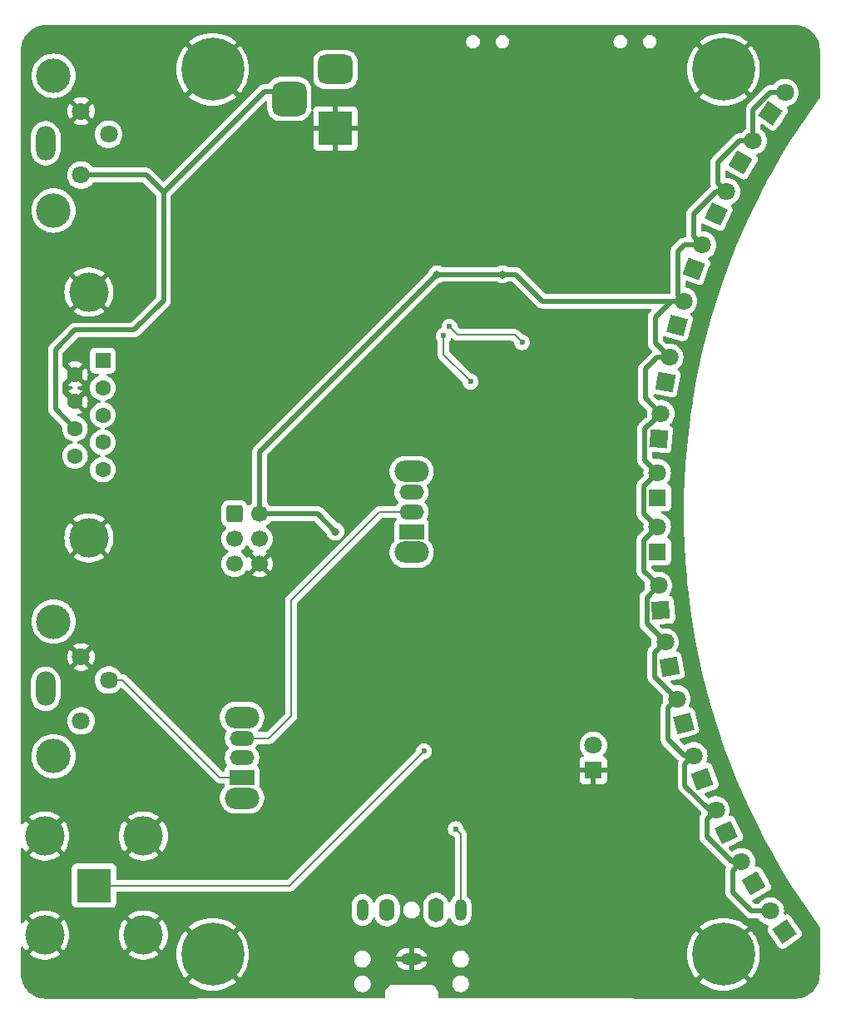
<source format=gbr>
%TF.GenerationSoftware,KiCad,Pcbnew,8.0.2+b1*%
%TF.CreationDate,2025-03-29T04:57:43+02:00*%
%TF.ProjectId,3dglassbox,3364676c-6173-4736-926f-782e6b696361,rev?*%
%TF.SameCoordinates,Original*%
%TF.FileFunction,Copper,L2,Bot*%
%TF.FilePolarity,Positive*%
%FSLAX46Y46*%
G04 Gerber Fmt 4.6, Leading zero omitted, Abs format (unit mm)*
G04 Created by KiCad (PCBNEW 8.0.2+b1) date 2025-03-29 04:57:43*
%MOMM*%
%LPD*%
G01*
G04 APERTURE LIST*
G04 Aperture macros list*
%AMRoundRect*
0 Rectangle with rounded corners*
0 $1 Rounding radius*
0 $2 $3 $4 $5 $6 $7 $8 $9 X,Y pos of 4 corners*
0 Add a 4 corners polygon primitive as box body*
4,1,4,$2,$3,$4,$5,$6,$7,$8,$9,$2,$3,0*
0 Add four circle primitives for the rounded corners*
1,1,$1+$1,$2,$3*
1,1,$1+$1,$4,$5*
1,1,$1+$1,$6,$7*
1,1,$1+$1,$8,$9*
0 Add four rect primitives between the rounded corners*
20,1,$1+$1,$2,$3,$4,$5,0*
20,1,$1+$1,$4,$5,$6,$7,0*
20,1,$1+$1,$6,$7,$8,$9,0*
20,1,$1+$1,$8,$9,$2,$3,0*%
%AMRotRect*
0 Rectangle, with rotation*
0 The origin of the aperture is its center*
0 $1 length*
0 $2 width*
0 $3 Rotation angle, in degrees counterclockwise*
0 Add horizontal line*
21,1,$1,$2,0,0,$3*%
G04 Aperture macros list end*
%TA.AperFunction,ComponentPad*%
%ADD10C,6.400000*%
%TD*%
%TA.AperFunction,ComponentPad*%
%ADD11RotRect,1.800000X1.800000X65.000000*%
%TD*%
%TA.AperFunction,ComponentPad*%
%ADD12C,1.800000*%
%TD*%
%TA.AperFunction,ComponentPad*%
%ADD13RotRect,1.800000X1.800000X100.000000*%
%TD*%
%TA.AperFunction,ComponentPad*%
%ADD14RotRect,1.800000X1.800000X95.000000*%
%TD*%
%TA.AperFunction,ComponentPad*%
%ADD15C,3.500000*%
%TD*%
%TA.AperFunction,ComponentPad*%
%ADD16O,2.000000X3.500000*%
%TD*%
%TA.AperFunction,ComponentPad*%
%ADD17C,4.000000*%
%TD*%
%TA.AperFunction,ComponentPad*%
%ADD18R,1.600000X1.600000*%
%TD*%
%TA.AperFunction,ComponentPad*%
%ADD19C,1.600000*%
%TD*%
%TA.AperFunction,ComponentPad*%
%ADD20RoundRect,0.250000X-0.600000X-0.600000X0.600000X-0.600000X0.600000X0.600000X-0.600000X0.600000X0*%
%TD*%
%TA.AperFunction,ComponentPad*%
%ADD21C,1.700000*%
%TD*%
%TA.AperFunction,ComponentPad*%
%ADD22R,1.800000X1.800000*%
%TD*%
%TA.AperFunction,ComponentPad*%
%ADD23R,3.500000X3.500000*%
%TD*%
%TA.AperFunction,ComponentPad*%
%ADD24RoundRect,0.750000X-1.000000X0.750000X-1.000000X-0.750000X1.000000X-0.750000X1.000000X0.750000X0*%
%TD*%
%TA.AperFunction,ComponentPad*%
%ADD25RoundRect,0.875000X-0.875000X0.875000X-0.875000X-0.875000X0.875000X-0.875000X0.875000X0.875000X0*%
%TD*%
%TA.AperFunction,ComponentPad*%
%ADD26RotRect,1.800000X1.800000X80.000000*%
%TD*%
%TA.AperFunction,ComponentPad*%
%ADD27RotRect,1.800000X1.800000X105.000000*%
%TD*%
%TA.AperFunction,ComponentPad*%
%ADD28RotRect,1.800000X1.800000X110.000000*%
%TD*%
%TA.AperFunction,ComponentPad*%
%ADD29RotRect,1.800000X1.800000X115.000000*%
%TD*%
%TA.AperFunction,ComponentPad*%
%ADD30RotRect,1.800000X1.800000X120.000000*%
%TD*%
%TA.AperFunction,ComponentPad*%
%ADD31RotRect,1.800000X1.800000X125.000000*%
%TD*%
%TA.AperFunction,ComponentPad*%
%ADD32O,3.500000X2.200000*%
%TD*%
%TA.AperFunction,ComponentPad*%
%ADD33R,2.500000X1.500000*%
%TD*%
%TA.AperFunction,ComponentPad*%
%ADD34O,2.500000X1.500000*%
%TD*%
%TA.AperFunction,ComponentPad*%
%ADD35RotRect,1.800000X1.800000X75.000000*%
%TD*%
%TA.AperFunction,ComponentPad*%
%ADD36O,1.200000X2.200000*%
%TD*%
%TA.AperFunction,ComponentPad*%
%ADD37O,1.600000X2.300000*%
%TD*%
%TA.AperFunction,ComponentPad*%
%ADD38O,2.200000X1.200000*%
%TD*%
%TA.AperFunction,ComponentPad*%
%ADD39O,1.600000X2.500000*%
%TD*%
%TA.AperFunction,ComponentPad*%
%ADD40RotRect,1.800000X1.800000X85.000000*%
%TD*%
%TA.AperFunction,ComponentPad*%
%ADD41RotRect,1.800000X1.800000X55.000000*%
%TD*%
%TA.AperFunction,ComponentPad*%
%ADD42RotRect,1.800000X1.800000X60.000000*%
%TD*%
%TA.AperFunction,ComponentPad*%
%ADD43RotRect,1.800000X1.800000X70.000000*%
%TD*%
%TA.AperFunction,ViaPad*%
%ADD44C,0.600000*%
%TD*%
%TA.AperFunction,ViaPad*%
%ADD45C,0.800000*%
%TD*%
%TA.AperFunction,Conductor*%
%ADD46C,0.500000*%
%TD*%
%TA.AperFunction,Conductor*%
%ADD47C,0.200000*%
%TD*%
G04 APERTURE END LIST*
D10*
%TO.P,H4,1,1*%
%TO.N,GND*%
X174940000Y-149190000D03*
%TD*%
D11*
%TO.P,D2,1,K*%
%TO.N,Net-(D2-K)*%
X174176408Y-73918989D03*
D12*
%TO.P,D2,2,A*%
%TO.N,VCC*%
X175249858Y-71616967D03*
%TD*%
D13*
%TO.P,D6,1,K*%
%TO.N,Net-(D6-K)*%
X169449978Y-119951567D03*
D12*
%TO.P,D6,2,A*%
%TO.N,VCC*%
X169008912Y-117450155D03*
%TD*%
D14*
%TO.P,D13,1,K*%
%TO.N,Net-(D13-K)*%
X168559695Y-114221460D03*
D12*
%TO.P,D13,2,A*%
%TO.N,VCC*%
X168338319Y-111691124D03*
%TD*%
D10*
%TO.P,H3,1,1*%
%TO.N,GND*%
X174940000Y-59190000D03*
%TD*%
D15*
%TO.P,J6,*%
%TO.N,*%
X106752500Y-115340000D03*
D16*
X105952500Y-122190000D03*
D15*
X106752500Y-129040000D03*
D12*
%TO.P,J6,1*%
%TO.N,Net-(D17-A)*%
X109552500Y-125440000D03*
%TO.P,J6,2*%
%TO.N,GND*%
X109552500Y-118940000D03*
%TO.P,J6,3*%
%TO.N,/STEREOIN*%
X112352500Y-121290000D03*
%TD*%
D10*
%TO.P,H2,1,1*%
%TO.N,GND*%
X122940000Y-149190000D03*
%TD*%
D17*
%TO.P,J2,0,PAD*%
%TO.N,GND*%
X110350331Y-81845000D03*
X110350331Y-106845000D03*
D18*
%TO.P,J2,1,1*%
%TO.N,/STEREOIN*%
X111770331Y-88805000D03*
D19*
%TO.P,J2,2,2*%
%TO.N,unconnected-(J2-Pad2)*%
X111770331Y-91575000D03*
%TO.P,J2,3,3*%
%TO.N,unconnected-(J2-Pad3)*%
X111770331Y-94345000D03*
%TO.P,J2,4,4*%
%TO.N,unconnected-(J2-Pad4)*%
X111770331Y-97115000D03*
%TO.P,J2,5,5*%
%TO.N,unconnected-(J2-Pad5)*%
X111770331Y-99885000D03*
%TO.P,J2,6,6*%
%TO.N,GND*%
X108930331Y-90190000D03*
%TO.P,J2,7,7*%
X108930331Y-92960000D03*
%TO.P,J2,8,8*%
%TO.N,VBUS*%
X108930331Y-95730000D03*
%TO.P,J2,9,9*%
%TO.N,unconnected-(J2-Pad9)*%
X108930331Y-98500000D03*
%TD*%
D20*
%TO.P,J4,1,MISO*%
%TO.N,/B1*%
X125187500Y-104395000D03*
D21*
%TO.P,J4,2,VCC*%
%TO.N,VCC*%
X127727500Y-104395000D03*
%TO.P,J4,3,SCK*%
%TO.N,/B2*%
X125187500Y-106935000D03*
%TO.P,J4,4,MOSI*%
%TO.N,/IRDRV*%
X127727500Y-106935000D03*
%TO.P,J4,5,~{RST}*%
%TO.N,/~{RESET}*%
X125187500Y-109475000D03*
%TO.P,J4,6,GND*%
%TO.N,GND*%
X127727500Y-109475000D03*
%TD*%
D22*
%TO.P,D12,1,K*%
%TO.N,Net-(D12-K)*%
X168190000Y-102730001D03*
D12*
%TO.P,D12,2,A*%
%TO.N,VCC*%
X168190000Y-100190000D03*
%TD*%
D15*
%TO.P,J1,*%
%TO.N,*%
X106752500Y-59840000D03*
D16*
X105952500Y-66690000D03*
D15*
X106752500Y-73540000D03*
D12*
%TO.P,J1,1*%
%TO.N,VBUS*%
X109552500Y-69940000D03*
%TO.P,J1,2*%
%TO.N,GND*%
X109552500Y-63440000D03*
%TO.P,J1,3*%
%TO.N,/STEREOIN*%
X112352500Y-65790000D03*
%TD*%
D23*
%TO.P,J3,1*%
%TO.N,GND*%
X135440000Y-65190000D03*
D24*
%TO.P,J3,2*%
%TO.N,+12V*%
X135440000Y-59190000D03*
D25*
%TO.P,J3,3*%
%TO.N,VBUS*%
X130740000Y-62190000D03*
%TD*%
D26*
%TO.P,D11,1,K*%
%TO.N,Net-(D11-K)*%
X169015858Y-90970455D03*
D12*
%TO.P,D11,2,A*%
%TO.N,VCC*%
X169456924Y-88469043D03*
%TD*%
D27*
%TO.P,D14,1,K*%
%TO.N,Net-(D14-K)*%
X170859784Y-125668572D03*
D12*
%TO.P,D14,2,A*%
%TO.N,VCC*%
X170202384Y-123215120D03*
%TD*%
D22*
%TO.P,D18,1,K*%
%TO.N,GND*%
X161690000Y-130465000D03*
D12*
%TO.P,D18,2,A*%
%TO.N,Net-(D18-A)*%
X161690000Y-127925000D03*
%TD*%
D28*
%TO.P,D7,1,K*%
%TO.N,Net-(D7-K)*%
X172787894Y-131370824D03*
D12*
%TO.P,D7,2,A*%
%TO.N,VCC*%
X171919163Y-128984005D03*
%TD*%
D29*
%TO.P,D15,1,K*%
%TO.N,Net-(D15-K)*%
X175232953Y-136806782D03*
D12*
%TO.P,D15,2,A*%
%TO.N,VCC*%
X174159503Y-134504760D03*
%TD*%
D30*
%TO.P,D8,1,K*%
%TO.N,Net-(D8-K)*%
X178043479Y-141975033D03*
D12*
%TO.P,D8,2,A*%
%TO.N,VCC*%
X176773479Y-139775328D03*
%TD*%
D22*
%TO.P,D5,1,K*%
%TO.N,Net-(D5-K)*%
X168190000Y-108230001D03*
D12*
%TO.P,D5,2,A*%
%TO.N,VCC*%
X168190000Y-105690000D03*
%TD*%
D23*
%TO.P,J7,1,In*%
%TO.N,/VSYNC*%
X110875000Y-142190000D03*
D17*
%TO.P,J7,2,Ext*%
%TO.N,GND*%
X105850000Y-147215000D03*
X115900000Y-147215000D03*
X105850000Y-137165000D03*
X115900000Y-137165000D03*
%TD*%
D31*
%TO.P,D16,1,K*%
%TO.N,Net-(D16-K)*%
X181167866Y-146874295D03*
D12*
%TO.P,D16,2,A*%
%TO.N,VCC*%
X179710982Y-144793649D03*
%TD*%
D32*
%TO.P,SW1,*%
%TO.N,*%
X143190000Y-108290000D03*
X143190000Y-100090000D03*
D33*
%TO.P,SW1,1,A*%
%TO.N,Net-(SW1-A)*%
X143190000Y-106190000D03*
D34*
%TO.P,SW1,2,B*%
%TO.N,Net-(SW1-B)*%
X143190000Y-104190000D03*
%TO.P,SW1,3,C*%
%TO.N,Net-(SW1-C)*%
X143190000Y-102190000D03*
%TD*%
D35*
%TO.P,D3,1,K*%
%TO.N,Net-(D3-K)*%
X170212736Y-85206245D03*
D12*
%TO.P,D3,2,A*%
%TO.N,VCC*%
X170870136Y-82752793D03*
%TD*%
D36*
%TO.P,J8,R*%
%TO.N,Net-(JP2-C)*%
X138187260Y-144672873D03*
D37*
%TO.P,J8,RN*%
%TO.N,unconnected-(J8-PadRN)*%
X140687260Y-144672873D03*
D38*
%TO.P,J8,S*%
%TO.N,GND*%
X143187260Y-149672873D03*
D36*
%TO.P,J8,T*%
%TO.N,Net-(JP1-C)*%
X148187260Y-144672873D03*
D39*
%TO.P,J8,TN*%
%TO.N,unconnected-(J8-PadTN)*%
X145687260Y-144672873D03*
%TD*%
D10*
%TO.P,H1,1,1*%
%TO.N,GND*%
X122940000Y-59190000D03*
%TD*%
D40*
%TO.P,D4,1,K*%
%TO.N,Net-(D4-K)*%
X168341806Y-96729029D03*
D12*
%TO.P,D4,2,A*%
%TO.N,VCC*%
X168563181Y-94198694D03*
%TD*%
D41*
%TO.P,D1,1,K*%
%TO.N,Net-(D1-K)*%
X179733925Y-63633588D03*
D12*
%TO.P,D1,2,A*%
%TO.N,VCC*%
X181190810Y-61552942D03*
%TD*%
D42*
%TO.P,D9,1,K*%
%TO.N,Net-(D9-K)*%
X176693478Y-68650034D03*
D12*
%TO.P,D9,2,A*%
%TO.N,VCC*%
X177963478Y-66450329D03*
%TD*%
D32*
%TO.P,SW3,*%
%TO.N,*%
X125940000Y-133290000D03*
X125940000Y-125090000D03*
D33*
%TO.P,SW3,1,A*%
%TO.N,/STEREOIN*%
X125940000Y-131190000D03*
D34*
%TO.P,SW3,2,B*%
%TO.N,/STRSYNC*%
X125940000Y-129190000D03*
%TO.P,SW3,3,C*%
%TO.N,Net-(SW1-B)*%
X125940000Y-127190000D03*
%TD*%
D43*
%TO.P,D10,1,K*%
%TO.N,Net-(D10-K)*%
X171932843Y-79438410D03*
D12*
%TO.P,D10,2,A*%
%TO.N,VCC*%
X172801574Y-77051591D03*
%TD*%
D44*
%TO.N,GND*%
X157190000Y-67190000D03*
X122690000Y-106940000D03*
X130440000Y-100190000D03*
X150190000Y-131190000D03*
X167190000Y-79940000D03*
X167190000Y-121690000D03*
X119190000Y-122940000D03*
X129190000Y-123690000D03*
X130940000Y-84440000D03*
X165940000Y-88690000D03*
X120440000Y-90940000D03*
X165940000Y-92190000D03*
X172190000Y-140190000D03*
X143940000Y-60440000D03*
X157190000Y-61440000D03*
X153750000Y-89750000D03*
X160690000Y-58940000D03*
X156690000Y-84690000D03*
X134940000Y-112940000D03*
X157440000Y-56440000D03*
X156000000Y-108000000D03*
X149190000Y-112940000D03*
X164940000Y-113690000D03*
X135940000Y-71190000D03*
X140940000Y-90690000D03*
X152690000Y-136940000D03*
X172190000Y-68440000D03*
X134690000Y-124190000D03*
X155940000Y-74940000D03*
X130440000Y-131690000D03*
X121190000Y-73440000D03*
X167440000Y-129190000D03*
X156152620Y-136549870D03*
X165440000Y-64940000D03*
X169190000Y-134940000D03*
X169690000Y-73690000D03*
X142690000Y-111440000D03*
X167940000Y-143190000D03*
X146190000Y-70190000D03*
X165690000Y-104440000D03*
X136440000Y-134190000D03*
X155440000Y-121190000D03*
D45*
%TO.N,VCC*%
X152440000Y-80035000D03*
X145785000Y-80035000D03*
X135440000Y-106190000D03*
D44*
%TO.N,/B2*%
X154440000Y-86940000D03*
X147054510Y-85361078D03*
%TO.N,/B1*%
X149190000Y-90940000D03*
X146440000Y-86290000D03*
%TO.N,/VSYNC*%
X144440000Y-128540000D03*
%TO.N,Net-(JP1-C)*%
X147690000Y-136440000D03*
%TD*%
D46*
%TO.N,VCC*%
X166840000Y-110192805D02*
X168338319Y-111691124D01*
X167957368Y-118501699D02*
X167957368Y-120970104D01*
X167957368Y-120970104D02*
X170202384Y-123215120D01*
X167000000Y-89653175D02*
X167000000Y-92635513D01*
X135440000Y-106190000D02*
X133645000Y-104395000D01*
X173504760Y-134504760D02*
X174159503Y-134504760D01*
X167457861Y-95304014D02*
X167337275Y-95304014D01*
X170870136Y-82752793D02*
X170329302Y-82211959D01*
X170984005Y-128984005D02*
X171919163Y-128984005D01*
X172801574Y-77051591D02*
X171901574Y-76151591D01*
X171019163Y-129884005D02*
X171019163Y-132019163D01*
X175775328Y-139775328D02*
X176773479Y-139775328D01*
X171919163Y-128984005D02*
X171019163Y-129884005D01*
X175873479Y-140675328D02*
X175873479Y-142873479D01*
X169008912Y-117450155D02*
X167957368Y-118501699D01*
X174349858Y-70716967D02*
X174349858Y-68650142D01*
X170329302Y-77670698D02*
X170948409Y-77051591D01*
X169456924Y-88469043D02*
X168184132Y-88469043D01*
X166840000Y-104340000D02*
X168190000Y-105690000D01*
X167134680Y-112894763D02*
X167134680Y-115575923D01*
X176549671Y-66450329D02*
X177963478Y-66450329D01*
X177963478Y-63293165D02*
X179703701Y-61552942D01*
X170948409Y-77051591D02*
X172801574Y-77051591D01*
X171019163Y-132019163D02*
X173504760Y-134504760D01*
X127727500Y-98092500D02*
X145785000Y-80035000D01*
X170329302Y-82211959D02*
X170329302Y-77670698D01*
X168563181Y-94198694D02*
X167457861Y-95304014D01*
X153785000Y-80035000D02*
X156502793Y-82752793D01*
X174210678Y-71616967D02*
X175249858Y-71616967D01*
X168190000Y-105690000D02*
X166840000Y-107040000D01*
X171901574Y-73926071D02*
X174210678Y-71616967D01*
X152440000Y-80035000D02*
X153785000Y-80035000D01*
X166916791Y-95724498D02*
X166916791Y-98916791D01*
X169597344Y-82752793D02*
X168000000Y-84350137D01*
X133645000Y-104395000D02*
X127727500Y-104395000D01*
X168000000Y-84350137D02*
X168000000Y-87012119D01*
X169302384Y-124115120D02*
X169302384Y-127302384D01*
X174349858Y-68650142D02*
X176549671Y-66450329D01*
X167000000Y-92635513D02*
X168563181Y-94198694D01*
X168184132Y-88469043D02*
X167000000Y-89653175D01*
X174159503Y-134504760D02*
X173259503Y-135404760D01*
X166840000Y-107040000D02*
X166840000Y-110192805D01*
X170870136Y-82752793D02*
X169597344Y-82752793D01*
X176773479Y-139775328D02*
X175873479Y-140675328D01*
X168190000Y-100190000D02*
X166840000Y-101540000D01*
X179703701Y-61552942D02*
X181190810Y-61552942D01*
X156502793Y-82752793D02*
X170870136Y-82752793D01*
X173259503Y-137259503D02*
X175775328Y-139775328D01*
X177963478Y-66450329D02*
X177963478Y-63293165D01*
X177793649Y-144793649D02*
X179710982Y-144793649D01*
X145785000Y-80035000D02*
X152440000Y-80035000D01*
X168338319Y-111691124D02*
X167134680Y-112894763D01*
X167337275Y-95304014D02*
X166916791Y-95724498D01*
X173259503Y-135404760D02*
X173259503Y-137259503D01*
X166916791Y-98916791D02*
X168190000Y-100190000D01*
X175249858Y-71616967D02*
X174349858Y-70716967D01*
X169302384Y-127302384D02*
X170984005Y-128984005D01*
X171901574Y-76151591D02*
X171901574Y-73926071D01*
X175873479Y-142873479D02*
X177793649Y-144793649D01*
X127727500Y-104395000D02*
X127727500Y-98092500D01*
X170202384Y-123215120D02*
X169302384Y-124115120D01*
X166840000Y-101540000D02*
X166840000Y-104340000D01*
X167134680Y-115575923D02*
X169008912Y-117450155D01*
X168000000Y-87012119D02*
X169456924Y-88469043D01*
%TO.N,VBUS*%
X106940000Y-93739669D02*
X108930331Y-95730000D01*
X106940000Y-87690000D02*
X106940000Y-93739669D01*
X128219125Y-61410875D02*
X117940000Y-71690000D01*
X116190000Y-69940000D02*
X109552500Y-69940000D01*
X116190000Y-69940000D02*
X117940000Y-71690000D01*
X117940000Y-82690000D02*
X114940000Y-85690000D01*
X114940000Y-85690000D02*
X108940000Y-85690000D01*
X130740000Y-61410875D02*
X128219125Y-61410875D01*
X108940000Y-85690000D02*
X106940000Y-87690000D01*
X117940000Y-71690000D02*
X117940000Y-82690000D01*
D47*
%TO.N,/STEREOIN*%
X113790000Y-121290000D02*
X123690000Y-131190000D01*
X113790000Y-121290000D02*
X112352500Y-121290000D01*
X123690000Y-131190000D02*
X125940000Y-131190000D01*
%TO.N,/B2*%
X147883432Y-86190000D02*
X153690000Y-86190000D01*
X153690000Y-86190000D02*
X154440000Y-86940000D01*
X147054510Y-85361078D02*
X147883432Y-86190000D01*
%TO.N,/B1*%
X146440000Y-88190000D02*
X146440000Y-86290000D01*
X149190000Y-90940000D02*
X146440000Y-88190000D01*
%TO.N,/VSYNC*%
X110875000Y-142190000D02*
X130790000Y-142190000D01*
X130790000Y-142190000D02*
X144440000Y-128540000D01*
%TO.N,Net-(JP1-C)*%
X147690000Y-136440000D02*
X148187260Y-136937260D01*
X148187260Y-136937260D02*
X148187260Y-144672873D01*
%TO.N,Net-(SW1-B)*%
X139940000Y-104190000D02*
X143190000Y-104190000D01*
X128690000Y-127190000D02*
X130940000Y-124940000D01*
X130940000Y-113190000D02*
X139940000Y-104190000D01*
X130940000Y-124940000D02*
X130940000Y-113190000D01*
X125940000Y-127190000D02*
X128690000Y-127190000D01*
%TD*%
%TA.AperFunction,Conductor*%
%TO.N,GND*%
G36*
X126542355Y-107601546D02*
G01*
X126559075Y-107620842D01*
X126689000Y-107806395D01*
X126689005Y-107806401D01*
X126856099Y-107973495D01*
X127041658Y-108103425D01*
X127042094Y-108103730D01*
X127085718Y-108158307D01*
X127092911Y-108227806D01*
X127061389Y-108290160D01*
X127042093Y-108306880D01*
X126966126Y-108360072D01*
X126966125Y-108360072D01*
X127598090Y-108992037D01*
X127534507Y-109009075D01*
X127420493Y-109074901D01*
X127327401Y-109167993D01*
X127261575Y-109282007D01*
X127244537Y-109345590D01*
X126612573Y-108713626D01*
X126559381Y-108789594D01*
X126504804Y-108833219D01*
X126435306Y-108840413D01*
X126372951Y-108808891D01*
X126356230Y-108789594D01*
X126225994Y-108603597D01*
X126058902Y-108436506D01*
X126058896Y-108436501D01*
X125873342Y-108306575D01*
X125829717Y-108251998D01*
X125822523Y-108182500D01*
X125854046Y-108120145D01*
X125873342Y-108103425D01*
X125947117Y-108051767D01*
X126058901Y-107973495D01*
X126225995Y-107806401D01*
X126355925Y-107620842D01*
X126410502Y-107577217D01*
X126480000Y-107570023D01*
X126542355Y-107601546D01*
G37*
%TD.AperFunction*%
%TA.AperFunction,Conductor*%
G36*
X108464406Y-90382993D02*
G01*
X108530232Y-90497007D01*
X108623324Y-90590099D01*
X108737338Y-90655925D01*
X108800921Y-90672962D01*
X108204857Y-91269025D01*
X108277844Y-91320132D01*
X108277852Y-91320136D01*
X108483999Y-91416264D01*
X108484010Y-91416268D01*
X108629399Y-91455225D01*
X108689059Y-91491590D01*
X108719588Y-91554437D01*
X108711293Y-91623813D01*
X108666808Y-91677690D01*
X108629399Y-91694775D01*
X108484010Y-91733731D01*
X108484004Y-91733734D01*
X108277847Y-91829866D01*
X108277843Y-91829868D01*
X108204857Y-91880973D01*
X108204857Y-91880974D01*
X108800921Y-92477037D01*
X108737338Y-92494075D01*
X108623324Y-92559901D01*
X108530232Y-92652993D01*
X108464406Y-92767007D01*
X108447368Y-92830590D01*
X107851304Y-92234525D01*
X107825306Y-92236800D01*
X107756806Y-92223033D01*
X107706624Y-92174417D01*
X107690500Y-92113272D01*
X107690500Y-91036725D01*
X107710185Y-90969686D01*
X107762989Y-90923931D01*
X107825309Y-90913197D01*
X107851306Y-90915471D01*
X108447368Y-90319409D01*
X108464406Y-90382993D01*
G37*
%TD.AperFunction*%
%TA.AperFunction,Conductor*%
G36*
X182253736Y-54690726D02*
G01*
X182543796Y-54708271D01*
X182558659Y-54710076D01*
X182840798Y-54761780D01*
X182855335Y-54765363D01*
X183129172Y-54850695D01*
X183143163Y-54856000D01*
X183404743Y-54973727D01*
X183417989Y-54980680D01*
X183663465Y-55129075D01*
X183675776Y-55137573D01*
X183901573Y-55314473D01*
X183912781Y-55324403D01*
X184115596Y-55527218D01*
X184125526Y-55538426D01*
X184245481Y-55691538D01*
X184302422Y-55764217D01*
X184310928Y-55776540D01*
X184459316Y-56022004D01*
X184466275Y-56035263D01*
X184583997Y-56296831D01*
X184589306Y-56310832D01*
X184674635Y-56584663D01*
X184678219Y-56599201D01*
X184729923Y-56881340D01*
X184731728Y-56896205D01*
X184749274Y-57186263D01*
X184749500Y-57193750D01*
X184749500Y-62044040D01*
X184729815Y-62111079D01*
X184725172Y-62117807D01*
X184357665Y-62614371D01*
X183408623Y-63960859D01*
X182490988Y-65329032D01*
X181605326Y-66718043D01*
X180752048Y-68127256D01*
X179931662Y-69555824D01*
X179395892Y-70540950D01*
X179160420Y-70973915D01*
X179144578Y-71003043D01*
X178391256Y-72468055D01*
X177672050Y-73950178D01*
X176987390Y-75448529D01*
X176337605Y-76962380D01*
X175723093Y-78490810D01*
X175144133Y-80033117D01*
X174774047Y-81093007D01*
X174605284Y-81576328D01*
X174601053Y-81588444D01*
X174094163Y-83155884D01*
X173623723Y-84734645D01*
X173189970Y-86323926D01*
X172793164Y-87922779D01*
X172433490Y-89530457D01*
X172114654Y-91128504D01*
X172111168Y-91145977D01*
X171991123Y-91829868D01*
X171826355Y-92768544D01*
X171792598Y-92991008D01*
X171579206Y-94397289D01*
X171548247Y-94638928D01*
X171369855Y-96031314D01*
X171198414Y-97669747D01*
X171064976Y-99311721D01*
X170969611Y-100956343D01*
X170912373Y-102602708D01*
X170893290Y-104249999D01*
X170912373Y-105897290D01*
X170969611Y-107543655D01*
X171064974Y-109188255D01*
X171198414Y-110830251D01*
X171264291Y-111459826D01*
X171369855Y-112468685D01*
X171579205Y-114102710D01*
X171826354Y-115731448D01*
X172100487Y-117293174D01*
X172111172Y-117354043D01*
X172433490Y-118969541D01*
X172793164Y-120577220D01*
X173189970Y-122176073D01*
X173623723Y-123765353D01*
X174094163Y-125344115D01*
X174459526Y-126473915D01*
X174601060Y-126911576D01*
X174916576Y-127815183D01*
X175144133Y-128466881D01*
X175470073Y-129335160D01*
X175699905Y-129947419D01*
X175723093Y-130009188D01*
X176337605Y-131537619D01*
X176987389Y-133051470D01*
X177672058Y-134549838D01*
X178391247Y-136031927D01*
X179144577Y-137496955D01*
X179931672Y-138944193D01*
X180752036Y-140372724D01*
X181605307Y-141781924D01*
X181930810Y-142292421D01*
X182490994Y-143170977D01*
X182491006Y-143170995D01*
X182491008Y-143170998D01*
X183408622Y-144539139D01*
X183928277Y-145276417D01*
X184357685Y-145885655D01*
X184725172Y-146382191D01*
X184749231Y-146447787D01*
X184749500Y-146455957D01*
X184749500Y-151186249D01*
X184749274Y-151193736D01*
X184731728Y-151483794D01*
X184729923Y-151498659D01*
X184678219Y-151780798D01*
X184674635Y-151795336D01*
X184589306Y-152069167D01*
X184583997Y-152083168D01*
X184466275Y-152344736D01*
X184459316Y-152357995D01*
X184310928Y-152603459D01*
X184302422Y-152615782D01*
X184125526Y-152841573D01*
X184115596Y-152852781D01*
X183912781Y-153055596D01*
X183901573Y-153065526D01*
X183675782Y-153242422D01*
X183663459Y-153250928D01*
X183417995Y-153399316D01*
X183404736Y-153406275D01*
X183143168Y-153523997D01*
X183129167Y-153529306D01*
X182855336Y-153614635D01*
X182840798Y-153618219D01*
X182558659Y-153669923D01*
X182543794Y-153671728D01*
X182253765Y-153689272D01*
X182246213Y-153689498D01*
X149761499Y-153672411D01*
X149760917Y-153672373D01*
X149753152Y-153672373D01*
X149688172Y-153672373D01*
X149621631Y-153672338D01*
X149621630Y-153672338D01*
X149613872Y-153672334D01*
X149613277Y-153672373D01*
X146011760Y-153672373D01*
X145944721Y-153652688D01*
X145898966Y-153599884D01*
X145887760Y-153548373D01*
X145887760Y-153247180D01*
X145887765Y-153247091D01*
X145887764Y-153224272D01*
X145887829Y-153224047D01*
X145887826Y-153172839D01*
X145887827Y-153172839D01*
X145887821Y-153084143D01*
X145853201Y-152910162D01*
X145785303Y-152746279D01*
X145686738Y-152598791D01*
X145662698Y-152574755D01*
X145561296Y-152473369D01*
X145561293Y-152473367D01*
X145449510Y-152398689D01*
X145413788Y-152374825D01*
X145249893Y-152306955D01*
X145249891Y-152306954D01*
X145249890Y-152306954D01*
X145075903Y-152272364D01*
X144987218Y-152272372D01*
X144987210Y-152272373D01*
X141461318Y-152272373D01*
X141461195Y-152272365D01*
X141438588Y-152272367D01*
X141438547Y-152272355D01*
X141298522Y-152272368D01*
X141298518Y-152272368D01*
X141124567Y-152306984D01*
X141124558Y-152306987D01*
X140960696Y-152374871D01*
X140960693Y-152374872D01*
X140813222Y-152473418D01*
X140813220Y-152473421D01*
X140687801Y-152598843D01*
X140589259Y-152746320D01*
X140521376Y-152910192D01*
X140521375Y-152910194D01*
X140486765Y-153084145D01*
X140486765Y-153084152D01*
X140486763Y-153100413D01*
X140486760Y-153100483D01*
X140486760Y-153172849D01*
X140486754Y-153247091D01*
X140486760Y-153247180D01*
X140486760Y-153548373D01*
X140467075Y-153615412D01*
X140414271Y-153661167D01*
X140362760Y-153672373D01*
X136761273Y-153672373D01*
X136760635Y-153672331D01*
X136686513Y-153672372D01*
X136686451Y-153672373D01*
X136613716Y-153672373D01*
X136613092Y-153672413D01*
X105943787Y-153689498D01*
X105936231Y-153689272D01*
X105646205Y-153671728D01*
X105631340Y-153669923D01*
X105349201Y-153618219D01*
X105334663Y-153614635D01*
X105060832Y-153529306D01*
X105046831Y-153523997D01*
X104785263Y-153406275D01*
X104772004Y-153399316D01*
X104526540Y-153250928D01*
X104514217Y-153242422D01*
X104491050Y-153224272D01*
X104341339Y-153106981D01*
X104288426Y-153065526D01*
X104277218Y-153055596D01*
X104074403Y-152852781D01*
X104064473Y-152841573D01*
X103887573Y-152615776D01*
X103879075Y-152603465D01*
X103730680Y-152357989D01*
X103723727Y-152344743D01*
X103606000Y-152083163D01*
X103600693Y-152069167D01*
X103572565Y-151978902D01*
X103515363Y-151795335D01*
X103511780Y-151780798D01*
X103497752Y-151704250D01*
X103460075Y-151498657D01*
X103458271Y-151483794D01*
X103440726Y-151193736D01*
X103440500Y-151186249D01*
X103440500Y-148510732D01*
X103460185Y-148443693D01*
X103512989Y-148397938D01*
X103582147Y-148387994D01*
X103645703Y-148417019D01*
X103669197Y-148444290D01*
X103823457Y-148687367D01*
X103823460Y-148687371D01*
X103914286Y-148797160D01*
X105172421Y-147539025D01*
X105185359Y-147570258D01*
X105267437Y-147693097D01*
X105371903Y-147797563D01*
X105494742Y-147879641D01*
X105525974Y-147892578D01*
X104264971Y-149153579D01*
X104264972Y-149153581D01*
X104507772Y-149329985D01*
X104507790Y-149329996D01*
X104783447Y-149481540D01*
X104783455Y-149481544D01*
X105075926Y-149597340D01*
X105380620Y-149675573D01*
X105380629Y-149675575D01*
X105692701Y-149714999D01*
X105692715Y-149715000D01*
X106007285Y-149715000D01*
X106007298Y-149714999D01*
X106319370Y-149675575D01*
X106319379Y-149675573D01*
X106624073Y-149597340D01*
X106916544Y-149481544D01*
X106916552Y-149481540D01*
X107192209Y-149329996D01*
X107192219Y-149329990D01*
X107435026Y-149153579D01*
X107435027Y-149153579D01*
X106174025Y-147892578D01*
X106205258Y-147879641D01*
X106328097Y-147797563D01*
X106432563Y-147693097D01*
X106514641Y-147570258D01*
X106527578Y-147539025D01*
X107785712Y-148797160D01*
X107876544Y-148687364D01*
X108045096Y-148421767D01*
X108045099Y-148421761D01*
X108179034Y-148137137D01*
X108179036Y-148137132D01*
X108276244Y-147837958D01*
X108335191Y-147528949D01*
X108335192Y-147528942D01*
X108354943Y-147215005D01*
X108354943Y-147214994D01*
X113395057Y-147214994D01*
X113395057Y-147215005D01*
X113414807Y-147528942D01*
X113414808Y-147528949D01*
X113473755Y-147837958D01*
X113570963Y-148137132D01*
X113570965Y-148137137D01*
X113704900Y-148421761D01*
X113704903Y-148421767D01*
X113873457Y-148687367D01*
X113873460Y-148687371D01*
X113964286Y-148797160D01*
X115222421Y-147539025D01*
X115235359Y-147570258D01*
X115317437Y-147693097D01*
X115421903Y-147797563D01*
X115544742Y-147879641D01*
X115575974Y-147892578D01*
X114314971Y-149153579D01*
X114314972Y-149153581D01*
X114557772Y-149329985D01*
X114557790Y-149329996D01*
X114833447Y-149481540D01*
X114833455Y-149481544D01*
X115125926Y-149597340D01*
X115430620Y-149675573D01*
X115430629Y-149675575D01*
X115742701Y-149714999D01*
X115742715Y-149715000D01*
X116057285Y-149715000D01*
X116057298Y-149714999D01*
X116369370Y-149675575D01*
X116369379Y-149675573D01*
X116674073Y-149597340D01*
X116966544Y-149481544D01*
X116966552Y-149481540D01*
X117242209Y-149329996D01*
X117242219Y-149329990D01*
X117434899Y-149189999D01*
X119234922Y-149189999D01*
X119234922Y-149190000D01*
X119255219Y-149577287D01*
X119315886Y-149960323D01*
X119315887Y-149960330D01*
X119416262Y-150334936D01*
X119555244Y-150696994D01*
X119731310Y-151042543D01*
X119942531Y-151367793D01*
X120151095Y-151625350D01*
X120151096Y-151625350D01*
X121645748Y-150130698D01*
X121719588Y-150232330D01*
X121897670Y-150410412D01*
X121999300Y-150484251D01*
X120504648Y-151978903D01*
X120504649Y-151978904D01*
X120762206Y-152187468D01*
X121087456Y-152398689D01*
X121433005Y-152574755D01*
X121795063Y-152713737D01*
X122169669Y-152814112D01*
X122169676Y-152814113D01*
X122552712Y-152874780D01*
X122939999Y-152895078D01*
X122940001Y-152895078D01*
X123327287Y-152874780D01*
X123710323Y-152814113D01*
X123710330Y-152814112D01*
X124084936Y-152713737D01*
X124446994Y-152574755D01*
X124792543Y-152398689D01*
X125117783Y-152187476D01*
X125117785Y-152187475D01*
X125239266Y-152089101D01*
X137336760Y-152089101D01*
X137336760Y-152256644D01*
X137369442Y-152420947D01*
X137369444Y-152420955D01*
X137433555Y-152575733D01*
X137526633Y-152715035D01*
X137645097Y-152833499D01*
X137666014Y-152847475D01*
X137784397Y-152926576D01*
X137939178Y-152990689D01*
X138103488Y-153023372D01*
X138103492Y-153023373D01*
X138103493Y-153023373D01*
X138271028Y-153023373D01*
X138271029Y-153023372D01*
X138435342Y-152990689D01*
X138590123Y-152926576D01*
X138729422Y-152833499D01*
X138847886Y-152715035D01*
X138940963Y-152575736D01*
X139005076Y-152420955D01*
X139037760Y-152256640D01*
X139037760Y-152089106D01*
X139037759Y-152089101D01*
X147336760Y-152089101D01*
X147336760Y-152256644D01*
X147369442Y-152420947D01*
X147369444Y-152420955D01*
X147433555Y-152575733D01*
X147526633Y-152715035D01*
X147645097Y-152833499D01*
X147666014Y-152847475D01*
X147784397Y-152926576D01*
X147939178Y-152990689D01*
X148103488Y-153023372D01*
X148103492Y-153023373D01*
X148103493Y-153023373D01*
X148271028Y-153023373D01*
X148271029Y-153023372D01*
X148435342Y-152990689D01*
X148590123Y-152926576D01*
X148729422Y-152833499D01*
X148847886Y-152715035D01*
X148940963Y-152575736D01*
X149005076Y-152420955D01*
X149037760Y-152256640D01*
X149037760Y-152089106D01*
X149005076Y-151924791D01*
X148955487Y-151805074D01*
X148940964Y-151770012D01*
X148847886Y-151630710D01*
X148729422Y-151512246D01*
X148590120Y-151419168D01*
X148435342Y-151355057D01*
X148435334Y-151355055D01*
X148271031Y-151322373D01*
X148271027Y-151322373D01*
X148103493Y-151322373D01*
X148103488Y-151322373D01*
X147939185Y-151355055D01*
X147939177Y-151355057D01*
X147784399Y-151419168D01*
X147645097Y-151512246D01*
X147526633Y-151630710D01*
X147433555Y-151770012D01*
X147369444Y-151924790D01*
X147369442Y-151924798D01*
X147336760Y-152089101D01*
X139037759Y-152089101D01*
X139005076Y-151924791D01*
X138955487Y-151805074D01*
X138940964Y-151770012D01*
X138847886Y-151630710D01*
X138729422Y-151512246D01*
X138590120Y-151419168D01*
X138435342Y-151355057D01*
X138435334Y-151355055D01*
X138271031Y-151322373D01*
X138271027Y-151322373D01*
X138103493Y-151322373D01*
X138103488Y-151322373D01*
X137939185Y-151355055D01*
X137939177Y-151355057D01*
X137784399Y-151419168D01*
X137645097Y-151512246D01*
X137526633Y-151630710D01*
X137433555Y-151770012D01*
X137369444Y-151924790D01*
X137369442Y-151924798D01*
X137336760Y-152089101D01*
X125239266Y-152089101D01*
X125375349Y-151978902D01*
X123880698Y-150484251D01*
X123982330Y-150410412D01*
X124160412Y-150232330D01*
X124234251Y-150130698D01*
X125728902Y-151625349D01*
X125937475Y-151367785D01*
X125937476Y-151367783D01*
X126148689Y-151042543D01*
X126324755Y-150696994D01*
X126463737Y-150334936D01*
X126564112Y-149960330D01*
X126564113Y-149960323D01*
X126622909Y-149589101D01*
X137336760Y-149589101D01*
X137336760Y-149756644D01*
X137369442Y-149920947D01*
X137369444Y-149920955D01*
X137433555Y-150075733D01*
X137526633Y-150215035D01*
X137645097Y-150333499D01*
X137728872Y-150389475D01*
X137784397Y-150426576D01*
X137939178Y-150490689D01*
X138103488Y-150523372D01*
X138103492Y-150523373D01*
X138103493Y-150523373D01*
X138271028Y-150523373D01*
X138271029Y-150523372D01*
X138435342Y-150490689D01*
X138590123Y-150426576D01*
X138729422Y-150333499D01*
X138847886Y-150215035D01*
X138940963Y-150075736D01*
X139004282Y-149922873D01*
X141613145Y-149922873D01*
X141614345Y-149930457D01*
X141667851Y-150095128D01*
X141746455Y-150249397D01*
X141848227Y-150389475D01*
X141970657Y-150511905D01*
X142110735Y-150613677D01*
X142265002Y-150692281D01*
X142429675Y-150745787D01*
X142600689Y-150772873D01*
X142937260Y-150772873D01*
X143437260Y-150772873D01*
X143773831Y-150772873D01*
X143944844Y-150745787D01*
X144109517Y-150692281D01*
X144263784Y-150613677D01*
X144403862Y-150511905D01*
X144526292Y-150389475D01*
X144628064Y-150249397D01*
X144706668Y-150095128D01*
X144760174Y-149930457D01*
X144761375Y-149922873D01*
X143437260Y-149922873D01*
X143437260Y-150772873D01*
X142937260Y-150772873D01*
X142937260Y-149922873D01*
X141613145Y-149922873D01*
X139004282Y-149922873D01*
X139005076Y-149920955D01*
X139037760Y-149756640D01*
X139037760Y-149633091D01*
X142487260Y-149633091D01*
X142487260Y-149712655D01*
X142517708Y-149786164D01*
X142573969Y-149842425D01*
X142647478Y-149872873D01*
X143727042Y-149872873D01*
X143800551Y-149842425D01*
X143856812Y-149786164D01*
X143887260Y-149712655D01*
X143887260Y-149633091D01*
X143869039Y-149589101D01*
X147336760Y-149589101D01*
X147336760Y-149756644D01*
X147369442Y-149920947D01*
X147369444Y-149920955D01*
X147433555Y-150075733D01*
X147526633Y-150215035D01*
X147645097Y-150333499D01*
X147728872Y-150389475D01*
X147784397Y-150426576D01*
X147939178Y-150490689D01*
X148103488Y-150523372D01*
X148103492Y-150523373D01*
X148103493Y-150523373D01*
X148271028Y-150523373D01*
X148271029Y-150523372D01*
X148435342Y-150490689D01*
X148590123Y-150426576D01*
X148729422Y-150333499D01*
X148847886Y-150215035D01*
X148940963Y-150075736D01*
X149005076Y-149920955D01*
X149037760Y-149756640D01*
X149037760Y-149589106D01*
X149005076Y-149424791D01*
X148940963Y-149270010D01*
X148887501Y-149189999D01*
X171234922Y-149189999D01*
X171234922Y-149190000D01*
X171255219Y-149577287D01*
X171315886Y-149960323D01*
X171315887Y-149960330D01*
X171416262Y-150334936D01*
X171555244Y-150696994D01*
X171731310Y-151042543D01*
X171942531Y-151367793D01*
X172151095Y-151625350D01*
X172151096Y-151625350D01*
X173645748Y-150130698D01*
X173719588Y-150232330D01*
X173897670Y-150410412D01*
X173999300Y-150484251D01*
X172504648Y-151978903D01*
X172504649Y-151978904D01*
X172762206Y-152187468D01*
X173087456Y-152398689D01*
X173433005Y-152574755D01*
X173795063Y-152713737D01*
X174169669Y-152814112D01*
X174169676Y-152814113D01*
X174552712Y-152874780D01*
X174939999Y-152895078D01*
X174940001Y-152895078D01*
X175327287Y-152874780D01*
X175710323Y-152814113D01*
X175710330Y-152814112D01*
X176084936Y-152713737D01*
X176446994Y-152574755D01*
X176792543Y-152398689D01*
X177117783Y-152187476D01*
X177117785Y-152187475D01*
X177375349Y-151978902D01*
X175880698Y-150484251D01*
X175982330Y-150410412D01*
X176160412Y-150232330D01*
X176234251Y-150130698D01*
X177728902Y-151625349D01*
X177937475Y-151367785D01*
X177937476Y-151367783D01*
X178148689Y-151042543D01*
X178324755Y-150696994D01*
X178463737Y-150334936D01*
X178564112Y-149960330D01*
X178564113Y-149960323D01*
X178624780Y-149577287D01*
X178645078Y-149190000D01*
X178645078Y-149189999D01*
X178624780Y-148802712D01*
X178564113Y-148419676D01*
X178564112Y-148419669D01*
X178463737Y-148045063D01*
X178324755Y-147683005D01*
X178148689Y-147337456D01*
X177937468Y-147012206D01*
X177728904Y-146754649D01*
X177728903Y-146754648D01*
X176234251Y-148249300D01*
X176160412Y-148147670D01*
X175982330Y-147969588D01*
X175880698Y-147895748D01*
X177375350Y-146401096D01*
X177375350Y-146401095D01*
X177117793Y-146192531D01*
X176792543Y-145981310D01*
X176446994Y-145805244D01*
X176084936Y-145666262D01*
X175710330Y-145565887D01*
X175710323Y-145565886D01*
X175327287Y-145505219D01*
X174940001Y-145484922D01*
X174939999Y-145484922D01*
X174552712Y-145505219D01*
X174169676Y-145565886D01*
X174169669Y-145565887D01*
X173795063Y-145666262D01*
X173433005Y-145805244D01*
X173087456Y-145981310D01*
X172762206Y-146192531D01*
X172504648Y-146401095D01*
X172504648Y-146401096D01*
X173999301Y-147895748D01*
X173897670Y-147969588D01*
X173719588Y-148147670D01*
X173645748Y-148249300D01*
X172151096Y-146754648D01*
X172151095Y-146754648D01*
X171942531Y-147012206D01*
X171731310Y-147337456D01*
X171555244Y-147683005D01*
X171416262Y-148045063D01*
X171315887Y-148419669D01*
X171315886Y-148419676D01*
X171255219Y-148802712D01*
X171234922Y-149189999D01*
X148887501Y-149189999D01*
X148847886Y-149130710D01*
X148729422Y-149012246D01*
X148590120Y-148919168D01*
X148435342Y-148855057D01*
X148435334Y-148855055D01*
X148271031Y-148822373D01*
X148271027Y-148822373D01*
X148103493Y-148822373D01*
X148103488Y-148822373D01*
X147939185Y-148855055D01*
X147939177Y-148855057D01*
X147784399Y-148919168D01*
X147645097Y-149012246D01*
X147526633Y-149130710D01*
X147433555Y-149270012D01*
X147369444Y-149424790D01*
X147369442Y-149424798D01*
X147336760Y-149589101D01*
X143869039Y-149589101D01*
X143856812Y-149559582D01*
X143800551Y-149503321D01*
X143727042Y-149472873D01*
X142647478Y-149472873D01*
X142573969Y-149503321D01*
X142517708Y-149559582D01*
X142487260Y-149633091D01*
X139037760Y-149633091D01*
X139037760Y-149589106D01*
X139005076Y-149424791D01*
X139004281Y-149422872D01*
X141613144Y-149422872D01*
X141613145Y-149422873D01*
X142937260Y-149422873D01*
X143437260Y-149422873D01*
X144761375Y-149422873D01*
X144761375Y-149422872D01*
X144760174Y-149415288D01*
X144706668Y-149250617D01*
X144628064Y-149096348D01*
X144526292Y-148956270D01*
X144403862Y-148833840D01*
X144263784Y-148732068D01*
X144109517Y-148653464D01*
X143944844Y-148599958D01*
X143773831Y-148572873D01*
X143437260Y-148572873D01*
X143437260Y-149422873D01*
X142937260Y-149422873D01*
X142937260Y-148572873D01*
X142600689Y-148572873D01*
X142429675Y-148599958D01*
X142265002Y-148653464D01*
X142110735Y-148732068D01*
X141970657Y-148833840D01*
X141848227Y-148956270D01*
X141746455Y-149096348D01*
X141667851Y-149250617D01*
X141614345Y-149415288D01*
X141613144Y-149422872D01*
X139004281Y-149422872D01*
X138940963Y-149270010D01*
X138887501Y-149189999D01*
X138847886Y-149130710D01*
X138729422Y-149012246D01*
X138590120Y-148919168D01*
X138435342Y-148855057D01*
X138435334Y-148855055D01*
X138271031Y-148822373D01*
X138271027Y-148822373D01*
X138103493Y-148822373D01*
X138103488Y-148822373D01*
X137939185Y-148855055D01*
X137939177Y-148855057D01*
X137784399Y-148919168D01*
X137645097Y-149012246D01*
X137526633Y-149130710D01*
X137433555Y-149270012D01*
X137369444Y-149424790D01*
X137369442Y-149424798D01*
X137336760Y-149589101D01*
X126622909Y-149589101D01*
X126624780Y-149577287D01*
X126645078Y-149190000D01*
X126645078Y-149189999D01*
X126624780Y-148802712D01*
X126564113Y-148419676D01*
X126564112Y-148419669D01*
X126463737Y-148045063D01*
X126324755Y-147683005D01*
X126148689Y-147337456D01*
X125937468Y-147012206D01*
X125728904Y-146754649D01*
X125728903Y-146754648D01*
X124234251Y-148249300D01*
X124160412Y-148147670D01*
X123982330Y-147969588D01*
X123880698Y-147895748D01*
X125375350Y-146401096D01*
X125375350Y-146401095D01*
X125117793Y-146192531D01*
X124792543Y-145981310D01*
X124446994Y-145805244D01*
X124084936Y-145666262D01*
X123710330Y-145565887D01*
X123710323Y-145565886D01*
X123327287Y-145505219D01*
X122940001Y-145484922D01*
X122939999Y-145484922D01*
X122552712Y-145505219D01*
X122169676Y-145565886D01*
X122169669Y-145565887D01*
X121795063Y-145666262D01*
X121433005Y-145805244D01*
X121087456Y-145981310D01*
X120762206Y-146192531D01*
X120504648Y-146401095D01*
X120504648Y-146401096D01*
X121999301Y-147895748D01*
X121897670Y-147969588D01*
X121719588Y-148147670D01*
X121645748Y-148249300D01*
X120151096Y-146754648D01*
X120151095Y-146754648D01*
X119942531Y-147012206D01*
X119731310Y-147337456D01*
X119555244Y-147683005D01*
X119416262Y-148045063D01*
X119315887Y-148419669D01*
X119315886Y-148419676D01*
X119255219Y-148802712D01*
X119234922Y-149189999D01*
X117434899Y-149189999D01*
X117485026Y-149153579D01*
X117485027Y-149153579D01*
X116224025Y-147892578D01*
X116255258Y-147879641D01*
X116378097Y-147797563D01*
X116482563Y-147693097D01*
X116564641Y-147570258D01*
X116577578Y-147539025D01*
X117835712Y-148797160D01*
X117926544Y-148687364D01*
X118095096Y-148421767D01*
X118095099Y-148421761D01*
X118229034Y-148137137D01*
X118229036Y-148137132D01*
X118326244Y-147837958D01*
X118385191Y-147528949D01*
X118385192Y-147528942D01*
X118404943Y-147215005D01*
X118404943Y-147214994D01*
X118385192Y-146901057D01*
X118385191Y-146901050D01*
X118326244Y-146592041D01*
X118229036Y-146292867D01*
X118229032Y-146292856D01*
X118095099Y-146008238D01*
X118095096Y-146008232D01*
X117926542Y-145742632D01*
X117926539Y-145742628D01*
X117835712Y-145632838D01*
X116577577Y-146890973D01*
X116564641Y-146859742D01*
X116482563Y-146736903D01*
X116378097Y-146632437D01*
X116255258Y-146550359D01*
X116224025Y-146537421D01*
X117485027Y-145276419D01*
X117485026Y-145276417D01*
X117242227Y-145100014D01*
X117242209Y-145100003D01*
X116966552Y-144948459D01*
X116966544Y-144948455D01*
X116674073Y-144832659D01*
X116369379Y-144754426D01*
X116369370Y-144754424D01*
X116057298Y-144715000D01*
X115742701Y-144715000D01*
X115430629Y-144754424D01*
X115430620Y-144754426D01*
X115125926Y-144832659D01*
X114833455Y-144948455D01*
X114833447Y-144948459D01*
X114557787Y-145100004D01*
X114557782Y-145100007D01*
X114314972Y-145276418D01*
X114314971Y-145276419D01*
X115575974Y-146537421D01*
X115544742Y-146550359D01*
X115421903Y-146632437D01*
X115317437Y-146736903D01*
X115235359Y-146859742D01*
X115222422Y-146890974D01*
X113964286Y-145632838D01*
X113964285Y-145632838D01*
X113873459Y-145742629D01*
X113873457Y-145742632D01*
X113704903Y-146008232D01*
X113704900Y-146008238D01*
X113570968Y-146292856D01*
X113570963Y-146292867D01*
X113473755Y-146592041D01*
X113414808Y-146901050D01*
X113414807Y-146901057D01*
X113395057Y-147214994D01*
X108354943Y-147214994D01*
X108335192Y-146901057D01*
X108335191Y-146901050D01*
X108276244Y-146592041D01*
X108179036Y-146292867D01*
X108179032Y-146292856D01*
X108045099Y-146008238D01*
X108045096Y-146008232D01*
X107876542Y-145742632D01*
X107876539Y-145742628D01*
X107785712Y-145632838D01*
X106527577Y-146890973D01*
X106514641Y-146859742D01*
X106432563Y-146736903D01*
X106328097Y-146632437D01*
X106205258Y-146550359D01*
X106174025Y-146537421D01*
X107435027Y-145276419D01*
X107435026Y-145276417D01*
X107192227Y-145100014D01*
X107192209Y-145100003D01*
X106916552Y-144948459D01*
X106916544Y-144948455D01*
X106624073Y-144832659D01*
X106319379Y-144754426D01*
X106319370Y-144754424D01*
X106007298Y-144715000D01*
X105692701Y-144715000D01*
X105380629Y-144754424D01*
X105380620Y-144754426D01*
X105075926Y-144832659D01*
X104783455Y-144948455D01*
X104783447Y-144948459D01*
X104507787Y-145100004D01*
X104507782Y-145100007D01*
X104264972Y-145276418D01*
X104264971Y-145276419D01*
X105525974Y-146537421D01*
X105494742Y-146550359D01*
X105371903Y-146632437D01*
X105267437Y-146736903D01*
X105185359Y-146859742D01*
X105172422Y-146890974D01*
X103914286Y-145632838D01*
X103914285Y-145632838D01*
X103823459Y-145742629D01*
X103823457Y-145742632D01*
X103669197Y-145985709D01*
X103616655Y-146031765D01*
X103547555Y-146042104D01*
X103483834Y-146013442D01*
X103445724Y-145954881D01*
X103440500Y-145919267D01*
X103440500Y-140392135D01*
X108624500Y-140392135D01*
X108624500Y-143987870D01*
X108624501Y-143987876D01*
X108630908Y-144047483D01*
X108681202Y-144182328D01*
X108681206Y-144182335D01*
X108767452Y-144297544D01*
X108767455Y-144297547D01*
X108882664Y-144383793D01*
X108882671Y-144383797D01*
X109017517Y-144434091D01*
X109017516Y-144434091D01*
X109024444Y-144434835D01*
X109077127Y-144440500D01*
X112672872Y-144440499D01*
X112732483Y-144434091D01*
X112867331Y-144383796D01*
X112982546Y-144297546D01*
X113068796Y-144182331D01*
X113104627Y-144086262D01*
X137086760Y-144086262D01*
X137086760Y-145259484D01*
X137088753Y-145272065D01*
X137113224Y-145426576D01*
X137113858Y-145430574D01*
X137167387Y-145595318D01*
X137246028Y-145749661D01*
X137347846Y-145889801D01*
X137470332Y-146012287D01*
X137610472Y-146114105D01*
X137764815Y-146192746D01*
X137929559Y-146246275D01*
X138100649Y-146273373D01*
X138100650Y-146273373D01*
X138273870Y-146273373D01*
X138273871Y-146273373D01*
X138444961Y-146246275D01*
X138609705Y-146192746D01*
X138764048Y-146114105D01*
X138904188Y-146012287D01*
X139026674Y-145889801D01*
X139128492Y-145749661D01*
X139207133Y-145595318D01*
X139238552Y-145498618D01*
X139277988Y-145440945D01*
X139342346Y-145413746D01*
X139411193Y-145425660D01*
X139462669Y-145472904D01*
X139474412Y-145498617D01*
X139482040Y-145522093D01*
X139521903Y-145600327D01*
X139555498Y-145666262D01*
X139574975Y-145704486D01*
X139695288Y-145870086D01*
X139840046Y-146014844D01*
X139976670Y-146114105D01*
X140005650Y-146135160D01*
X140066662Y-146166247D01*
X140188036Y-146228091D01*
X140188038Y-146228091D01*
X140188041Y-146228093D01*
X140274890Y-146256312D01*
X140382725Y-146291350D01*
X140483817Y-146307361D01*
X140584908Y-146323373D01*
X140584909Y-146323373D01*
X140789611Y-146323373D01*
X140789612Y-146323373D01*
X140991794Y-146291350D01*
X141186479Y-146228093D01*
X141368870Y-146135160D01*
X141510939Y-146031942D01*
X141534473Y-146014844D01*
X141534475Y-146014841D01*
X141534479Y-146014839D01*
X141679226Y-145870092D01*
X141679228Y-145870088D01*
X141679231Y-145870086D01*
X141731992Y-145797463D01*
X141799547Y-145704483D01*
X141892480Y-145522092D01*
X141955737Y-145327407D01*
X141987760Y-145125225D01*
X141987760Y-144589101D01*
X142336760Y-144589101D01*
X142336760Y-144756644D01*
X142369442Y-144920947D01*
X142369444Y-144920955D01*
X142433555Y-145075733D01*
X142526633Y-145215035D01*
X142645097Y-145333499D01*
X142709603Y-145376600D01*
X142784397Y-145426576D01*
X142784398Y-145426576D01*
X142784399Y-145426577D01*
X142819461Y-145441100D01*
X142939178Y-145490689D01*
X143097053Y-145522092D01*
X143103488Y-145523372D01*
X143103492Y-145523373D01*
X143103493Y-145523373D01*
X143271028Y-145523373D01*
X143271029Y-145523372D01*
X143435342Y-145490689D01*
X143590123Y-145426576D01*
X143729422Y-145333499D01*
X143847886Y-145215035D01*
X143940963Y-145075736D01*
X144005076Y-144920955D01*
X144037760Y-144756640D01*
X144037760Y-144589106D01*
X144005076Y-144424791D01*
X143940963Y-144270010D01*
X143882376Y-144182328D01*
X143847886Y-144130710D01*
X143837697Y-144120521D01*
X144386760Y-144120521D01*
X144386760Y-145225224D01*
X144418782Y-145427407D01*
X144482041Y-145622096D01*
X144574975Y-145804486D01*
X144695288Y-145970086D01*
X144840046Y-146114844D01*
X144986923Y-146221554D01*
X145005650Y-146235160D01*
X145107733Y-146287174D01*
X145188036Y-146328091D01*
X145188038Y-146328091D01*
X145188041Y-146328093D01*
X145282766Y-146358871D01*
X145382725Y-146391350D01*
X145483817Y-146407361D01*
X145584908Y-146423373D01*
X145584909Y-146423373D01*
X145789611Y-146423373D01*
X145789612Y-146423373D01*
X145991794Y-146391350D01*
X146186479Y-146328093D01*
X146368870Y-146235160D01*
X146463721Y-146166247D01*
X146534473Y-146114844D01*
X146534475Y-146114841D01*
X146534479Y-146114839D01*
X146679226Y-145970092D01*
X146679228Y-145970088D01*
X146679231Y-145970086D01*
X146737560Y-145889801D01*
X146799547Y-145804483D01*
X146892480Y-145622092D01*
X146916352Y-145548618D01*
X146955789Y-145490945D01*
X147020148Y-145463746D01*
X147088994Y-145475660D01*
X147140470Y-145522904D01*
X147152212Y-145548614D01*
X147167387Y-145595318D01*
X147246028Y-145749661D01*
X147347846Y-145889801D01*
X147470332Y-146012287D01*
X147610472Y-146114105D01*
X147764815Y-146192746D01*
X147929559Y-146246275D01*
X148100649Y-146273373D01*
X148100650Y-146273373D01*
X148273870Y-146273373D01*
X148273871Y-146273373D01*
X148444961Y-146246275D01*
X148609705Y-146192746D01*
X148764048Y-146114105D01*
X148904188Y-146012287D01*
X149026674Y-145889801D01*
X149128492Y-145749661D01*
X149207133Y-145595318D01*
X149260662Y-145430574D01*
X149287760Y-145259484D01*
X149287760Y-144086262D01*
X149260662Y-143915172D01*
X149207133Y-143750428D01*
X149128492Y-143596085D01*
X149026674Y-143455945D01*
X148904188Y-143333459D01*
X148900667Y-143330901D01*
X148838873Y-143286004D01*
X148796208Y-143230674D01*
X148787760Y-143185687D01*
X148787760Y-137026319D01*
X148787761Y-137026306D01*
X148787761Y-136858205D01*
X148787761Y-136858203D01*
X148746837Y-136705475D01*
X148717899Y-136655355D01*
X148667780Y-136568544D01*
X148555976Y-136456740D01*
X148555975Y-136456739D01*
X148551645Y-136452409D01*
X148551634Y-136452399D01*
X148520700Y-136421465D01*
X148487215Y-136360142D01*
X148485163Y-136347686D01*
X148475368Y-136260745D01*
X148415789Y-136090478D01*
X148319816Y-135937738D01*
X148192262Y-135810184D01*
X148039523Y-135714211D01*
X147869254Y-135654631D01*
X147869249Y-135654630D01*
X147690004Y-135634435D01*
X147689996Y-135634435D01*
X147510750Y-135654630D01*
X147510745Y-135654631D01*
X147340476Y-135714211D01*
X147187737Y-135810184D01*
X147060184Y-135937737D01*
X146964211Y-136090476D01*
X146904631Y-136260745D01*
X146904630Y-136260750D01*
X146884435Y-136439996D01*
X146884435Y-136440003D01*
X146904630Y-136619249D01*
X146904631Y-136619254D01*
X146964211Y-136789523D01*
X147002876Y-136851057D01*
X147060184Y-136942262D01*
X147187738Y-137069816D01*
X147340478Y-137165789D01*
X147503716Y-137222908D01*
X147560490Y-137263629D01*
X147586238Y-137328581D01*
X147586760Y-137339949D01*
X147586760Y-143185687D01*
X147567075Y-143252726D01*
X147535647Y-143286004D01*
X147470332Y-143333458D01*
X147347848Y-143455942D01*
X147347848Y-143455943D01*
X147347846Y-143455945D01*
X147333527Y-143475654D01*
X147246028Y-143596084D01*
X147167388Y-143750423D01*
X147156189Y-143784890D01*
X147155226Y-143787857D01*
X147152214Y-143797126D01*
X147112776Y-143854801D01*
X147048417Y-143881999D01*
X146979571Y-143870084D01*
X146928095Y-143822839D01*
X146916352Y-143797126D01*
X146892480Y-143723654D01*
X146799547Y-143541263D01*
X146774443Y-143506710D01*
X146679231Y-143375659D01*
X146534473Y-143230901D01*
X146368873Y-143110588D01*
X146368872Y-143110587D01*
X146368870Y-143110586D01*
X146293873Y-143072373D01*
X146186483Y-143017654D01*
X145991794Y-142954395D01*
X145817255Y-142926751D01*
X145789612Y-142922373D01*
X145584908Y-142922373D01*
X145560589Y-142926224D01*
X145382725Y-142954395D01*
X145188036Y-143017654D01*
X145005646Y-143110588D01*
X144840046Y-143230901D01*
X144695288Y-143375659D01*
X144574975Y-143541259D01*
X144482041Y-143723649D01*
X144418782Y-143918338D01*
X144386760Y-144120521D01*
X143837697Y-144120521D01*
X143729422Y-144012246D01*
X143590120Y-143919168D01*
X143435342Y-143855057D01*
X143435334Y-143855055D01*
X143271031Y-143822373D01*
X143271027Y-143822373D01*
X143103493Y-143822373D01*
X143103488Y-143822373D01*
X142939185Y-143855055D01*
X142939177Y-143855057D01*
X142784399Y-143919168D01*
X142645097Y-144012246D01*
X142526633Y-144130710D01*
X142433555Y-144270012D01*
X142369444Y-144424790D01*
X142369442Y-144424798D01*
X142336760Y-144589101D01*
X141987760Y-144589101D01*
X141987760Y-144220521D01*
X141955737Y-144018339D01*
X141953757Y-144012246D01*
X141892478Y-143823649D01*
X141841525Y-143723649D01*
X141799547Y-143641263D01*
X141766723Y-143596084D01*
X141679231Y-143475659D01*
X141534473Y-143330901D01*
X141368873Y-143210588D01*
X141368872Y-143210587D01*
X141368870Y-143210586D01*
X141311913Y-143181564D01*
X141186483Y-143117654D01*
X140991794Y-143054395D01*
X140817255Y-143026751D01*
X140789612Y-143022373D01*
X140584908Y-143022373D01*
X140560589Y-143026224D01*
X140382725Y-143054395D01*
X140188036Y-143117654D01*
X140005646Y-143210588D01*
X139840046Y-143330901D01*
X139695288Y-143475659D01*
X139574975Y-143641259D01*
X139482041Y-143823650D01*
X139474412Y-143847129D01*
X139434972Y-143904803D01*
X139370612Y-143931999D01*
X139301767Y-143920082D01*
X139250292Y-143872836D01*
X139238553Y-143847129D01*
X139207133Y-143750428D01*
X139128492Y-143596085D01*
X139026674Y-143455945D01*
X138904188Y-143333459D01*
X138764048Y-143231641D01*
X138609705Y-143153000D01*
X138444961Y-143099471D01*
X138444959Y-143099470D01*
X138444958Y-143099470D01*
X138313531Y-143078654D01*
X138273871Y-143072373D01*
X138100649Y-143072373D01*
X138060988Y-143078654D01*
X137929562Y-143099470D01*
X137764812Y-143153001D01*
X137610471Y-143231641D01*
X137535648Y-143286004D01*
X137470332Y-143333459D01*
X137470330Y-143333461D01*
X137470329Y-143333461D01*
X137347848Y-143455942D01*
X137347848Y-143455943D01*
X137347846Y-143455945D01*
X137333527Y-143475654D01*
X137246028Y-143596084D01*
X137167388Y-143750425D01*
X137113857Y-143915175D01*
X137099341Y-144006830D01*
X137086760Y-144086262D01*
X113104627Y-144086262D01*
X113119091Y-144047483D01*
X113125500Y-143987873D01*
X113125500Y-142914500D01*
X113145185Y-142847461D01*
X113197989Y-142801706D01*
X113249500Y-142790500D01*
X130703331Y-142790500D01*
X130703347Y-142790501D01*
X130710943Y-142790501D01*
X130869054Y-142790501D01*
X130869057Y-142790501D01*
X131021785Y-142749577D01*
X131083466Y-142713965D01*
X131158716Y-142670520D01*
X131270520Y-142558716D01*
X131270520Y-142558714D01*
X131280724Y-142548511D01*
X131280728Y-142548506D01*
X144458535Y-129370698D01*
X144519856Y-129337215D01*
X144532311Y-129335163D01*
X144619255Y-129325368D01*
X144789522Y-129265789D01*
X144942262Y-129169816D01*
X145069816Y-129042262D01*
X145165789Y-128889522D01*
X145225368Y-128719255D01*
X145245565Y-128540000D01*
X145242419Y-128512082D01*
X145225369Y-128360750D01*
X145225368Y-128360745D01*
X145165788Y-128190476D01*
X145069815Y-128037737D01*
X144957071Y-127924993D01*
X160284700Y-127924993D01*
X160284700Y-127925006D01*
X160303864Y-128156297D01*
X160303866Y-128156308D01*
X160360842Y-128381300D01*
X160454075Y-128593848D01*
X160581018Y-128788150D01*
X160676167Y-128891510D01*
X160707089Y-128954164D01*
X160699228Y-129023590D01*
X160655081Y-129077746D01*
X160628271Y-129091674D01*
X160547911Y-129121646D01*
X160547906Y-129121649D01*
X160432812Y-129207809D01*
X160432809Y-129207812D01*
X160346649Y-129322906D01*
X160346645Y-129322913D01*
X160296403Y-129457620D01*
X160296401Y-129457627D01*
X160290000Y-129517155D01*
X160290000Y-130215000D01*
X161314722Y-130215000D01*
X161270667Y-130291306D01*
X161240000Y-130405756D01*
X161240000Y-130524244D01*
X161270667Y-130638694D01*
X161314722Y-130715000D01*
X160290000Y-130715000D01*
X160290000Y-131412844D01*
X160296401Y-131472372D01*
X160296403Y-131472379D01*
X160346645Y-131607086D01*
X160346649Y-131607093D01*
X160432809Y-131722187D01*
X160432812Y-131722190D01*
X160547906Y-131808350D01*
X160547913Y-131808354D01*
X160682620Y-131858596D01*
X160682627Y-131858598D01*
X160742155Y-131864999D01*
X160742172Y-131865000D01*
X161440000Y-131865000D01*
X161440000Y-130840277D01*
X161516306Y-130884333D01*
X161630756Y-130915000D01*
X161749244Y-130915000D01*
X161863694Y-130884333D01*
X161940000Y-130840277D01*
X161940000Y-131865000D01*
X162637828Y-131865000D01*
X162637844Y-131864999D01*
X162697372Y-131858598D01*
X162697379Y-131858596D01*
X162832086Y-131808354D01*
X162832093Y-131808350D01*
X162947187Y-131722190D01*
X162947190Y-131722187D01*
X163033350Y-131607093D01*
X163033354Y-131607086D01*
X163083596Y-131472379D01*
X163083598Y-131472372D01*
X163089999Y-131412844D01*
X163090000Y-131412827D01*
X163090000Y-130715000D01*
X162065278Y-130715000D01*
X162109333Y-130638694D01*
X162140000Y-130524244D01*
X162140000Y-130405756D01*
X162109333Y-130291306D01*
X162065278Y-130215000D01*
X163090000Y-130215000D01*
X163090000Y-129517172D01*
X163089999Y-129517155D01*
X163083598Y-129457627D01*
X163083596Y-129457620D01*
X163033354Y-129322913D01*
X163033350Y-129322906D01*
X162947190Y-129207812D01*
X162947187Y-129207809D01*
X162832093Y-129121649D01*
X162832086Y-129121645D01*
X162751729Y-129091674D01*
X162695795Y-129049803D01*
X162671378Y-128984338D01*
X162686230Y-128916065D01*
X162703826Y-128891516D01*
X162798979Y-128788153D01*
X162925924Y-128593849D01*
X163019157Y-128381300D01*
X163076134Y-128156305D01*
X163077168Y-128143828D01*
X163095300Y-127925006D01*
X163095300Y-127924993D01*
X163076135Y-127693702D01*
X163076133Y-127693691D01*
X163019157Y-127468699D01*
X162925924Y-127256151D01*
X162798983Y-127061852D01*
X162798980Y-127061849D01*
X162798979Y-127061847D01*
X162641784Y-126891087D01*
X162641779Y-126891083D01*
X162641777Y-126891081D01*
X162458634Y-126748535D01*
X162458628Y-126748531D01*
X162254504Y-126638064D01*
X162254495Y-126638061D01*
X162034984Y-126562702D01*
X161844468Y-126530911D01*
X161806049Y-126524500D01*
X161573951Y-126524500D01*
X161535532Y-126530911D01*
X161345015Y-126562702D01*
X161125504Y-126638061D01*
X161125495Y-126638064D01*
X160921371Y-126748531D01*
X160921365Y-126748535D01*
X160738222Y-126891081D01*
X160738219Y-126891084D01*
X160738216Y-126891086D01*
X160738216Y-126891087D01*
X160732613Y-126897174D01*
X160581016Y-127061852D01*
X160454075Y-127256151D01*
X160360842Y-127468699D01*
X160303866Y-127693691D01*
X160303864Y-127693702D01*
X160284700Y-127924993D01*
X144957071Y-127924993D01*
X144942262Y-127910184D01*
X144789523Y-127814211D01*
X144619254Y-127754631D01*
X144619249Y-127754630D01*
X144440004Y-127734435D01*
X144439996Y-127734435D01*
X144260750Y-127754630D01*
X144260745Y-127754631D01*
X144090476Y-127814211D01*
X143937737Y-127910184D01*
X143810184Y-128037737D01*
X143714210Y-128190478D01*
X143654630Y-128360750D01*
X143644837Y-128447668D01*
X143617770Y-128512082D01*
X143609298Y-128521465D01*
X130577584Y-141553181D01*
X130516261Y-141586666D01*
X130489903Y-141589500D01*
X113249499Y-141589500D01*
X113182460Y-141569815D01*
X113136705Y-141517011D01*
X113125499Y-141465500D01*
X113125499Y-140392129D01*
X113125498Y-140392123D01*
X113125497Y-140392116D01*
X113119091Y-140332517D01*
X113114360Y-140319833D01*
X113068797Y-140197671D01*
X113068793Y-140197664D01*
X112982547Y-140082455D01*
X112982544Y-140082452D01*
X112867335Y-139996206D01*
X112867328Y-139996202D01*
X112732482Y-139945908D01*
X112732483Y-139945908D01*
X112672883Y-139939501D01*
X112672881Y-139939500D01*
X112672873Y-139939500D01*
X112672864Y-139939500D01*
X109077129Y-139939500D01*
X109077123Y-139939501D01*
X109017516Y-139945908D01*
X108882671Y-139996202D01*
X108882664Y-139996206D01*
X108767455Y-140082452D01*
X108767452Y-140082455D01*
X108681206Y-140197664D01*
X108681202Y-140197671D01*
X108630908Y-140332517D01*
X108624501Y-140392116D01*
X108624501Y-140392123D01*
X108624500Y-140392135D01*
X103440500Y-140392135D01*
X103440500Y-138460732D01*
X103460185Y-138393693D01*
X103512989Y-138347938D01*
X103582147Y-138337994D01*
X103645703Y-138367019D01*
X103669197Y-138394290D01*
X103823457Y-138637367D01*
X103823460Y-138637371D01*
X103914286Y-138747160D01*
X105172421Y-137489025D01*
X105185359Y-137520258D01*
X105267437Y-137643097D01*
X105371903Y-137747563D01*
X105494742Y-137829641D01*
X105525974Y-137842578D01*
X104264971Y-139103579D01*
X104264972Y-139103581D01*
X104507772Y-139279985D01*
X104507790Y-139279996D01*
X104783447Y-139431540D01*
X104783455Y-139431544D01*
X105075926Y-139547340D01*
X105380620Y-139625573D01*
X105380629Y-139625575D01*
X105692701Y-139664999D01*
X105692715Y-139665000D01*
X106007285Y-139665000D01*
X106007298Y-139664999D01*
X106319370Y-139625575D01*
X106319379Y-139625573D01*
X106624073Y-139547340D01*
X106916544Y-139431544D01*
X106916552Y-139431540D01*
X107192209Y-139279996D01*
X107192219Y-139279990D01*
X107435026Y-139103579D01*
X107435027Y-139103579D01*
X106174025Y-137842578D01*
X106205258Y-137829641D01*
X106328097Y-137747563D01*
X106432563Y-137643097D01*
X106514641Y-137520258D01*
X106527578Y-137489025D01*
X107785712Y-138747160D01*
X107876544Y-138637364D01*
X108045096Y-138371767D01*
X108045099Y-138371761D01*
X108179034Y-138087137D01*
X108179036Y-138087132D01*
X108276244Y-137787958D01*
X108335191Y-137478949D01*
X108335192Y-137478942D01*
X108354943Y-137165005D01*
X108354943Y-137164994D01*
X113395057Y-137164994D01*
X113395057Y-137165005D01*
X113414807Y-137478942D01*
X113414808Y-137478949D01*
X113473755Y-137787958D01*
X113570963Y-138087132D01*
X113570965Y-138087137D01*
X113704900Y-138371761D01*
X113704903Y-138371767D01*
X113873457Y-138637367D01*
X113873460Y-138637371D01*
X113964286Y-138747160D01*
X115222421Y-137489025D01*
X115235359Y-137520258D01*
X115317437Y-137643097D01*
X115421903Y-137747563D01*
X115544742Y-137829641D01*
X115575974Y-137842578D01*
X114314971Y-139103579D01*
X114314972Y-139103581D01*
X114557772Y-139279985D01*
X114557790Y-139279996D01*
X114833447Y-139431540D01*
X114833455Y-139431544D01*
X115125926Y-139547340D01*
X115430620Y-139625573D01*
X115430629Y-139625575D01*
X115742701Y-139664999D01*
X115742715Y-139665000D01*
X116057285Y-139665000D01*
X116057298Y-139664999D01*
X116369370Y-139625575D01*
X116369379Y-139625573D01*
X116674073Y-139547340D01*
X116966544Y-139431544D01*
X116966552Y-139431540D01*
X117242209Y-139279996D01*
X117242219Y-139279990D01*
X117485026Y-139103579D01*
X117485027Y-139103579D01*
X116224025Y-137842578D01*
X116255258Y-137829641D01*
X116378097Y-137747563D01*
X116482563Y-137643097D01*
X116564641Y-137520258D01*
X116577578Y-137489025D01*
X117835712Y-138747160D01*
X117926544Y-138637364D01*
X118095096Y-138371767D01*
X118095099Y-138371761D01*
X118229034Y-138087137D01*
X118229036Y-138087132D01*
X118326244Y-137787958D01*
X118385191Y-137478949D01*
X118385192Y-137478942D01*
X118404943Y-137165005D01*
X118404943Y-137164994D01*
X118385192Y-136851057D01*
X118385191Y-136851050D01*
X118326244Y-136542041D01*
X118229036Y-136242867D01*
X118229034Y-136242862D01*
X118095099Y-135958238D01*
X118095096Y-135958232D01*
X117926542Y-135692632D01*
X117926539Y-135692628D01*
X117835712Y-135582838D01*
X116577577Y-136840973D01*
X116564641Y-136809742D01*
X116482563Y-136686903D01*
X116378097Y-136582437D01*
X116255258Y-136500359D01*
X116224025Y-136487421D01*
X117485027Y-135226419D01*
X117485026Y-135226417D01*
X117242227Y-135050014D01*
X117242209Y-135050003D01*
X116966552Y-134898459D01*
X116966544Y-134898455D01*
X116674073Y-134782659D01*
X116369379Y-134704426D01*
X116369370Y-134704424D01*
X116057298Y-134665000D01*
X115742701Y-134665000D01*
X115430629Y-134704424D01*
X115430620Y-134704426D01*
X115125926Y-134782659D01*
X114833455Y-134898455D01*
X114833447Y-134898459D01*
X114557787Y-135050004D01*
X114557782Y-135050007D01*
X114314972Y-135226418D01*
X114314971Y-135226419D01*
X115575974Y-136487421D01*
X115544742Y-136500359D01*
X115421903Y-136582437D01*
X115317437Y-136686903D01*
X115235359Y-136809742D01*
X115222422Y-136840974D01*
X113964286Y-135582838D01*
X113964285Y-135582838D01*
X113873459Y-135692629D01*
X113873457Y-135692632D01*
X113704903Y-135958232D01*
X113704900Y-135958238D01*
X113570965Y-136242862D01*
X113570963Y-136242867D01*
X113473755Y-136542041D01*
X113414808Y-136851050D01*
X113414807Y-136851057D01*
X113395057Y-137164994D01*
X108354943Y-137164994D01*
X108335192Y-136851057D01*
X108335191Y-136851050D01*
X108276244Y-136542041D01*
X108179036Y-136242867D01*
X108179034Y-136242862D01*
X108045099Y-135958238D01*
X108045096Y-135958232D01*
X107876542Y-135692632D01*
X107876539Y-135692628D01*
X107785712Y-135582838D01*
X106527577Y-136840973D01*
X106514641Y-136809742D01*
X106432563Y-136686903D01*
X106328097Y-136582437D01*
X106205258Y-136500359D01*
X106174025Y-136487421D01*
X107435027Y-135226419D01*
X107435026Y-135226417D01*
X107192227Y-135050014D01*
X107192209Y-135050003D01*
X106916552Y-134898459D01*
X106916544Y-134898455D01*
X106624073Y-134782659D01*
X106319379Y-134704426D01*
X106319370Y-134704424D01*
X106007298Y-134665000D01*
X105692701Y-134665000D01*
X105380629Y-134704424D01*
X105380620Y-134704426D01*
X105075926Y-134782659D01*
X104783455Y-134898455D01*
X104783447Y-134898459D01*
X104507787Y-135050004D01*
X104507782Y-135050007D01*
X104264972Y-135226418D01*
X104264971Y-135226419D01*
X105525974Y-136487421D01*
X105494742Y-136500359D01*
X105371903Y-136582437D01*
X105267437Y-136686903D01*
X105185359Y-136809742D01*
X105172422Y-136840974D01*
X103914286Y-135582838D01*
X103914285Y-135582838D01*
X103823459Y-135692629D01*
X103823457Y-135692632D01*
X103669197Y-135935709D01*
X103616655Y-135981765D01*
X103547555Y-135992104D01*
X103483834Y-135963442D01*
X103445724Y-135904881D01*
X103440500Y-135869267D01*
X103440500Y-129039992D01*
X104497171Y-129039992D01*
X104497171Y-129040007D01*
X104516464Y-129334363D01*
X104516465Y-129334373D01*
X104516466Y-129334380D01*
X104555080Y-129528510D01*
X104574018Y-129623716D01*
X104574021Y-129623730D01*
X104668849Y-129903080D01*
X104799325Y-130167660D01*
X104799329Y-130167667D01*
X104963225Y-130412955D01*
X105157741Y-130634758D01*
X105279236Y-130741306D01*
X105379543Y-130829273D01*
X105624835Y-130993172D01*
X105889423Y-131123652D01*
X106168778Y-131218481D01*
X106458120Y-131276034D01*
X106486388Y-131277886D01*
X106752493Y-131295329D01*
X106752500Y-131295329D01*
X106752507Y-131295329D01*
X106988175Y-131279881D01*
X107046880Y-131276034D01*
X107336222Y-131218481D01*
X107615577Y-131123652D01*
X107880165Y-130993172D01*
X108125457Y-130829273D01*
X108347258Y-130634758D01*
X108541773Y-130412957D01*
X108705672Y-130167665D01*
X108836152Y-129903077D01*
X108930981Y-129623722D01*
X108988534Y-129334380D01*
X108996338Y-129215313D01*
X109007829Y-129040007D01*
X109007829Y-129039992D01*
X108990175Y-128770657D01*
X108988534Y-128745620D01*
X108930981Y-128456278D01*
X108836152Y-128176923D01*
X108705672Y-127912336D01*
X108541773Y-127667043D01*
X108468512Y-127583505D01*
X108347258Y-127445241D01*
X108125455Y-127250725D01*
X107880167Y-127086829D01*
X107880160Y-127086825D01*
X107615580Y-126956349D01*
X107336230Y-126861521D01*
X107336224Y-126861519D01*
X107336222Y-126861519D01*
X107046880Y-126803966D01*
X107046873Y-126803965D01*
X107046863Y-126803964D01*
X106752507Y-126784671D01*
X106752493Y-126784671D01*
X106458136Y-126803964D01*
X106458124Y-126803965D01*
X106458120Y-126803966D01*
X106458112Y-126803967D01*
X106458109Y-126803968D01*
X106168783Y-126861518D01*
X106168769Y-126861521D01*
X105889419Y-126956349D01*
X105624834Y-127086828D01*
X105379541Y-127250728D01*
X105157741Y-127445241D01*
X104963228Y-127667041D01*
X104799328Y-127912334D01*
X104668849Y-128176919D01*
X104574021Y-128456269D01*
X104574018Y-128456283D01*
X104516468Y-128745609D01*
X104516464Y-128745636D01*
X104497171Y-129039992D01*
X103440500Y-129039992D01*
X103440500Y-125439993D01*
X108147200Y-125439993D01*
X108147200Y-125440006D01*
X108166364Y-125671297D01*
X108166366Y-125671308D01*
X108223342Y-125896300D01*
X108316575Y-126108848D01*
X108443516Y-126303147D01*
X108443519Y-126303151D01*
X108443521Y-126303153D01*
X108600716Y-126473913D01*
X108600719Y-126473915D01*
X108600722Y-126473918D01*
X108783865Y-126616464D01*
X108783871Y-126616468D01*
X108783874Y-126616470D01*
X108987997Y-126726936D01*
X109101987Y-126766068D01*
X109207515Y-126802297D01*
X109207517Y-126802297D01*
X109207519Y-126802298D01*
X109436451Y-126840500D01*
X109436452Y-126840500D01*
X109668548Y-126840500D01*
X109668549Y-126840500D01*
X109897481Y-126802298D01*
X110117003Y-126726936D01*
X110321126Y-126616470D01*
X110504284Y-126473913D01*
X110661479Y-126303153D01*
X110788424Y-126108849D01*
X110881657Y-125896300D01*
X110938634Y-125671305D01*
X110938635Y-125671297D01*
X110957800Y-125440006D01*
X110957800Y-125439993D01*
X110938635Y-125208702D01*
X110938633Y-125208691D01*
X110881657Y-124983699D01*
X110788424Y-124771151D01*
X110661483Y-124576852D01*
X110661480Y-124576849D01*
X110661479Y-124576847D01*
X110504284Y-124406087D01*
X110504279Y-124406083D01*
X110504277Y-124406081D01*
X110321134Y-124263535D01*
X110321128Y-124263531D01*
X110117004Y-124153064D01*
X110116995Y-124153061D01*
X109897484Y-124077702D01*
X109715591Y-124047350D01*
X109668549Y-124039500D01*
X109436451Y-124039500D01*
X109390664Y-124047140D01*
X109207515Y-124077702D01*
X108988004Y-124153061D01*
X108987995Y-124153064D01*
X108783871Y-124263531D01*
X108783865Y-124263535D01*
X108600722Y-124406081D01*
X108600719Y-124406084D01*
X108443516Y-124576852D01*
X108316575Y-124771151D01*
X108223342Y-124983699D01*
X108166366Y-125208691D01*
X108166364Y-125208702D01*
X108147200Y-125439993D01*
X103440500Y-125439993D01*
X103440500Y-121321902D01*
X104452000Y-121321902D01*
X104452000Y-123058097D01*
X104488946Y-123291368D01*
X104561933Y-123515996D01*
X104652395Y-123693536D01*
X104669157Y-123726433D01*
X104807983Y-123917510D01*
X104974990Y-124084517D01*
X105166067Y-124223343D01*
X105244948Y-124263535D01*
X105376503Y-124330566D01*
X105376505Y-124330566D01*
X105376508Y-124330568D01*
X105496912Y-124369689D01*
X105601131Y-124403553D01*
X105834403Y-124440500D01*
X105834408Y-124440500D01*
X106070597Y-124440500D01*
X106303868Y-124403553D01*
X106343973Y-124390522D01*
X106528492Y-124330568D01*
X106738933Y-124223343D01*
X106930010Y-124084517D01*
X107097017Y-123917510D01*
X107235843Y-123726433D01*
X107343068Y-123515992D01*
X107416053Y-123291368D01*
X107453000Y-123058097D01*
X107453000Y-121321902D01*
X107447946Y-121289993D01*
X110947200Y-121289993D01*
X110947200Y-121290006D01*
X110966364Y-121521297D01*
X110966366Y-121521308D01*
X111023342Y-121746300D01*
X111116575Y-121958848D01*
X111243516Y-122153147D01*
X111243519Y-122153151D01*
X111243521Y-122153153D01*
X111400716Y-122323913D01*
X111400719Y-122323915D01*
X111400722Y-122323918D01*
X111583865Y-122466464D01*
X111583871Y-122466468D01*
X111583874Y-122466470D01*
X111787997Y-122576936D01*
X111901987Y-122616068D01*
X112007515Y-122652297D01*
X112007517Y-122652297D01*
X112007519Y-122652298D01*
X112236451Y-122690500D01*
X112236452Y-122690500D01*
X112468548Y-122690500D01*
X112468549Y-122690500D01*
X112697481Y-122652298D01*
X112917003Y-122576936D01*
X113121126Y-122466470D01*
X113304284Y-122323913D01*
X113461479Y-122153153D01*
X113513280Y-122073864D01*
X113566426Y-122028508D01*
X113635657Y-122019084D01*
X113698993Y-122048585D01*
X113704770Y-122054005D01*
X123205139Y-131554374D01*
X123205149Y-131554385D01*
X123209479Y-131558715D01*
X123209480Y-131558716D01*
X123321284Y-131670520D01*
X123408095Y-131720639D01*
X123408097Y-131720641D01*
X123458213Y-131749576D01*
X123458215Y-131749577D01*
X123610942Y-131790500D01*
X123610943Y-131790500D01*
X124065501Y-131790500D01*
X124132540Y-131810185D01*
X124178295Y-131862989D01*
X124189501Y-131914500D01*
X124189501Y-131987876D01*
X124196669Y-132054555D01*
X124184262Y-132123314D01*
X124161061Y-132155488D01*
X124069205Y-132247345D01*
X124069201Y-132247350D01*
X123921132Y-132451151D01*
X123806760Y-132675616D01*
X123728910Y-132915214D01*
X123689500Y-133164038D01*
X123689500Y-133415961D01*
X123728910Y-133664785D01*
X123806760Y-133904383D01*
X123921132Y-134128848D01*
X124069201Y-134332649D01*
X124069205Y-134332654D01*
X124247345Y-134510794D01*
X124247350Y-134510798D01*
X124421358Y-134637221D01*
X124451155Y-134658870D01*
X124594184Y-134731747D01*
X124675616Y-134773239D01*
X124675618Y-134773239D01*
X124675621Y-134773241D01*
X124915215Y-134851090D01*
X125164038Y-134890500D01*
X125164039Y-134890500D01*
X126715961Y-134890500D01*
X126715962Y-134890500D01*
X126964785Y-134851090D01*
X127204379Y-134773241D01*
X127428845Y-134658870D01*
X127632656Y-134510793D01*
X127810793Y-134332656D01*
X127958870Y-134128845D01*
X128073241Y-133904379D01*
X128151090Y-133664785D01*
X128190500Y-133415962D01*
X128190500Y-133164038D01*
X128151090Y-132915215D01*
X128073241Y-132675621D01*
X128073239Y-132675618D01*
X128073239Y-132675616D01*
X128031747Y-132594184D01*
X127958870Y-132451155D01*
X127894581Y-132362668D01*
X127810798Y-132247350D01*
X127810794Y-132247345D01*
X127718939Y-132155490D01*
X127685454Y-132094167D01*
X127683331Y-132054554D01*
X127684818Y-132040716D01*
X127690500Y-131987873D01*
X127690499Y-130392128D01*
X127684091Y-130332517D01*
X127668720Y-130291306D01*
X127633797Y-130197671D01*
X127633793Y-130197664D01*
X127547548Y-130082456D01*
X127547546Y-130082455D01*
X127547546Y-130082454D01*
X127509220Y-130053763D01*
X127467351Y-129997829D01*
X127462368Y-129928137D01*
X127483214Y-129881616D01*
X127509524Y-129845405D01*
X127598884Y-129670025D01*
X127659709Y-129482826D01*
X127666444Y-129440305D01*
X127690500Y-129288422D01*
X127690500Y-129091577D01*
X127659709Y-128897173D01*
X127624283Y-128788146D01*
X127598884Y-128709975D01*
X127598882Y-128709972D01*
X127598882Y-128709970D01*
X127539715Y-128593848D01*
X127509524Y-128534595D01*
X127393828Y-128375354D01*
X127296155Y-128277681D01*
X127262670Y-128216358D01*
X127267654Y-128146666D01*
X127296155Y-128102319D01*
X127393828Y-128004646D01*
X127509524Y-127845405D01*
X127509524Y-127845403D01*
X127512278Y-127841614D01*
X127567608Y-127798949D01*
X127612596Y-127790500D01*
X128603331Y-127790500D01*
X128603347Y-127790501D01*
X128610943Y-127790501D01*
X128769054Y-127790501D01*
X128769057Y-127790501D01*
X128921785Y-127749577D01*
X129012731Y-127697069D01*
X129058716Y-127670520D01*
X129170520Y-127558716D01*
X129170520Y-127558714D01*
X129180724Y-127548511D01*
X129180727Y-127548506D01*
X131420520Y-125308716D01*
X131499577Y-125171784D01*
X131540501Y-125019057D01*
X131540501Y-124860942D01*
X131540501Y-124853347D01*
X131540500Y-124853329D01*
X131540500Y-113490097D01*
X131560185Y-113423058D01*
X131576819Y-113402416D01*
X140152416Y-104826819D01*
X140213739Y-104793334D01*
X140240097Y-104790500D01*
X141517404Y-104790500D01*
X141584443Y-104810185D01*
X141617722Y-104841615D01*
X141646783Y-104881614D01*
X141670263Y-104947420D01*
X141654438Y-105015474D01*
X141620777Y-105053765D01*
X141582452Y-105082455D01*
X141496206Y-105197664D01*
X141496202Y-105197671D01*
X141445908Y-105332517D01*
X141442715Y-105362221D01*
X141439501Y-105392123D01*
X141439500Y-105392135D01*
X141439500Y-106987870D01*
X141439501Y-106987876D01*
X141446669Y-107054555D01*
X141434262Y-107123314D01*
X141411061Y-107155488D01*
X141319205Y-107247345D01*
X141319201Y-107247350D01*
X141171132Y-107451151D01*
X141056760Y-107675616D01*
X140978910Y-107915214D01*
X140939500Y-108164038D01*
X140939500Y-108415961D01*
X140978910Y-108664785D01*
X141056760Y-108904383D01*
X141171132Y-109128848D01*
X141319201Y-109332649D01*
X141319205Y-109332654D01*
X141497345Y-109510794D01*
X141497350Y-109510798D01*
X141584063Y-109573798D01*
X141701155Y-109658870D01*
X141844184Y-109731747D01*
X141925616Y-109773239D01*
X141925618Y-109773239D01*
X141925621Y-109773241D01*
X142165215Y-109851090D01*
X142414038Y-109890500D01*
X142414039Y-109890500D01*
X143965961Y-109890500D01*
X143965962Y-109890500D01*
X144214785Y-109851090D01*
X144454379Y-109773241D01*
X144678845Y-109658870D01*
X144882656Y-109510793D01*
X145060793Y-109332656D01*
X145208870Y-109128845D01*
X145323241Y-108904379D01*
X145401090Y-108664785D01*
X145440500Y-108415962D01*
X145440500Y-108164038D01*
X145401090Y-107915215D01*
X145323241Y-107675621D01*
X145323239Y-107675618D01*
X145323239Y-107675616D01*
X145256001Y-107543655D01*
X145208870Y-107451155D01*
X145170733Y-107398664D01*
X145060798Y-107247350D01*
X145060794Y-107247345D01*
X144968939Y-107155490D01*
X144935454Y-107094167D01*
X144933331Y-107054554D01*
X144934818Y-107040716D01*
X144940500Y-106987873D01*
X144940499Y-105392128D01*
X144934091Y-105332517D01*
X144932725Y-105328855D01*
X144883797Y-105197671D01*
X144883793Y-105197664D01*
X144797548Y-105082456D01*
X144797546Y-105082455D01*
X144797546Y-105082454D01*
X144759220Y-105053763D01*
X144717351Y-104997829D01*
X144712368Y-104928137D01*
X144733216Y-104881614D01*
X144759524Y-104845405D01*
X144848884Y-104670025D01*
X144909709Y-104482826D01*
X144922342Y-104403064D01*
X144940500Y-104288422D01*
X144940500Y-104091577D01*
X144909709Y-103897173D01*
X144848882Y-103709970D01*
X144774339Y-103563671D01*
X144759524Y-103534595D01*
X144643828Y-103375354D01*
X144546155Y-103277681D01*
X144512670Y-103216358D01*
X144517654Y-103146666D01*
X144546155Y-103102319D01*
X144593474Y-103055000D01*
X144643828Y-103004646D01*
X144759524Y-102845405D01*
X144848884Y-102670025D01*
X144909709Y-102482826D01*
X144940500Y-102288422D01*
X144940500Y-102091577D01*
X144909709Y-101897173D01*
X144848882Y-101709970D01*
X144757647Y-101530912D01*
X144744751Y-101462243D01*
X144771027Y-101397502D01*
X144795248Y-101374298D01*
X144882652Y-101310796D01*
X144882652Y-101310795D01*
X144882656Y-101310793D01*
X145060793Y-101132656D01*
X145208870Y-100928845D01*
X145323241Y-100704379D01*
X145401090Y-100464785D01*
X145440500Y-100215962D01*
X145440500Y-99964038D01*
X145401090Y-99715215D01*
X145323241Y-99475621D01*
X145323239Y-99475618D01*
X145323239Y-99475616D01*
X145253700Y-99339139D01*
X145208870Y-99251155D01*
X145124986Y-99135698D01*
X145060798Y-99047350D01*
X145060794Y-99047345D01*
X144882654Y-98869205D01*
X144882649Y-98869201D01*
X144678848Y-98721132D01*
X144678847Y-98721131D01*
X144678845Y-98721130D01*
X144608747Y-98685413D01*
X144454383Y-98606760D01*
X144214785Y-98528910D01*
X143965962Y-98489500D01*
X142414038Y-98489500D01*
X142347738Y-98500001D01*
X142165214Y-98528910D01*
X141925616Y-98606760D01*
X141701151Y-98721132D01*
X141497350Y-98869201D01*
X141497345Y-98869205D01*
X141319205Y-99047345D01*
X141319201Y-99047350D01*
X141171132Y-99251151D01*
X141056760Y-99475616D01*
X140978910Y-99715214D01*
X140939500Y-99964038D01*
X140939500Y-100215961D01*
X140978910Y-100464785D01*
X141056760Y-100704383D01*
X141171132Y-100928848D01*
X141319201Y-101132649D01*
X141319205Y-101132654D01*
X141497349Y-101310798D01*
X141584752Y-101374299D01*
X141627418Y-101429628D01*
X141633397Y-101499242D01*
X141622352Y-101530911D01*
X141531118Y-101709967D01*
X141470290Y-101897173D01*
X141439500Y-102091577D01*
X141439500Y-102288422D01*
X141470290Y-102482826D01*
X141531117Y-102670029D01*
X141620476Y-102845405D01*
X141736172Y-103004646D01*
X141736174Y-103004648D01*
X141833845Y-103102319D01*
X141867330Y-103163642D01*
X141862346Y-103233334D01*
X141833845Y-103277681D01*
X141736174Y-103375351D01*
X141736174Y-103375352D01*
X141736172Y-103375354D01*
X141625978Y-103527022D01*
X141617722Y-103538386D01*
X141562392Y-103581051D01*
X141517404Y-103589500D01*
X140019057Y-103589500D01*
X139860943Y-103589500D01*
X139708215Y-103630423D01*
X139708214Y-103630423D01*
X139708212Y-103630424D01*
X139708209Y-103630425D01*
X139658096Y-103659359D01*
X139658095Y-103659360D01*
X139633876Y-103673343D01*
X139571285Y-103709479D01*
X139571282Y-103709481D01*
X130459481Y-112821282D01*
X130459479Y-112821285D01*
X130409361Y-112908094D01*
X130409359Y-112908096D01*
X130380425Y-112958209D01*
X130380424Y-112958210D01*
X130364544Y-113017472D01*
X130339499Y-113110943D01*
X130339499Y-113110945D01*
X130339499Y-113279046D01*
X130339500Y-113279059D01*
X130339500Y-124639902D01*
X130319815Y-124706941D01*
X130303181Y-124727583D01*
X128477584Y-126553181D01*
X128416261Y-126586666D01*
X128389903Y-126589500D01*
X127630681Y-126589500D01*
X127563642Y-126569815D01*
X127517887Y-126517011D01*
X127507943Y-126447853D01*
X127536968Y-126384297D01*
X127557793Y-126365183D01*
X127632656Y-126310793D01*
X127810793Y-126132656D01*
X127958870Y-125928845D01*
X128073241Y-125704379D01*
X128151090Y-125464785D01*
X128190500Y-125215962D01*
X128190500Y-124964038D01*
X128151090Y-124715215D01*
X128073241Y-124475621D01*
X128073239Y-124475618D01*
X128073239Y-124475616D01*
X128029876Y-124390513D01*
X127958870Y-124251155D01*
X127869682Y-124128398D01*
X127810798Y-124047350D01*
X127810794Y-124047345D01*
X127632654Y-123869205D01*
X127632649Y-123869201D01*
X127428848Y-123721132D01*
X127428847Y-123721131D01*
X127428845Y-123721130D01*
X127331284Y-123671420D01*
X127204383Y-123606760D01*
X126964785Y-123528910D01*
X126924428Y-123522518D01*
X126715962Y-123489500D01*
X125164038Y-123489500D01*
X125039626Y-123509205D01*
X124915214Y-123528910D01*
X124675616Y-123606760D01*
X124451151Y-123721132D01*
X124247350Y-123869201D01*
X124247345Y-123869205D01*
X124069205Y-124047345D01*
X124069201Y-124047350D01*
X123921132Y-124251151D01*
X123806760Y-124475616D01*
X123728910Y-124715214D01*
X123689500Y-124964038D01*
X123689500Y-125215961D01*
X123728910Y-125464785D01*
X123806760Y-125704383D01*
X123921132Y-125928848D01*
X124069201Y-126132649D01*
X124069205Y-126132654D01*
X124247349Y-126310798D01*
X124334752Y-126374299D01*
X124377418Y-126429628D01*
X124383397Y-126499242D01*
X124372352Y-126530911D01*
X124281118Y-126709967D01*
X124220290Y-126897173D01*
X124189500Y-127091577D01*
X124189500Y-127288422D01*
X124220290Y-127482826D01*
X124281117Y-127670029D01*
X124351180Y-127807535D01*
X124370476Y-127845405D01*
X124486172Y-128004646D01*
X124486174Y-128004648D01*
X124583845Y-128102319D01*
X124617330Y-128163642D01*
X124612346Y-128233334D01*
X124583845Y-128277681D01*
X124486174Y-128375351D01*
X124486174Y-128375352D01*
X124486172Y-128375354D01*
X124481852Y-128381300D01*
X124370476Y-128534594D01*
X124281117Y-128709970D01*
X124220290Y-128897173D01*
X124189500Y-129091577D01*
X124189500Y-129288422D01*
X124220290Y-129482826D01*
X124281117Y-129670029D01*
X124366589Y-129837777D01*
X124370476Y-129845405D01*
X124396781Y-129881611D01*
X124396783Y-129881613D01*
X124420263Y-129947419D01*
X124404438Y-130015473D01*
X124370777Y-130053765D01*
X124332452Y-130082455D01*
X124246206Y-130197664D01*
X124246202Y-130197671D01*
X124195908Y-130332517D01*
X124189501Y-130392116D01*
X124189501Y-130392123D01*
X124189500Y-130392135D01*
X124189500Y-130465500D01*
X124169815Y-130532539D01*
X124117011Y-130578294D01*
X124065500Y-130589500D01*
X123990097Y-130589500D01*
X123923058Y-130569815D01*
X123902416Y-130553181D01*
X114277590Y-120928355D01*
X114277588Y-120928352D01*
X114158717Y-120809481D01*
X114158716Y-120809480D01*
X114071904Y-120759360D01*
X114071904Y-120759359D01*
X114071900Y-120759358D01*
X114021785Y-120730423D01*
X113869057Y-120689499D01*
X113710943Y-120689499D01*
X113703347Y-120689499D01*
X113703331Y-120689500D01*
X113699301Y-120689500D01*
X113632262Y-120669815D01*
X113590247Y-120624519D01*
X113588424Y-120621151D01*
X113461483Y-120426852D01*
X113461480Y-120426849D01*
X113461479Y-120426847D01*
X113304284Y-120256087D01*
X113304279Y-120256083D01*
X113304277Y-120256081D01*
X113121134Y-120113535D01*
X113121128Y-120113531D01*
X112917004Y-120003064D01*
X112916995Y-120003061D01*
X112697484Y-119927702D01*
X112525782Y-119899050D01*
X112468549Y-119889500D01*
X112236451Y-119889500D01*
X112190664Y-119897140D01*
X112007515Y-119927702D01*
X111788004Y-120003061D01*
X111787995Y-120003064D01*
X111583871Y-120113531D01*
X111583865Y-120113535D01*
X111400722Y-120256081D01*
X111400719Y-120256084D01*
X111243516Y-120426852D01*
X111116575Y-120621151D01*
X111023342Y-120833699D01*
X110966366Y-121058691D01*
X110966364Y-121058702D01*
X110947200Y-121289993D01*
X107447946Y-121289993D01*
X107416053Y-121088631D01*
X107343066Y-120864003D01*
X107260346Y-120701657D01*
X107235843Y-120653567D01*
X107097017Y-120462490D01*
X106930010Y-120295483D01*
X106738933Y-120156657D01*
X106528496Y-120049433D01*
X106303868Y-119976446D01*
X106070597Y-119939500D01*
X106070592Y-119939500D01*
X105834408Y-119939500D01*
X105834403Y-119939500D01*
X105601131Y-119976446D01*
X105376503Y-120049433D01*
X105166066Y-120156657D01*
X105057050Y-120235862D01*
X104974990Y-120295483D01*
X104974988Y-120295485D01*
X104974987Y-120295485D01*
X104807985Y-120462487D01*
X104807985Y-120462488D01*
X104807983Y-120462490D01*
X104748362Y-120544550D01*
X104669157Y-120653566D01*
X104561933Y-120864003D01*
X104488946Y-121088631D01*
X104452000Y-121321902D01*
X103440500Y-121321902D01*
X103440500Y-118939994D01*
X108147702Y-118939994D01*
X108147702Y-118940005D01*
X108166861Y-119171218D01*
X108223817Y-119396135D01*
X108317015Y-119608606D01*
X108401312Y-119737633D01*
X109069537Y-119069408D01*
X109086575Y-119132993D01*
X109152401Y-119247007D01*
X109245493Y-119340099D01*
X109359507Y-119405925D01*
X109423090Y-119422962D01*
X108753701Y-120092351D01*
X108784149Y-120116050D01*
X108988197Y-120226476D01*
X108988206Y-120226479D01*
X109207639Y-120301811D01*
X109436493Y-120340000D01*
X109668507Y-120340000D01*
X109897360Y-120301811D01*
X110116793Y-120226479D01*
X110116801Y-120226476D01*
X110320855Y-120116047D01*
X110351297Y-120092351D01*
X110351298Y-120092350D01*
X109681910Y-119422962D01*
X109745493Y-119405925D01*
X109859507Y-119340099D01*
X109952599Y-119247007D01*
X110018425Y-119132993D01*
X110035462Y-119069409D01*
X110703686Y-119737633D01*
X110787982Y-119608611D01*
X110881182Y-119396135D01*
X110938138Y-119171218D01*
X110957298Y-118940005D01*
X110957298Y-118939994D01*
X110938138Y-118708781D01*
X110881182Y-118483864D01*
X110787984Y-118271393D01*
X110703686Y-118142365D01*
X110035462Y-118810589D01*
X110018425Y-118747007D01*
X109952599Y-118632993D01*
X109859507Y-118539901D01*
X109745493Y-118474075D01*
X109681909Y-118457037D01*
X110351297Y-117787647D01*
X110351297Y-117787645D01*
X110320860Y-117763955D01*
X110320854Y-117763951D01*
X110116802Y-117653523D01*
X110116793Y-117653520D01*
X109897360Y-117578188D01*
X109668507Y-117540000D01*
X109436493Y-117540000D01*
X109207639Y-117578188D01*
X108988206Y-117653520D01*
X108988197Y-117653523D01*
X108784150Y-117763949D01*
X108753700Y-117787647D01*
X109423091Y-118457037D01*
X109359507Y-118474075D01*
X109245493Y-118539901D01*
X109152401Y-118632993D01*
X109086575Y-118747007D01*
X109069537Y-118810591D01*
X108401311Y-118142365D01*
X108317016Y-118271390D01*
X108223817Y-118483864D01*
X108166861Y-118708781D01*
X108147702Y-118939994D01*
X103440500Y-118939994D01*
X103440500Y-115339992D01*
X104497171Y-115339992D01*
X104497171Y-115340007D01*
X104516464Y-115634363D01*
X104516465Y-115634373D01*
X104516466Y-115634380D01*
X104516468Y-115634390D01*
X104574018Y-115923716D01*
X104574021Y-115923730D01*
X104668849Y-116203080D01*
X104799325Y-116467660D01*
X104799329Y-116467667D01*
X104963225Y-116712955D01*
X105157741Y-116934758D01*
X105339837Y-117094452D01*
X105379543Y-117129273D01*
X105624835Y-117293172D01*
X105889423Y-117423652D01*
X106168778Y-117518481D01*
X106458120Y-117576034D01*
X106486388Y-117577886D01*
X106752493Y-117595329D01*
X106752500Y-117595329D01*
X106752507Y-117595329D01*
X106988175Y-117579881D01*
X107046880Y-117576034D01*
X107336222Y-117518481D01*
X107615577Y-117423652D01*
X107880165Y-117293172D01*
X108125457Y-117129273D01*
X108347258Y-116934758D01*
X108541773Y-116712957D01*
X108705672Y-116467665D01*
X108836152Y-116203077D01*
X108930981Y-115923722D01*
X108988534Y-115634380D01*
X108999926Y-115460581D01*
X109007829Y-115340007D01*
X109007829Y-115339992D01*
X108988535Y-115045636D01*
X108988534Y-115045620D01*
X108930981Y-114756278D01*
X108836152Y-114476923D01*
X108705672Y-114212336D01*
X108541773Y-113967043D01*
X108499155Y-113918447D01*
X108347258Y-113745241D01*
X108125455Y-113550725D01*
X107880167Y-113386829D01*
X107880160Y-113386825D01*
X107615580Y-113256349D01*
X107336230Y-113161521D01*
X107336224Y-113161519D01*
X107336222Y-113161519D01*
X107046880Y-113103966D01*
X107046873Y-113103965D01*
X107046863Y-113103964D01*
X106752507Y-113084671D01*
X106752493Y-113084671D01*
X106458136Y-113103964D01*
X106458124Y-113103965D01*
X106458120Y-113103966D01*
X106458112Y-113103967D01*
X106458109Y-113103968D01*
X106168783Y-113161518D01*
X106168769Y-113161521D01*
X105889419Y-113256349D01*
X105624834Y-113386828D01*
X105379541Y-113550728D01*
X105157741Y-113745241D01*
X104963228Y-113967041D01*
X104799328Y-114212334D01*
X104668849Y-114476919D01*
X104574021Y-114756269D01*
X104574018Y-114756283D01*
X104516468Y-115045609D01*
X104516464Y-115045636D01*
X104497171Y-115339992D01*
X103440500Y-115339992D01*
X103440500Y-106844994D01*
X107845388Y-106844994D01*
X107845388Y-106845005D01*
X107865138Y-107158942D01*
X107865139Y-107158949D01*
X107924086Y-107467958D01*
X108021294Y-107767132D01*
X108021296Y-107767137D01*
X108155231Y-108051761D01*
X108155234Y-108051767D01*
X108323788Y-108317367D01*
X108323791Y-108317371D01*
X108414617Y-108427160D01*
X109056079Y-107785698D01*
X109129919Y-107887330D01*
X109308001Y-108065412D01*
X109409631Y-108139250D01*
X108765302Y-108783579D01*
X108765303Y-108783581D01*
X109008103Y-108959985D01*
X109008121Y-108959996D01*
X109283778Y-109111540D01*
X109283786Y-109111544D01*
X109576257Y-109227340D01*
X109880951Y-109305573D01*
X109880960Y-109305575D01*
X110193032Y-109344999D01*
X110193046Y-109345000D01*
X110507616Y-109345000D01*
X110507629Y-109344999D01*
X110819701Y-109305575D01*
X110819710Y-109305573D01*
X111124404Y-109227340D01*
X111416875Y-109111544D01*
X111416883Y-109111540D01*
X111692540Y-108959996D01*
X111692550Y-108959990D01*
X111935357Y-108783579D01*
X111935358Y-108783579D01*
X111291029Y-108139251D01*
X111392661Y-108065412D01*
X111570743Y-107887330D01*
X111644582Y-107785699D01*
X112286043Y-108427160D01*
X112376875Y-108317364D01*
X112545427Y-108051767D01*
X112545430Y-108051761D01*
X112679365Y-107767137D01*
X112679367Y-107767132D01*
X112776575Y-107467958D01*
X112835522Y-107158949D01*
X112835523Y-107158942D01*
X112849612Y-106934999D01*
X123831841Y-106934999D01*
X123831841Y-106935000D01*
X123852436Y-107170403D01*
X123852438Y-107170413D01*
X123913594Y-107398655D01*
X123913596Y-107398659D01*
X123913597Y-107398663D01*
X123941820Y-107459187D01*
X124013465Y-107612830D01*
X124013467Y-107612834D01*
X124121509Y-107767132D01*
X124149001Y-107806396D01*
X124149006Y-107806402D01*
X124316097Y-107973493D01*
X124316103Y-107973498D01*
X124501658Y-108103425D01*
X124545283Y-108158002D01*
X124552477Y-108227500D01*
X124520954Y-108289855D01*
X124501658Y-108306575D01*
X124316097Y-108436505D01*
X124149005Y-108603597D01*
X124013465Y-108797169D01*
X124013464Y-108797171D01*
X123913598Y-109011335D01*
X123913594Y-109011344D01*
X123852438Y-109239586D01*
X123852436Y-109239596D01*
X123831841Y-109474999D01*
X123831841Y-109475000D01*
X123852436Y-109710403D01*
X123852438Y-109710413D01*
X123913594Y-109938655D01*
X123913596Y-109938659D01*
X123913597Y-109938663D01*
X123993300Y-110109586D01*
X124013465Y-110152830D01*
X124013467Y-110152834D01*
X124071962Y-110236373D01*
X124149005Y-110346401D01*
X124316099Y-110513495D01*
X124365806Y-110548300D01*
X124509665Y-110649032D01*
X124509667Y-110649033D01*
X124509670Y-110649035D01*
X124723837Y-110748903D01*
X124952092Y-110810063D01*
X125140418Y-110826539D01*
X125187499Y-110830659D01*
X125187500Y-110830659D01*
X125187501Y-110830659D01*
X125226734Y-110827226D01*
X125422908Y-110810063D01*
X125651163Y-110748903D01*
X125865330Y-110649035D01*
X126058901Y-110513495D01*
X126225995Y-110346401D01*
X126356232Y-110160403D01*
X126410807Y-110116780D01*
X126480305Y-110109586D01*
X126542660Y-110141109D01*
X126559380Y-110160405D01*
X126612573Y-110236373D01*
X127244537Y-109604409D01*
X127261575Y-109667993D01*
X127327401Y-109782007D01*
X127420493Y-109875099D01*
X127534507Y-109940925D01*
X127598090Y-109957962D01*
X126966125Y-110589925D01*
X127049921Y-110648599D01*
X127264007Y-110748429D01*
X127264016Y-110748433D01*
X127492173Y-110809567D01*
X127492184Y-110809569D01*
X127727498Y-110830157D01*
X127727502Y-110830157D01*
X127962815Y-110809569D01*
X127962826Y-110809567D01*
X128190983Y-110748433D01*
X128190992Y-110748429D01*
X128405078Y-110648600D01*
X128405082Y-110648598D01*
X128488873Y-110589926D01*
X128488873Y-110589925D01*
X127856909Y-109957962D01*
X127920493Y-109940925D01*
X128034507Y-109875099D01*
X128127599Y-109782007D01*
X128193425Y-109667993D01*
X128210462Y-109604410D01*
X128842425Y-110236373D01*
X128842426Y-110236373D01*
X128901098Y-110152582D01*
X128901100Y-110152578D01*
X129000929Y-109938492D01*
X129000933Y-109938483D01*
X129062067Y-109710326D01*
X129062069Y-109710315D01*
X129082657Y-109475001D01*
X129082657Y-109474998D01*
X129062069Y-109239684D01*
X129062067Y-109239673D01*
X129000933Y-109011516D01*
X129000929Y-109011507D01*
X128901100Y-108797423D01*
X128901099Y-108797421D01*
X128842425Y-108713626D01*
X128842425Y-108713625D01*
X128210462Y-109345589D01*
X128193425Y-109282007D01*
X128127599Y-109167993D01*
X128034507Y-109074901D01*
X127920493Y-109009075D01*
X127856910Y-108992037D01*
X128488873Y-108360073D01*
X128488873Y-108360072D01*
X128412905Y-108306880D01*
X128369280Y-108252304D01*
X128362086Y-108182805D01*
X128393608Y-108120451D01*
X128412899Y-108103734D01*
X128598901Y-107973495D01*
X128765995Y-107806401D01*
X128901535Y-107612830D01*
X129001403Y-107398663D01*
X129062563Y-107170408D01*
X129083159Y-106935000D01*
X129062563Y-106699592D01*
X129001403Y-106471337D01*
X128901535Y-106257171D01*
X128895925Y-106249158D01*
X128765994Y-106063597D01*
X128598902Y-105896506D01*
X128598896Y-105896501D01*
X128413342Y-105766575D01*
X128369717Y-105711998D01*
X128362523Y-105642500D01*
X128394046Y-105580145D01*
X128413342Y-105563425D01*
X128435526Y-105547891D01*
X128598901Y-105433495D01*
X128765995Y-105266401D01*
X128813627Y-105198376D01*
X128868204Y-105154751D01*
X128915201Y-105145500D01*
X133282770Y-105145500D01*
X133349809Y-105165185D01*
X133370451Y-105181819D01*
X134527228Y-106338595D01*
X134557478Y-106387958D01*
X134612818Y-106558277D01*
X134612821Y-106558284D01*
X134707467Y-106722216D01*
X134818027Y-106845005D01*
X134834129Y-106862888D01*
X134987265Y-106974148D01*
X134987270Y-106974151D01*
X135160192Y-107051142D01*
X135160197Y-107051144D01*
X135345354Y-107090500D01*
X135345355Y-107090500D01*
X135534644Y-107090500D01*
X135534646Y-107090500D01*
X135719803Y-107051144D01*
X135892730Y-106974151D01*
X136045871Y-106862888D01*
X136172533Y-106722216D01*
X136267179Y-106558284D01*
X136325674Y-106378256D01*
X136345460Y-106190000D01*
X136325674Y-106001744D01*
X136267179Y-105821716D01*
X136172533Y-105657784D01*
X136045871Y-105517112D01*
X135990052Y-105476557D01*
X135892734Y-105405851D01*
X135892729Y-105405848D01*
X135719807Y-105328857D01*
X135719802Y-105328855D01*
X135654669Y-105315011D01*
X135593187Y-105281818D01*
X135592769Y-105281402D01*
X134123421Y-103812052D01*
X134123414Y-103812046D01*
X134041101Y-103757047D01*
X134041100Y-103757047D01*
X134000501Y-103729919D01*
X134000488Y-103729912D01*
X133863917Y-103673343D01*
X133863907Y-103673340D01*
X133718920Y-103644500D01*
X133718918Y-103644500D01*
X128915201Y-103644500D01*
X128848162Y-103624815D01*
X128813626Y-103591623D01*
X128765994Y-103523597D01*
X128598904Y-103356507D01*
X128530875Y-103308872D01*
X128487251Y-103254294D01*
X128478000Y-103207298D01*
X128478000Y-98454728D01*
X128497685Y-98387689D01*
X128514314Y-98367052D01*
X140591369Y-86289996D01*
X145634435Y-86289996D01*
X145634435Y-86290003D01*
X145654630Y-86469249D01*
X145654631Y-86469254D01*
X145714211Y-86639523D01*
X145752998Y-86701251D01*
X145809077Y-86790501D01*
X145810185Y-86792263D01*
X145812445Y-86795097D01*
X145813334Y-86797275D01*
X145813889Y-86798158D01*
X145813734Y-86798255D01*
X145838855Y-86859783D01*
X145839500Y-86872412D01*
X145839500Y-88103330D01*
X145839499Y-88103348D01*
X145839499Y-88269054D01*
X145839498Y-88269054D01*
X145880423Y-88421784D01*
X145880424Y-88421788D01*
X145907707Y-88469044D01*
X145907708Y-88469044D01*
X145959477Y-88558712D01*
X145959481Y-88558717D01*
X146078349Y-88677585D01*
X146078355Y-88677590D01*
X148359298Y-90958533D01*
X148392783Y-91019856D01*
X148394837Y-91032330D01*
X148404630Y-91119249D01*
X148464210Y-91289521D01*
X148483447Y-91320136D01*
X148560184Y-91442262D01*
X148687738Y-91569816D01*
X148840478Y-91665789D01*
X149010745Y-91725368D01*
X149010750Y-91725369D01*
X149189996Y-91745565D01*
X149190000Y-91745565D01*
X149190004Y-91745565D01*
X149369249Y-91725369D01*
X149369252Y-91725368D01*
X149369255Y-91725368D01*
X149539522Y-91665789D01*
X149692262Y-91569816D01*
X149819816Y-91442262D01*
X149915789Y-91289522D01*
X149975368Y-91119255D01*
X149975369Y-91119249D01*
X149995565Y-90940003D01*
X149995565Y-90939996D01*
X149975369Y-90760750D01*
X149975368Y-90760745D01*
X149938690Y-90655925D01*
X149915789Y-90590478D01*
X149819816Y-90437738D01*
X149692262Y-90310184D01*
X149549310Y-90220361D01*
X149539521Y-90214210D01*
X149369249Y-90154630D01*
X149282330Y-90144837D01*
X149217916Y-90117770D01*
X149208533Y-90109298D01*
X147076819Y-87977584D01*
X147043334Y-87916261D01*
X147040500Y-87889903D01*
X147040500Y-86872412D01*
X147060185Y-86805373D01*
X147067555Y-86795097D01*
X147069810Y-86792267D01*
X147069816Y-86792262D01*
X147165789Y-86639522D01*
X147183021Y-86590276D01*
X147223742Y-86533499D01*
X147288695Y-86507751D01*
X147357256Y-86521207D01*
X147387744Y-86543548D01*
X147514716Y-86670520D01*
X147514718Y-86670521D01*
X147514722Y-86670524D01*
X147567944Y-86701251D01*
X147651648Y-86749577D01*
X147804375Y-86790501D01*
X147804377Y-86790501D01*
X147970086Y-86790501D01*
X147970102Y-86790500D01*
X153389903Y-86790500D01*
X153456942Y-86810185D01*
X153477584Y-86826819D01*
X153609298Y-86958533D01*
X153642783Y-87019856D01*
X153644837Y-87032330D01*
X153654630Y-87119249D01*
X153714210Y-87289521D01*
X153794214Y-87416846D01*
X153810184Y-87442262D01*
X153937738Y-87569816D01*
X154011365Y-87616079D01*
X154061299Y-87647455D01*
X154090478Y-87665789D01*
X154260745Y-87725368D01*
X154260750Y-87725369D01*
X154439996Y-87745565D01*
X154440000Y-87745565D01*
X154440004Y-87745565D01*
X154619249Y-87725369D01*
X154619252Y-87725368D01*
X154619255Y-87725368D01*
X154789522Y-87665789D01*
X154942262Y-87569816D01*
X155069816Y-87442262D01*
X155165789Y-87289522D01*
X155225368Y-87119255D01*
X155226778Y-87106745D01*
X155245565Y-86940003D01*
X155245565Y-86939996D01*
X155225369Y-86760750D01*
X155225368Y-86760745D01*
X155186578Y-86649889D01*
X155165789Y-86590478D01*
X155069816Y-86437738D01*
X154942262Y-86310184D01*
X154927065Y-86300635D01*
X154789521Y-86214210D01*
X154619249Y-86154630D01*
X154532330Y-86144837D01*
X154467916Y-86117770D01*
X154458533Y-86109298D01*
X154177590Y-85828355D01*
X154177588Y-85828352D01*
X154058717Y-85709481D01*
X154058712Y-85709477D01*
X153966910Y-85656476D01*
X153921785Y-85630423D01*
X153769057Y-85589499D01*
X153610943Y-85589499D01*
X153603347Y-85589499D01*
X153603331Y-85589500D01*
X148183530Y-85589500D01*
X148116491Y-85569815D01*
X148095849Y-85553181D01*
X147885210Y-85342543D01*
X147851725Y-85281220D01*
X147849673Y-85268764D01*
X147839878Y-85181823D01*
X147780299Y-85011556D01*
X147684326Y-84858816D01*
X147556772Y-84731262D01*
X147404033Y-84635289D01*
X147233764Y-84575709D01*
X147233759Y-84575708D01*
X147054514Y-84555513D01*
X147054506Y-84555513D01*
X146875260Y-84575708D01*
X146875255Y-84575709D01*
X146704986Y-84635289D01*
X146552247Y-84731262D01*
X146424694Y-84858815D01*
X146328721Y-85011554D01*
X146269141Y-85181823D01*
X146269140Y-85181828D01*
X146248945Y-85361074D01*
X146248945Y-85361082D01*
X146253881Y-85404895D01*
X146241826Y-85473717D01*
X146194476Y-85525095D01*
X146171616Y-85535818D01*
X146090480Y-85564209D01*
X145937737Y-85660184D01*
X145810184Y-85787737D01*
X145714211Y-85940476D01*
X145654631Y-86110745D01*
X145654630Y-86110750D01*
X145634435Y-86289996D01*
X140591369Y-86289996D01*
X145937770Y-80943595D01*
X145999091Y-80910112D01*
X145999427Y-80910039D01*
X146064803Y-80896144D01*
X146237730Y-80819151D01*
X146239776Y-80817664D01*
X146251452Y-80809182D01*
X146317258Y-80785702D01*
X146324337Y-80785500D01*
X151900663Y-80785500D01*
X151967702Y-80805185D01*
X151973548Y-80809182D01*
X151987265Y-80819148D01*
X151987270Y-80819151D01*
X152160192Y-80896142D01*
X152160197Y-80896144D01*
X152345354Y-80935500D01*
X152345355Y-80935500D01*
X152534644Y-80935500D01*
X152534646Y-80935500D01*
X152719803Y-80896144D01*
X152892730Y-80819151D01*
X152894776Y-80817664D01*
X152906452Y-80809182D01*
X152972258Y-80785702D01*
X152979337Y-80785500D01*
X153422770Y-80785500D01*
X153489809Y-80805185D01*
X153510451Y-80821819D01*
X156024379Y-83335747D01*
X156053851Y-83355438D01*
X156098063Y-83384979D01*
X156147298Y-83417877D01*
X156147300Y-83417877D01*
X156147302Y-83417879D01*
X156156387Y-83421642D01*
X156156392Y-83421643D01*
X156283881Y-83474452D01*
X156400034Y-83497556D01*
X156419261Y-83501380D01*
X156428874Y-83503293D01*
X156428875Y-83503293D01*
X156428876Y-83503293D01*
X156576711Y-83503293D01*
X167486113Y-83503293D01*
X167553152Y-83522978D01*
X167598907Y-83575782D01*
X167608851Y-83644940D01*
X167579826Y-83708496D01*
X167573794Y-83714974D01*
X167417051Y-83871716D01*
X167417047Y-83871721D01*
X167416668Y-83872290D01*
X167416636Y-83872338D01*
X167334914Y-83994645D01*
X167278343Y-84131219D01*
X167278340Y-84131229D01*
X167249500Y-84276216D01*
X167249500Y-84276219D01*
X167249500Y-87086037D01*
X167249500Y-87086039D01*
X167249499Y-87086039D01*
X167278340Y-87231026D01*
X167278343Y-87231036D01*
X167334914Y-87367611D01*
X167367812Y-87416846D01*
X167367813Y-87416849D01*
X167417046Y-87490533D01*
X167417052Y-87490540D01*
X167671478Y-87744966D01*
X167704963Y-87806289D01*
X167699979Y-87875981D01*
X167671478Y-87920328D01*
X166417052Y-89174753D01*
X166417049Y-89174756D01*
X166387124Y-89219542D01*
X166387125Y-89219543D01*
X166334914Y-89297683D01*
X166278343Y-89434257D01*
X166278340Y-89434267D01*
X166249500Y-89579254D01*
X166249500Y-89579257D01*
X166249500Y-92709431D01*
X166249500Y-92709433D01*
X166249499Y-92709433D01*
X166278340Y-92854420D01*
X166278343Y-92854430D01*
X166334913Y-92991003D01*
X166334914Y-92991004D01*
X166334916Y-92991008D01*
X166352958Y-93018009D01*
X166352959Y-93018011D01*
X166417051Y-93113933D01*
X166417052Y-93113934D01*
X167146111Y-93842992D01*
X167179596Y-93904315D01*
X167178637Y-93961109D01*
X167177046Y-93967391D01*
X167157881Y-94198687D01*
X167157881Y-94198700D01*
X167177046Y-94429998D01*
X167177046Y-94430001D01*
X167178635Y-94436272D01*
X167176011Y-94506092D01*
X167146111Y-94554394D01*
X167135441Y-94565064D01*
X167095213Y-94591944D01*
X166981783Y-94638928D01*
X166981773Y-94638933D01*
X166858859Y-94721062D01*
X166858855Y-94721065D01*
X166333841Y-95246078D01*
X166315326Y-95273789D01*
X166293102Y-95307051D01*
X166251710Y-95368997D01*
X166251703Y-95369009D01*
X166195134Y-95505580D01*
X166195131Y-95505590D01*
X166166291Y-95650577D01*
X166166291Y-95650580D01*
X166166291Y-98990709D01*
X166166291Y-98990711D01*
X166166290Y-98990711D01*
X166195131Y-99135698D01*
X166195134Y-99135708D01*
X166251704Y-99272281D01*
X166251705Y-99272283D01*
X166278057Y-99311721D01*
X166278058Y-99311723D01*
X166333834Y-99395201D01*
X166333838Y-99395206D01*
X166772930Y-99834298D01*
X166806415Y-99895621D01*
X166805456Y-99952415D01*
X166803865Y-99958697D01*
X166784700Y-100189993D01*
X166784700Y-100190006D01*
X166803865Y-100421303D01*
X166805455Y-100427581D01*
X166802829Y-100497401D01*
X166772930Y-100545701D01*
X166257045Y-101061586D01*
X166223535Y-101111741D01*
X166217699Y-101120476D01*
X166209562Y-101132654D01*
X166174916Y-101184504D01*
X166174912Y-101184511D01*
X166118343Y-101321082D01*
X166118340Y-101321092D01*
X166089500Y-101466079D01*
X166089500Y-101466082D01*
X166089500Y-104413918D01*
X166089500Y-104413920D01*
X166089499Y-104413920D01*
X166118340Y-104558907D01*
X166118343Y-104558917D01*
X166174914Y-104695492D01*
X166174915Y-104695494D01*
X166174916Y-104695495D01*
X166197973Y-104730003D01*
X166204318Y-104739498D01*
X166204319Y-104739501D01*
X166257046Y-104818414D01*
X166257052Y-104818421D01*
X166772930Y-105334297D01*
X166806415Y-105395620D01*
X166805456Y-105452412D01*
X166803866Y-105458691D01*
X166803865Y-105458695D01*
X166784700Y-105689993D01*
X166784700Y-105690006D01*
X166803865Y-105921303D01*
X166805455Y-105927581D01*
X166802829Y-105997401D01*
X166772930Y-106045701D01*
X166257048Y-106561583D01*
X166238625Y-106589156D01*
X166220324Y-106616547D01*
X166174919Y-106684499D01*
X166174912Y-106684511D01*
X166118343Y-106821082D01*
X166118340Y-106821092D01*
X166089500Y-106966079D01*
X166089500Y-106966082D01*
X166089500Y-110266723D01*
X166089500Y-110266725D01*
X166089499Y-110266725D01*
X166118340Y-110411712D01*
X166118343Y-110411722D01*
X166174914Y-110548297D01*
X166207812Y-110597532D01*
X166207813Y-110597535D01*
X166257046Y-110671219D01*
X166257052Y-110671226D01*
X166921249Y-111335422D01*
X166954734Y-111396745D01*
X166953775Y-111453539D01*
X166952184Y-111459821D01*
X166933019Y-111691117D01*
X166933019Y-111691130D01*
X166952184Y-111922428D01*
X166952184Y-111922431D01*
X166953773Y-111928702D01*
X166951149Y-111998522D01*
X166921249Y-112046824D01*
X166551728Y-112416346D01*
X166534840Y-112441623D01*
X166534839Y-112441624D01*
X166469593Y-112539271D01*
X166413023Y-112675845D01*
X166413020Y-112675855D01*
X166384180Y-112820842D01*
X166384180Y-112820845D01*
X166384180Y-115649841D01*
X166384180Y-115649843D01*
X166384179Y-115649843D01*
X166413020Y-115794830D01*
X166413023Y-115794840D01*
X166469594Y-115931415D01*
X166502492Y-115980650D01*
X166502493Y-115980653D01*
X166551726Y-116054337D01*
X166551732Y-116054344D01*
X167591842Y-117094452D01*
X167625327Y-117155775D01*
X167624368Y-117212567D01*
X167622778Y-117218846D01*
X167622777Y-117218850D01*
X167603612Y-117450148D01*
X167603612Y-117450161D01*
X167622777Y-117681459D01*
X167622777Y-117681462D01*
X167624366Y-117687733D01*
X167621742Y-117757553D01*
X167591842Y-117805855D01*
X167374417Y-118023280D01*
X167367854Y-118033104D01*
X167367853Y-118033106D01*
X167292281Y-118146207D01*
X167235711Y-118282781D01*
X167235708Y-118282791D01*
X167206868Y-118427778D01*
X167206868Y-118427781D01*
X167206868Y-121044022D01*
X167206868Y-121044024D01*
X167206867Y-121044024D01*
X167235708Y-121189011D01*
X167235711Y-121189021D01*
X167292281Y-121325594D01*
X167292282Y-121325596D01*
X167321322Y-121369057D01*
X167321323Y-121369059D01*
X167374411Y-121448514D01*
X167374415Y-121448519D01*
X168785314Y-122859418D01*
X168818799Y-122920741D01*
X168817840Y-122977535D01*
X168816249Y-122983817D01*
X168797084Y-123215113D01*
X168797084Y-123215126D01*
X168816249Y-123446424D01*
X168816249Y-123446427D01*
X168817838Y-123452698D01*
X168815214Y-123522518D01*
X168785315Y-123570819D01*
X168719432Y-123636703D01*
X168719427Y-123636709D01*
X168681459Y-123693535D01*
X168681459Y-123693536D01*
X168637297Y-123759628D01*
X168580727Y-123896202D01*
X168580724Y-123896212D01*
X168551884Y-124041199D01*
X168551884Y-124041202D01*
X168551884Y-127376302D01*
X168551884Y-127376304D01*
X168551883Y-127376304D01*
X168580724Y-127521291D01*
X168580727Y-127521301D01*
X168637296Y-127657872D01*
X168637304Y-127657886D01*
X168663484Y-127697066D01*
X168663485Y-127697069D01*
X168663486Y-127697069D01*
X168701947Y-127754632D01*
X168719435Y-127780804D01*
X168719436Y-127780805D01*
X170328607Y-129389974D01*
X170362092Y-129451297D01*
X170357108Y-129520988D01*
X170355487Y-129525107D01*
X170297506Y-129665087D01*
X170297503Y-129665097D01*
X170268663Y-129810084D01*
X170268663Y-129810087D01*
X170268663Y-132093081D01*
X170268663Y-132093083D01*
X170268662Y-132093083D01*
X170297503Y-132238070D01*
X170297506Y-132238080D01*
X170354076Y-132374653D01*
X170354080Y-132374660D01*
X170360181Y-132383790D01*
X170360183Y-132383797D01*
X170360185Y-132383796D01*
X170405189Y-132451151D01*
X170436214Y-132497583D01*
X170436215Y-132497584D01*
X172683082Y-134744450D01*
X172716567Y-134805773D01*
X172711583Y-134875465D01*
X172683086Y-134919808D01*
X172676552Y-134926342D01*
X172676546Y-134926349D01*
X172638578Y-134983175D01*
X172638578Y-134983176D01*
X172594416Y-135049268D01*
X172537846Y-135185842D01*
X172537843Y-135185852D01*
X172509003Y-135330839D01*
X172509003Y-135330842D01*
X172509003Y-137333421D01*
X172509003Y-137333423D01*
X172509002Y-137333423D01*
X172537843Y-137478410D01*
X172537846Y-137478420D01*
X172594417Y-137614994D01*
X172594419Y-137614998D01*
X172607607Y-137634736D01*
X172614115Y-137644476D01*
X172676552Y-137737921D01*
X172676555Y-137737924D01*
X175164473Y-140225841D01*
X175197958Y-140287164D01*
X175192974Y-140356856D01*
X175191353Y-140360974D01*
X175151822Y-140456410D01*
X175151819Y-140456420D01*
X175122979Y-140601407D01*
X175122979Y-140601410D01*
X175122979Y-142947397D01*
X175122979Y-142947399D01*
X175122978Y-142947399D01*
X175151819Y-143092386D01*
X175151822Y-143092396D01*
X175208392Y-143228969D01*
X175208395Y-143228974D01*
X175220773Y-143247498D01*
X175220774Y-143247503D01*
X175220776Y-143247503D01*
X175290530Y-143351899D01*
X175290531Y-143351900D01*
X176732275Y-144793642D01*
X177210697Y-145272064D01*
X177210698Y-145272065D01*
X177266040Y-145327407D01*
X177315234Y-145376601D01*
X177438147Y-145458729D01*
X177438160Y-145458736D01*
X177534452Y-145498621D01*
X177574736Y-145515307D01*
X177574740Y-145515307D01*
X177574741Y-145515308D01*
X177719728Y-145544149D01*
X177719731Y-145544149D01*
X178461297Y-145544149D01*
X178528336Y-145563834D01*
X178565105Y-145600327D01*
X178601997Y-145656794D01*
X178601999Y-145656796D01*
X178602003Y-145656802D01*
X178759198Y-145827562D01*
X178759201Y-145827564D01*
X178759204Y-145827567D01*
X178942347Y-145970113D01*
X178942353Y-145970117D01*
X178942356Y-145970119D01*
X179146479Y-146080585D01*
X179246272Y-146114844D01*
X179365997Y-146155946D01*
X179365999Y-146155946D01*
X179366001Y-146155947D01*
X179427726Y-146166247D01*
X179490611Y-146196697D01*
X179527050Y-146256312D01*
X179525475Y-146326164D01*
X179509452Y-146358871D01*
X179461352Y-146428737D01*
X179416446Y-146565469D01*
X179411879Y-146709325D01*
X179447721Y-146847461D01*
X179448025Y-146848631D01*
X179476966Y-146901137D01*
X180564321Y-148454040D01*
X180603762Y-148499195D01*
X180722307Y-148580807D01*
X180722308Y-148580807D01*
X180722309Y-148580808D01*
X180762882Y-148594133D01*
X180859040Y-148625714D01*
X180859043Y-148625715D01*
X181002893Y-148630282D01*
X181142202Y-148594136D01*
X181194708Y-148565195D01*
X182747611Y-147477840D01*
X182792766Y-147438399D01*
X182874378Y-147319854D01*
X182919286Y-147183118D01*
X182923853Y-147039268D01*
X182887707Y-146899959D01*
X182858766Y-146847453D01*
X181771411Y-145294550D01*
X181731970Y-145249395D01*
X181613425Y-145167783D01*
X181613424Y-145167782D01*
X181613422Y-145167781D01*
X181476689Y-145122875D01*
X181476692Y-145122875D01*
X181368801Y-145119449D01*
X181332839Y-145118308D01*
X181332838Y-145118308D01*
X181315237Y-145122875D01*
X181253179Y-145138976D01*
X181183346Y-145136760D01*
X181125796Y-145097140D01*
X181098802Y-145032695D01*
X181098462Y-145008711D01*
X181116282Y-144793654D01*
X181116282Y-144793642D01*
X181097117Y-144562351D01*
X181097115Y-144562340D01*
X181040139Y-144337348D01*
X180946906Y-144124800D01*
X180819965Y-143930501D01*
X180819962Y-143930498D01*
X180819961Y-143930496D01*
X180662766Y-143759736D01*
X180662761Y-143759732D01*
X180662759Y-143759730D01*
X180479616Y-143617184D01*
X180479610Y-143617180D01*
X180275486Y-143506713D01*
X180275477Y-143506710D01*
X180055966Y-143431351D01*
X179884264Y-143402699D01*
X179827031Y-143393149D01*
X179594933Y-143393149D01*
X179549146Y-143400789D01*
X179365997Y-143431351D01*
X179146486Y-143506710D01*
X179146477Y-143506713D01*
X178942353Y-143617180D01*
X178942347Y-143617184D01*
X178759204Y-143759730D01*
X178759201Y-143759733D01*
X178759198Y-143759735D01*
X178759198Y-143759736D01*
X178612430Y-143919170D01*
X178601997Y-143930503D01*
X178565105Y-143986971D01*
X178511959Y-144032327D01*
X178461297Y-144043149D01*
X178155878Y-144043149D01*
X178088839Y-144023464D01*
X178068201Y-144006834D01*
X177910546Y-143849178D01*
X177877063Y-143787857D01*
X177882047Y-143718165D01*
X177923919Y-143662232D01*
X177936229Y-143654112D01*
X179564603Y-142713969D01*
X179564602Y-142713969D01*
X179564610Y-142713965D01*
X179613030Y-142678610D01*
X179704665Y-142567629D01*
X179761319Y-142435327D01*
X179778406Y-142292423D01*
X179754539Y-142150493D01*
X179730284Y-142095665D01*
X179426684Y-141569815D01*
X178782415Y-140453908D01*
X178747056Y-140405481D01*
X178636075Y-140313847D01*
X178636073Y-140313845D01*
X178503778Y-140257194D01*
X178503775Y-140257193D01*
X178360869Y-140240105D01*
X178360866Y-140240106D01*
X178276333Y-140254321D01*
X178206957Y-140246026D01*
X178153079Y-140201541D01*
X178131805Y-140134989D01*
X178135565Y-140101597D01*
X178159610Y-140006645D01*
X178159610Y-140006644D01*
X178159613Y-140006633D01*
X178160477Y-139996204D01*
X178178779Y-139775334D01*
X178178779Y-139775321D01*
X178159614Y-139544030D01*
X178159612Y-139544019D01*
X178102636Y-139319027D01*
X178009403Y-139106479D01*
X177882462Y-138912180D01*
X177882459Y-138912177D01*
X177882458Y-138912175D01*
X177725263Y-138741415D01*
X177725258Y-138741411D01*
X177725256Y-138741409D01*
X177542113Y-138598863D01*
X177542107Y-138598859D01*
X177337983Y-138488392D01*
X177337974Y-138488389D01*
X177118463Y-138413030D01*
X176946761Y-138384378D01*
X176889528Y-138374828D01*
X176657430Y-138374828D01*
X176611643Y-138382468D01*
X176428494Y-138413030D01*
X176208983Y-138488389D01*
X176208974Y-138488392D01*
X176004850Y-138598859D01*
X176004845Y-138598863D01*
X175897471Y-138682434D01*
X175832477Y-138708076D01*
X175763937Y-138694509D01*
X175733629Y-138672261D01*
X175481256Y-138419888D01*
X175447771Y-138358565D01*
X175452755Y-138288873D01*
X175494627Y-138232940D01*
X175516523Y-138219829D01*
X176683893Y-137675477D01*
X176735211Y-137644477D01*
X176836169Y-137541905D01*
X176904139Y-137415044D01*
X176910684Y-137383767D01*
X176933616Y-137274174D01*
X176930809Y-137238869D01*
X176922209Y-137130703D01*
X176902825Y-137073970D01*
X176900887Y-137069815D01*
X176258696Y-135692632D01*
X176101648Y-135355842D01*
X176070648Y-135304524D01*
X175968076Y-135203566D01*
X175968074Y-135203564D01*
X175968071Y-135203563D01*
X175841222Y-135135599D01*
X175841210Y-135135594D01*
X175700343Y-135106118D01*
X175619338Y-135112559D01*
X175550950Y-135098249D01*
X175501154Y-135049238D01*
X175485761Y-134981085D01*
X175489306Y-134958508D01*
X175499107Y-134919808D01*
X175545637Y-134736065D01*
X175548259Y-134704424D01*
X175564803Y-134504766D01*
X175564803Y-134504753D01*
X175545638Y-134273462D01*
X175545636Y-134273451D01*
X175488660Y-134048459D01*
X175395427Y-133835911D01*
X175268486Y-133641612D01*
X175268483Y-133641609D01*
X175268482Y-133641607D01*
X175111287Y-133470847D01*
X175111282Y-133470843D01*
X175111280Y-133470841D01*
X174928137Y-133328295D01*
X174928131Y-133328291D01*
X174724007Y-133217824D01*
X174723998Y-133217821D01*
X174504487Y-133142462D01*
X174332785Y-133113810D01*
X174275552Y-133104260D01*
X174043454Y-133104260D01*
X173997667Y-133111900D01*
X173814518Y-133142462D01*
X173595007Y-133217821D01*
X173594993Y-133217827D01*
X173471403Y-133284711D01*
X173403075Y-133299306D01*
X173337703Y-133274643D01*
X173324705Y-133263337D01*
X173024265Y-132962897D01*
X172990780Y-132901574D01*
X172995764Y-132831882D01*
X173037636Y-132775949D01*
X173069527Y-132758698D01*
X174157601Y-132362671D01*
X174211426Y-132336262D01*
X174320939Y-132242879D01*
X174399707Y-132122425D01*
X174441349Y-131984659D01*
X174442491Y-131840741D01*
X174428125Y-131782534D01*
X173779741Y-130001117D01*
X173777330Y-129996204D01*
X173753332Y-129947293D01*
X173753331Y-129947290D01*
X173697325Y-129881611D01*
X173659949Y-129837779D01*
X173539495Y-129759011D01*
X173539494Y-129759010D01*
X173539493Y-129759010D01*
X173401731Y-129717369D01*
X173401723Y-129717368D01*
X173315896Y-129716687D01*
X173249015Y-129696471D01*
X173203681Y-129643305D01*
X173194287Y-129574070D01*
X173203326Y-129542880D01*
X173209630Y-129528510D01*
X173223530Y-129496819D01*
X173248319Y-129440308D01*
X173261066Y-129389974D01*
X173305297Y-129215310D01*
X173305577Y-129211936D01*
X173324463Y-128984011D01*
X173324463Y-128983998D01*
X173305298Y-128752707D01*
X173305296Y-128752696D01*
X173248320Y-128527704D01*
X173155087Y-128315156D01*
X173028146Y-128120857D01*
X173028143Y-128120854D01*
X173028142Y-128120852D01*
X172870947Y-127950092D01*
X172870942Y-127950088D01*
X172870940Y-127950086D01*
X172687797Y-127807540D01*
X172687791Y-127807536D01*
X172483667Y-127697069D01*
X172483658Y-127697066D01*
X172264147Y-127621707D01*
X172092445Y-127593055D01*
X172035212Y-127583505D01*
X171803114Y-127583505D01*
X171757327Y-127591145D01*
X171574178Y-127621707D01*
X171354667Y-127697066D01*
X171354658Y-127697069D01*
X171150535Y-127807535D01*
X171078577Y-127863542D01*
X171013582Y-127889183D01*
X170945043Y-127875616D01*
X170914735Y-127853368D01*
X170475400Y-127414032D01*
X170441915Y-127352709D01*
X170446899Y-127283017D01*
X170488771Y-127227084D01*
X170530984Y-127206577D01*
X172137834Y-126776023D01*
X172193755Y-126754405D01*
X172310991Y-126670922D01*
X172399957Y-126557791D01*
X172453448Y-126424179D01*
X172467128Y-126280909D01*
X172457891Y-126221671D01*
X171967235Y-124390522D01*
X171945617Y-124334601D01*
X171862134Y-124217365D01*
X171862132Y-124217363D01*
X171862131Y-124217362D01*
X171862130Y-124217361D01*
X171749002Y-124128398D01*
X171615389Y-124074906D01*
X171535132Y-124067243D01*
X171470267Y-124041275D01*
X171429739Y-123984361D01*
X171426414Y-123914571D01*
X171436357Y-123888713D01*
X171436248Y-123888666D01*
X171437284Y-123886303D01*
X171437874Y-123884770D01*
X171438303Y-123883975D01*
X171438308Y-123883969D01*
X171531541Y-123671420D01*
X171588518Y-123446425D01*
X171588519Y-123446417D01*
X171607684Y-123215126D01*
X171607684Y-123215113D01*
X171588519Y-122983822D01*
X171588517Y-122983811D01*
X171531541Y-122758819D01*
X171438308Y-122546271D01*
X171311367Y-122351972D01*
X171311364Y-122351969D01*
X171311363Y-122351967D01*
X171154168Y-122181207D01*
X171154163Y-122181203D01*
X171154161Y-122181201D01*
X170971018Y-122038655D01*
X170971012Y-122038651D01*
X170766888Y-121928184D01*
X170766879Y-121928181D01*
X170547368Y-121852822D01*
X170375666Y-121824170D01*
X170318433Y-121814620D01*
X170086335Y-121814620D01*
X169958110Y-121836016D01*
X169888745Y-121827634D01*
X169850020Y-121801388D01*
X169594885Y-121546253D01*
X169561400Y-121484930D01*
X169566384Y-121415238D01*
X169608256Y-121359305D01*
X169661031Y-121336457D01*
X170386213Y-121208587D01*
X170626634Y-121166195D01*
X170626635Y-121166194D01*
X170626644Y-121166193D01*
X170684236Y-121149531D01*
X170808302Y-121076584D01*
X170906790Y-120971637D01*
X170971722Y-120843196D01*
X170997837Y-120701663D01*
X170995687Y-120669815D01*
X170993799Y-120641850D01*
X170993798Y-120641845D01*
X170664606Y-118774910D01*
X170664605Y-118774907D01*
X170664604Y-118774901D01*
X170647942Y-118717309D01*
X170574995Y-118593243D01*
X170470048Y-118494755D01*
X170470046Y-118494754D01*
X170470045Y-118494753D01*
X170470044Y-118494752D01*
X170341608Y-118429823D01*
X170314909Y-118424896D01*
X170257225Y-118414253D01*
X170194872Y-118382731D01*
X170159458Y-118322501D01*
X170162229Y-118252687D01*
X170175916Y-118224493D01*
X170244836Y-118119004D01*
X170338069Y-117906455D01*
X170395046Y-117681460D01*
X170402183Y-117595329D01*
X170414212Y-117450161D01*
X170414212Y-117450148D01*
X170395047Y-117218857D01*
X170395045Y-117218846D01*
X170338069Y-116993854D01*
X170244836Y-116781306D01*
X170117895Y-116587007D01*
X170117892Y-116587004D01*
X170117891Y-116587002D01*
X169960696Y-116416242D01*
X169960691Y-116416238D01*
X169960689Y-116416236D01*
X169777546Y-116273690D01*
X169777540Y-116273686D01*
X169573416Y-116163219D01*
X169573407Y-116163216D01*
X169353896Y-116087857D01*
X169182194Y-116059205D01*
X169124961Y-116049655D01*
X168892863Y-116049655D01*
X168764637Y-116071051D01*
X168695272Y-116062669D01*
X168656547Y-116036423D01*
X168460587Y-115840462D01*
X168427102Y-115779139D01*
X168432086Y-115709447D01*
X168473958Y-115653514D01*
X168537458Y-115629253D01*
X169380962Y-115555456D01*
X169626013Y-115534018D01*
X169626015Y-115534017D01*
X169626022Y-115534017D01*
X169684847Y-115522438D01*
X169814799Y-115460582D01*
X169922058Y-115364618D01*
X169997938Y-115242325D01*
X170036289Y-115103606D01*
X170037478Y-115043664D01*
X169955155Y-114102708D01*
X169872253Y-113155141D01*
X169872250Y-113155123D01*
X169860673Y-113096309D01*
X169860673Y-113096308D01*
X169798817Y-112966356D01*
X169798816Y-112966354D01*
X169702852Y-112859096D01*
X169580562Y-112783218D01*
X169580555Y-112783215D01*
X169502046Y-112761510D01*
X169442676Y-112724673D01*
X169412647Y-112661586D01*
X169421492Y-112592279D01*
X169443858Y-112558013D01*
X169447298Y-112554277D01*
X169574243Y-112359973D01*
X169667476Y-112147424D01*
X169724453Y-111922429D01*
X169743619Y-111691124D01*
X169743619Y-111691117D01*
X169724454Y-111459826D01*
X169724452Y-111459815D01*
X169667476Y-111234823D01*
X169574243Y-111022275D01*
X169447302Y-110827976D01*
X169447299Y-110827973D01*
X169447298Y-110827971D01*
X169290103Y-110657211D01*
X169290098Y-110657207D01*
X169290096Y-110657205D01*
X169106953Y-110514659D01*
X169106947Y-110514655D01*
X168902823Y-110404188D01*
X168902814Y-110404185D01*
X168683303Y-110328826D01*
X168511601Y-110300174D01*
X168454368Y-110290624D01*
X168222270Y-110290624D01*
X168094045Y-110312020D01*
X168024680Y-110303638D01*
X167985955Y-110277392D01*
X167626819Y-109918256D01*
X167593334Y-109856933D01*
X167590500Y-109830575D01*
X167590500Y-109754500D01*
X167610185Y-109687461D01*
X167662989Y-109641706D01*
X167714500Y-109630500D01*
X169137871Y-109630500D01*
X169137872Y-109630500D01*
X169197483Y-109624092D01*
X169332331Y-109573797D01*
X169447546Y-109487547D01*
X169533796Y-109372332D01*
X169584091Y-109237484D01*
X169590500Y-109177874D01*
X169590499Y-107282129D01*
X169584091Y-107222518D01*
X169564655Y-107170408D01*
X169533797Y-107087672D01*
X169533793Y-107087665D01*
X169447547Y-106972456D01*
X169447544Y-106972453D01*
X169332335Y-106886207D01*
X169332328Y-106886203D01*
X169252093Y-106856278D01*
X169196159Y-106814407D01*
X169171742Y-106748943D01*
X169186593Y-106680670D01*
X169204188Y-106656122D01*
X169298979Y-106553153D01*
X169425924Y-106358849D01*
X169519157Y-106146300D01*
X169576134Y-105921305D01*
X169578124Y-105897290D01*
X169595300Y-105690006D01*
X169595300Y-105689993D01*
X169576135Y-105458702D01*
X169576133Y-105458691D01*
X169519157Y-105233699D01*
X169425924Y-105021151D01*
X169298983Y-104826852D01*
X169298980Y-104826849D01*
X169298979Y-104826847D01*
X169141784Y-104656087D01*
X169141779Y-104656083D01*
X169141777Y-104656081D01*
X168958634Y-104513535D01*
X168958628Y-104513531D01*
X168754504Y-104403064D01*
X168754495Y-104403061D01*
X168663380Y-104371781D01*
X168606365Y-104331396D01*
X168580234Y-104266596D01*
X168593285Y-104197956D01*
X168641374Y-104147268D01*
X168703643Y-104130500D01*
X169137871Y-104130500D01*
X169137872Y-104130500D01*
X169197483Y-104124092D01*
X169332331Y-104073797D01*
X169447546Y-103987547D01*
X169533796Y-103872332D01*
X169584091Y-103737484D01*
X169590500Y-103677874D01*
X169590499Y-101782129D01*
X169584091Y-101722518D01*
X169533796Y-101587670D01*
X169533795Y-101587669D01*
X169533793Y-101587665D01*
X169447547Y-101472456D01*
X169447544Y-101472453D01*
X169332335Y-101386207D01*
X169332328Y-101386203D01*
X169252093Y-101356278D01*
X169196159Y-101314407D01*
X169171742Y-101248943D01*
X169186593Y-101180670D01*
X169204188Y-101156122D01*
X169298979Y-101053153D01*
X169425924Y-100858849D01*
X169519157Y-100646300D01*
X169576134Y-100421305D01*
X169583576Y-100331496D01*
X169595300Y-100190006D01*
X169595300Y-100189993D01*
X169576135Y-99958702D01*
X169576133Y-99958691D01*
X169519157Y-99733699D01*
X169425924Y-99521151D01*
X169298983Y-99326852D01*
X169298980Y-99326849D01*
X169298979Y-99326847D01*
X169141784Y-99156087D01*
X169141779Y-99156083D01*
X169141777Y-99156081D01*
X168958634Y-99013535D01*
X168958628Y-99013531D01*
X168754504Y-98903064D01*
X168754495Y-98903061D01*
X168534984Y-98827702D01*
X168363282Y-98799050D01*
X168306049Y-98789500D01*
X168073951Y-98789500D01*
X167945726Y-98810896D01*
X167876361Y-98802514D01*
X167837636Y-98776268D01*
X167703610Y-98642242D01*
X167670125Y-98580919D01*
X167667291Y-98554561D01*
X167667291Y-98211187D01*
X167686976Y-98144148D01*
X167739780Y-98098393D01*
X167802097Y-98087659D01*
X169164010Y-98206811D01*
X169223952Y-98205623D01*
X169362671Y-98167272D01*
X169484964Y-98091392D01*
X169580928Y-97984133D01*
X169642784Y-97854181D01*
X169654364Y-97795357D01*
X169665354Y-97669747D01*
X169819587Y-95906838D01*
X169819586Y-95906836D01*
X169819588Y-95906825D01*
X169818400Y-95846883D01*
X169780049Y-95708164D01*
X169704169Y-95585871D01*
X169596910Y-95489907D01*
X169522395Y-95454438D01*
X169470323Y-95407851D01*
X169451705Y-95340508D01*
X169472450Y-95273789D01*
X169499528Y-95244621D01*
X169514965Y-95232607D01*
X169672160Y-95061847D01*
X169799105Y-94867543D01*
X169892338Y-94654994D01*
X169949315Y-94429999D01*
X169949768Y-94424532D01*
X169968481Y-94198700D01*
X169968481Y-94198687D01*
X169949316Y-93967396D01*
X169949314Y-93967385D01*
X169892338Y-93742393D01*
X169799105Y-93529845D01*
X169672164Y-93335546D01*
X169672161Y-93335543D01*
X169672160Y-93335541D01*
X169514965Y-93164781D01*
X169514960Y-93164777D01*
X169514958Y-93164775D01*
X169331815Y-93022229D01*
X169331809Y-93022225D01*
X169127685Y-92911758D01*
X169127676Y-92911755D01*
X168908165Y-92836396D01*
X168736463Y-92807744D01*
X168679230Y-92798194D01*
X168447132Y-92798194D01*
X168318907Y-92819590D01*
X168249542Y-92811208D01*
X168210817Y-92784962D01*
X167840162Y-92414307D01*
X167806677Y-92352984D01*
X167811661Y-92283292D01*
X167853533Y-92227359D01*
X167918997Y-92202942D01*
X167949372Y-92204509D01*
X169138241Y-92414139D01*
X169706124Y-92514272D01*
X169706125Y-92514272D01*
X169706136Y-92514274D01*
X169765954Y-92518314D01*
X169907487Y-92492199D01*
X170035928Y-92427267D01*
X170140875Y-92328779D01*
X170213822Y-92204713D01*
X170214335Y-92202942D01*
X170230481Y-92147135D01*
X170230484Y-92147125D01*
X170236454Y-92113272D01*
X170559677Y-90280177D01*
X170563717Y-90220359D01*
X170537602Y-90078826D01*
X170522419Y-90048793D01*
X170472672Y-89950388D01*
X170472671Y-89950387D01*
X170472670Y-89950385D01*
X170374182Y-89845438D01*
X170374179Y-89845436D01*
X170300623Y-89802187D01*
X170252810Y-89751239D01*
X170240132Y-89682529D01*
X170266614Y-89617873D01*
X170287302Y-89597448D01*
X170408708Y-89502956D01*
X170565903Y-89332196D01*
X170692848Y-89137892D01*
X170786081Y-88925343D01*
X170843058Y-88700348D01*
X170845530Y-88670521D01*
X170862224Y-88469044D01*
X170862224Y-88469036D01*
X170843059Y-88237745D01*
X170843057Y-88237734D01*
X170786081Y-88012742D01*
X170692848Y-87800194D01*
X170565907Y-87605895D01*
X170565904Y-87605892D01*
X170565903Y-87605890D01*
X170408708Y-87435130D01*
X170408703Y-87435126D01*
X170408701Y-87435124D01*
X170225558Y-87292578D01*
X170225552Y-87292574D01*
X170021428Y-87182107D01*
X170021419Y-87182104D01*
X169801908Y-87106745D01*
X169630206Y-87078093D01*
X169572973Y-87068543D01*
X169340875Y-87068543D01*
X169212650Y-87089939D01*
X169143285Y-87081557D01*
X169104560Y-87055311D01*
X168786819Y-86737570D01*
X168753334Y-86676247D01*
X168750500Y-86649889D01*
X168750500Y-86423373D01*
X168770185Y-86356334D01*
X168822989Y-86310579D01*
X168892147Y-86300635D01*
X168919213Y-86307715D01*
X168934685Y-86313697D01*
X170765834Y-86804350D01*
X170825073Y-86813589D01*
X170968343Y-86799909D01*
X171101955Y-86746418D01*
X171215086Y-86657452D01*
X171298569Y-86540216D01*
X171320188Y-86484296D01*
X171810841Y-84653147D01*
X171820080Y-84593908D01*
X171806400Y-84450638D01*
X171752909Y-84317026D01*
X171743902Y-84305573D01*
X171663946Y-84203898D01*
X171663945Y-84203897D01*
X171663944Y-84203896D01*
X171663943Y-84203895D01*
X171595971Y-84155492D01*
X171552783Y-84100574D01*
X171546141Y-84031020D01*
X171578157Y-83968918D01*
X171608882Y-83945433D01*
X171638762Y-83929263D01*
X171821920Y-83786706D01*
X171979115Y-83615946D01*
X172106060Y-83421642D01*
X172199293Y-83209093D01*
X172256270Y-82984098D01*
X172262501Y-82908904D01*
X172275436Y-82752799D01*
X172275436Y-82752786D01*
X172256271Y-82521495D01*
X172256269Y-82521484D01*
X172199293Y-82296492D01*
X172106060Y-82083944D01*
X171979119Y-81889645D01*
X171979116Y-81889642D01*
X171979115Y-81889640D01*
X171821920Y-81718880D01*
X171821915Y-81718876D01*
X171821913Y-81718874D01*
X171638770Y-81576328D01*
X171638764Y-81576324D01*
X171434640Y-81465857D01*
X171434631Y-81465854D01*
X171215114Y-81390493D01*
X171215115Y-81390493D01*
X171183390Y-81385199D01*
X171120505Y-81354748D01*
X171084067Y-81295132D01*
X171079802Y-81262891D01*
X171079802Y-80795399D01*
X171099487Y-80728360D01*
X171152291Y-80682605D01*
X171221449Y-80672661D01*
X171246209Y-80678876D01*
X172344552Y-81078640D01*
X172344560Y-81078642D01*
X172344563Y-81078643D01*
X172344567Y-81078644D01*
X172374957Y-81086144D01*
X172402760Y-81093007D01*
X172402765Y-81093006D01*
X172402766Y-81093007D01*
X172474719Y-81092436D01*
X172546678Y-81091865D01*
X172684444Y-81050223D01*
X172804898Y-80971455D01*
X172898281Y-80861942D01*
X172924691Y-80808118D01*
X173479242Y-79284500D01*
X173573075Y-79026696D01*
X173581635Y-78992008D01*
X173587440Y-78968493D01*
X173586298Y-78824575D01*
X173544656Y-78686809D01*
X173465888Y-78566355D01*
X173401292Y-78511273D01*
X173363054Y-78452799D01*
X173362499Y-78382932D01*
X173399806Y-78323856D01*
X173422733Y-78307866D01*
X173570200Y-78228061D01*
X173753358Y-78085504D01*
X173910553Y-77914744D01*
X174037498Y-77720440D01*
X174130731Y-77507891D01*
X174187708Y-77282896D01*
X174195216Y-77192286D01*
X174206874Y-77051597D01*
X174206874Y-77051584D01*
X174187709Y-76820293D01*
X174187707Y-76820282D01*
X174130731Y-76595290D01*
X174037498Y-76382742D01*
X173910557Y-76188443D01*
X173910554Y-76188440D01*
X173910553Y-76188438D01*
X173753358Y-76017678D01*
X173753353Y-76017674D01*
X173753351Y-76017672D01*
X173570208Y-75875126D01*
X173570202Y-75875122D01*
X173366078Y-75764655D01*
X173366069Y-75764652D01*
X173146558Y-75689293D01*
X172951068Y-75656672D01*
X172917623Y-75651091D01*
X172776074Y-75651091D01*
X172709035Y-75631406D01*
X172663280Y-75578602D01*
X172652074Y-75527091D01*
X172652074Y-74948103D01*
X172671759Y-74881064D01*
X172724563Y-74835309D01*
X172793721Y-74825365D01*
X172828479Y-74835721D01*
X172925718Y-74881064D01*
X174443595Y-75588860D01*
X174500329Y-75608245D01*
X174643799Y-75619652D01*
X174643799Y-75619651D01*
X174643800Y-75619652D01*
X174784665Y-75590176D01*
X174784664Y-75590176D01*
X174784670Y-75590175D01*
X174911531Y-75522205D01*
X175014103Y-75421247D01*
X175045104Y-75369931D01*
X175846279Y-73651802D01*
X175865664Y-73595068D01*
X175877071Y-73451598D01*
X175847594Y-73310727D01*
X175779624Y-73183866D01*
X175720555Y-73123853D01*
X175687559Y-73062267D01*
X175693096Y-72992617D01*
X175735409Y-72937018D01*
X175768668Y-72919590D01*
X175814350Y-72903907D01*
X175814353Y-72903905D01*
X175814361Y-72903903D01*
X176018484Y-72793437D01*
X176201642Y-72650880D01*
X176358837Y-72480120D01*
X176485782Y-72285816D01*
X176579015Y-72073267D01*
X176635992Y-71848272D01*
X176655158Y-71616967D01*
X176655158Y-71616960D01*
X176635993Y-71385669D01*
X176635991Y-71385658D01*
X176579015Y-71160666D01*
X176485782Y-70948118D01*
X176358841Y-70753819D01*
X176358838Y-70753816D01*
X176358837Y-70753814D01*
X176201642Y-70583054D01*
X176201637Y-70583050D01*
X176201635Y-70583048D01*
X176018492Y-70440502D01*
X176018486Y-70440498D01*
X175814362Y-70330031D01*
X175814353Y-70330028D01*
X175594842Y-70254669D01*
X175399352Y-70222048D01*
X175365907Y-70216467D01*
X175224358Y-70216467D01*
X175157319Y-70196782D01*
X175111564Y-70143978D01*
X175100358Y-70092467D01*
X175100358Y-69562178D01*
X175120043Y-69495139D01*
X175172847Y-69449384D01*
X175242005Y-69439440D01*
X175286358Y-69454791D01*
X175891132Y-69803957D01*
X176814110Y-70336838D01*
X176814112Y-70336839D01*
X176814114Y-70336840D01*
X176830143Y-70343931D01*
X176868938Y-70361094D01*
X177010868Y-70384961D01*
X177153772Y-70367874D01*
X177169608Y-70361093D01*
X177197618Y-70349098D01*
X177286074Y-70311220D01*
X177397055Y-70219585D01*
X177432410Y-70171166D01*
X178380282Y-68529402D01*
X178404538Y-68474574D01*
X178428405Y-68332644D01*
X178411318Y-68189740D01*
X178411317Y-68189737D01*
X178411316Y-68189734D01*
X178354665Y-68057439D01*
X178354663Y-68057437D01*
X178300981Y-67992420D01*
X178273477Y-67928192D01*
X178285064Y-67859290D01*
X178332062Y-67807590D01*
X178356329Y-67796193D01*
X178527981Y-67737265D01*
X178732104Y-67626799D01*
X178915262Y-67484242D01*
X179072457Y-67313482D01*
X179199402Y-67119178D01*
X179292635Y-66906629D01*
X179349612Y-66681634D01*
X179351972Y-66653153D01*
X179368778Y-66450335D01*
X179368778Y-66450322D01*
X179349613Y-66219031D01*
X179349611Y-66219020D01*
X179292635Y-65994028D01*
X179199402Y-65781480D01*
X179072461Y-65587181D01*
X179072458Y-65587178D01*
X179072457Y-65587176D01*
X178915262Y-65416416D01*
X178847928Y-65364008D01*
X178761815Y-65296983D01*
X178721002Y-65240273D01*
X178713978Y-65199130D01*
X178713978Y-64867309D01*
X178733663Y-64800270D01*
X178786467Y-64754515D01*
X178855625Y-64744571D01*
X178909098Y-64765732D01*
X179707083Y-65324487D01*
X179759589Y-65353429D01*
X179898898Y-65389575D01*
X180042748Y-65385008D01*
X180179484Y-65340100D01*
X180298029Y-65258488D01*
X180337470Y-65213334D01*
X180678371Y-64726476D01*
X181424818Y-63660439D01*
X181424818Y-63660437D01*
X181424824Y-63660430D01*
X181453766Y-63607924D01*
X181489912Y-63468615D01*
X181485345Y-63324765D01*
X181440437Y-63188029D01*
X181392336Y-63118161D01*
X181370536Y-63051784D01*
X181388084Y-62984153D01*
X181439409Y-62936746D01*
X181474063Y-62925540D01*
X181535791Y-62915240D01*
X181755313Y-62839878D01*
X181959436Y-62729412D01*
X181979576Y-62713737D01*
X182107276Y-62614344D01*
X182142594Y-62586855D01*
X182299789Y-62416095D01*
X182426734Y-62221791D01*
X182519967Y-62009242D01*
X182576944Y-61784247D01*
X182576945Y-61784239D01*
X182596110Y-61552948D01*
X182596110Y-61552935D01*
X182576945Y-61321644D01*
X182576943Y-61321633D01*
X182519967Y-61096641D01*
X182426734Y-60884093D01*
X182299793Y-60689794D01*
X182299790Y-60689791D01*
X182299789Y-60689789D01*
X182142594Y-60519029D01*
X182142589Y-60519025D01*
X182142587Y-60519023D01*
X181959444Y-60376477D01*
X181959438Y-60376473D01*
X181755314Y-60266006D01*
X181755305Y-60266003D01*
X181535794Y-60190644D01*
X181364092Y-60161992D01*
X181306859Y-60152442D01*
X181074761Y-60152442D01*
X181028974Y-60160082D01*
X180845825Y-60190644D01*
X180626314Y-60266003D01*
X180626305Y-60266006D01*
X180422181Y-60376473D01*
X180422175Y-60376477D01*
X180239032Y-60519023D01*
X180239029Y-60519026D01*
X180239026Y-60519028D01*
X180239026Y-60519029D01*
X180082360Y-60689215D01*
X180081825Y-60689796D01*
X180044933Y-60746264D01*
X179991787Y-60791620D01*
X179941125Y-60802442D01*
X179629781Y-60802442D01*
X179484793Y-60831282D01*
X179484783Y-60831285D01*
X179348210Y-60887855D01*
X179324319Y-60903819D01*
X179225280Y-60969993D01*
X179225279Y-60969994D01*
X177380527Y-62814747D01*
X177380526Y-62814749D01*
X177363736Y-62839878D01*
X177330953Y-62888941D01*
X177298392Y-62937672D01*
X177241821Y-63074247D01*
X177241818Y-63074257D01*
X177212978Y-63219244D01*
X177212978Y-65199130D01*
X177193293Y-65266169D01*
X177165141Y-65296983D01*
X177011696Y-65416414D01*
X177011694Y-65416415D01*
X177011694Y-65416416D01*
X176880718Y-65558695D01*
X176854493Y-65587183D01*
X176817601Y-65643651D01*
X176764455Y-65689007D01*
X176713793Y-65699829D01*
X176475751Y-65699829D01*
X176330763Y-65728669D01*
X176330753Y-65728672D01*
X176194182Y-65785241D01*
X176194169Y-65785248D01*
X176071255Y-65867377D01*
X176071251Y-65867380D01*
X173766903Y-68171728D01*
X173736565Y-68217136D01*
X173736563Y-68217139D01*
X173684772Y-68294649D01*
X173628201Y-68431224D01*
X173628198Y-68431234D01*
X173599358Y-68576221D01*
X173599358Y-68576224D01*
X173599358Y-70790885D01*
X173599358Y-70790887D01*
X173599357Y-70790887D01*
X173628198Y-70935874D01*
X173628200Y-70935880D01*
X173655715Y-71002307D01*
X173663184Y-71071777D01*
X173631909Y-71134256D01*
X173628835Y-71137441D01*
X171318623Y-73447653D01*
X171304522Y-73468758D01*
X171236487Y-73570579D01*
X171179917Y-73707153D01*
X171179914Y-73707163D01*
X171151074Y-73852150D01*
X171151074Y-76177091D01*
X171131389Y-76244130D01*
X171078585Y-76289885D01*
X171027074Y-76301091D01*
X170874485Y-76301091D01*
X170845651Y-76306825D01*
X170845652Y-76306826D01*
X170729502Y-76329930D01*
X170729492Y-76329933D01*
X170649490Y-76363070D01*
X170649491Y-76363071D01*
X170592914Y-76386506D01*
X170510781Y-76441386D01*
X170469994Y-76468638D01*
X170469990Y-76468641D01*
X169746352Y-77192278D01*
X169746346Y-77192286D01*
X169697114Y-77265966D01*
X169697115Y-77265967D01*
X169664223Y-77315194D01*
X169664216Y-77315206D01*
X169607644Y-77451784D01*
X169607642Y-77451790D01*
X169578802Y-77596777D01*
X169578802Y-81878293D01*
X169559117Y-81945332D01*
X169506313Y-81991087D01*
X169454802Y-82002293D01*
X156865023Y-82002293D01*
X156797984Y-81982608D01*
X156777342Y-81965974D01*
X154263421Y-79452052D01*
X154263414Y-79452046D01*
X154189729Y-79402812D01*
X154189729Y-79402813D01*
X154140491Y-79369913D01*
X154003917Y-79313343D01*
X154003907Y-79313340D01*
X153858920Y-79284500D01*
X153858918Y-79284500D01*
X152979337Y-79284500D01*
X152912298Y-79264815D01*
X152906452Y-79260818D01*
X152892734Y-79250851D01*
X152892729Y-79250848D01*
X152719807Y-79173857D01*
X152719802Y-79173855D01*
X152574001Y-79142865D01*
X152534646Y-79134500D01*
X152345354Y-79134500D01*
X152312897Y-79141398D01*
X152160197Y-79173855D01*
X152160192Y-79173857D01*
X151987270Y-79250848D01*
X151987265Y-79250851D01*
X151973548Y-79260818D01*
X151907742Y-79284298D01*
X151900663Y-79284500D01*
X146324337Y-79284500D01*
X146257298Y-79264815D01*
X146251452Y-79260818D01*
X146237734Y-79250851D01*
X146237729Y-79250848D01*
X146064807Y-79173857D01*
X146064802Y-79173855D01*
X145919001Y-79142865D01*
X145879646Y-79134500D01*
X145690354Y-79134500D01*
X145657897Y-79141398D01*
X145505197Y-79173855D01*
X145505192Y-79173857D01*
X145332270Y-79250848D01*
X145332265Y-79250851D01*
X145179129Y-79362111D01*
X145052466Y-79502785D01*
X144957821Y-79666715D01*
X144957819Y-79666719D01*
X144902478Y-79837041D01*
X144872228Y-79886403D01*
X127144548Y-97614083D01*
X127125889Y-97642009D01*
X127107353Y-97669752D01*
X127062419Y-97736999D01*
X127062412Y-97737011D01*
X127005843Y-97873582D01*
X127005840Y-97873592D01*
X126977000Y-98018579D01*
X126977000Y-103207298D01*
X126957315Y-103274337D01*
X126924125Y-103308872D01*
X126856095Y-103356507D01*
X126689003Y-103523599D01*
X126687849Y-103524975D01*
X126687189Y-103525413D01*
X126685176Y-103527427D01*
X126684771Y-103527022D01*
X126629673Y-103563671D01*
X126559812Y-103564772D01*
X126500446Y-103527928D01*
X126475163Y-103484265D01*
X126472314Y-103475666D01*
X126380212Y-103326344D01*
X126256156Y-103202288D01*
X126106834Y-103110186D01*
X125940297Y-103055001D01*
X125940295Y-103055000D01*
X125837510Y-103044500D01*
X124537498Y-103044500D01*
X124537481Y-103044501D01*
X124434703Y-103055000D01*
X124434700Y-103055001D01*
X124268168Y-103110185D01*
X124268163Y-103110187D01*
X124118842Y-103202289D01*
X123994789Y-103326342D01*
X123902687Y-103475663D01*
X123902685Y-103475668D01*
X123886201Y-103525413D01*
X123847501Y-103642203D01*
X123847501Y-103642204D01*
X123847500Y-103642204D01*
X123837000Y-103744983D01*
X123837000Y-105045001D01*
X123837001Y-105045018D01*
X123847500Y-105147796D01*
X123847501Y-105147799D01*
X123902685Y-105314331D01*
X123902687Y-105314336D01*
X123911643Y-105328856D01*
X123994788Y-105463656D01*
X124118844Y-105587712D01*
X124268166Y-105679814D01*
X124276764Y-105682663D01*
X124334207Y-105722433D01*
X124361031Y-105786948D01*
X124348717Y-105855724D01*
X124319734Y-105892483D01*
X124319927Y-105892676D01*
X124318298Y-105894304D01*
X124317475Y-105895349D01*
X124316099Y-105896503D01*
X124149005Y-106063597D01*
X124013465Y-106257169D01*
X124013464Y-106257171D01*
X123913598Y-106471335D01*
X123913594Y-106471344D01*
X123852438Y-106699586D01*
X123852436Y-106699596D01*
X123831841Y-106934999D01*
X112849612Y-106934999D01*
X112855274Y-106845005D01*
X112855274Y-106844994D01*
X112835523Y-106531057D01*
X112835522Y-106531050D01*
X112776575Y-106222041D01*
X112679367Y-105922867D01*
X112679365Y-105922862D01*
X112545430Y-105638238D01*
X112545427Y-105638232D01*
X112376873Y-105372632D01*
X112376870Y-105372628D01*
X112286043Y-105262838D01*
X111644581Y-105904300D01*
X111570743Y-105802670D01*
X111392661Y-105624588D01*
X111291029Y-105550748D01*
X111935358Y-104906419D01*
X111935357Y-104906417D01*
X111692558Y-104730014D01*
X111692540Y-104730003D01*
X111416883Y-104578459D01*
X111416875Y-104578455D01*
X111124404Y-104462659D01*
X110819710Y-104384426D01*
X110819701Y-104384424D01*
X110507629Y-104345000D01*
X110193032Y-104345000D01*
X109880960Y-104384424D01*
X109880951Y-104384426D01*
X109576257Y-104462659D01*
X109283786Y-104578455D01*
X109283778Y-104578459D01*
X109008118Y-104730004D01*
X109008113Y-104730007D01*
X108765303Y-104906418D01*
X108765302Y-104906419D01*
X109409632Y-105550748D01*
X109308001Y-105624588D01*
X109129919Y-105802670D01*
X109056079Y-105904300D01*
X108414617Y-105262838D01*
X108414616Y-105262838D01*
X108323790Y-105372629D01*
X108323788Y-105372632D01*
X108155234Y-105638232D01*
X108155231Y-105638238D01*
X108021296Y-105922862D01*
X108021294Y-105922867D01*
X107924086Y-106222041D01*
X107865139Y-106531050D01*
X107865138Y-106531057D01*
X107845388Y-106844994D01*
X103440500Y-106844994D01*
X103440500Y-93813589D01*
X106189499Y-93813589D01*
X106218340Y-93958576D01*
X106218343Y-93958586D01*
X106274914Y-94095161D01*
X106274915Y-94095163D01*
X106274916Y-94095164D01*
X106290380Y-94118308D01*
X106294701Y-94124774D01*
X106294702Y-94124777D01*
X106357046Y-94218083D01*
X106357052Y-94218090D01*
X107603613Y-95464650D01*
X107637098Y-95525973D01*
X107639460Y-95563137D01*
X107624863Y-95729996D01*
X107624863Y-95730001D01*
X107644695Y-95956686D01*
X107644697Y-95956697D01*
X107703589Y-96176488D01*
X107703592Y-96176497D01*
X107799762Y-96382732D01*
X107799763Y-96382734D01*
X107930285Y-96569141D01*
X108091189Y-96730045D01*
X108091192Y-96730047D01*
X108277597Y-96860568D01*
X108483835Y-96956739D01*
X108483840Y-96956740D01*
X108483842Y-96956741D01*
X108627467Y-96995225D01*
X108687128Y-97031590D01*
X108717657Y-97094437D01*
X108709362Y-97163812D01*
X108664877Y-97217690D01*
X108627467Y-97234775D01*
X108483842Y-97273258D01*
X108483833Y-97273261D01*
X108277598Y-97369431D01*
X108277596Y-97369432D01*
X108091189Y-97499954D01*
X107930285Y-97660858D01*
X107799763Y-97847265D01*
X107799762Y-97847267D01*
X107703592Y-98053502D01*
X107703589Y-98053511D01*
X107644697Y-98273302D01*
X107644695Y-98273313D01*
X107624863Y-98499998D01*
X107624863Y-98500001D01*
X107644695Y-98726686D01*
X107644697Y-98726697D01*
X107703589Y-98946488D01*
X107703592Y-98946497D01*
X107799762Y-99152732D01*
X107799763Y-99152734D01*
X107930285Y-99339141D01*
X108091189Y-99500045D01*
X108091192Y-99500047D01*
X108277597Y-99630568D01*
X108483835Y-99726739D01*
X108703639Y-99785635D01*
X108865561Y-99799801D01*
X108930329Y-99805468D01*
X108930331Y-99805468D01*
X108930333Y-99805468D01*
X108987004Y-99800509D01*
X109157023Y-99785635D01*
X109376827Y-99726739D01*
X109583065Y-99630568D01*
X109769470Y-99500047D01*
X109930378Y-99339139D01*
X110060899Y-99152734D01*
X110157070Y-98946496D01*
X110215966Y-98726692D01*
X110235799Y-98500000D01*
X110234880Y-98489500D01*
X110215966Y-98273313D01*
X110215966Y-98273308D01*
X110157070Y-98053504D01*
X110060899Y-97847266D01*
X109963170Y-97707693D01*
X109930376Y-97660858D01*
X109769472Y-97499954D01*
X109583065Y-97369432D01*
X109583063Y-97369431D01*
X109376828Y-97273261D01*
X109376819Y-97273258D01*
X109254297Y-97240429D01*
X109233193Y-97234774D01*
X109173533Y-97198410D01*
X109143004Y-97135563D01*
X109151299Y-97066188D01*
X109195784Y-97012310D01*
X109233193Y-96995225D01*
X109376827Y-96956739D01*
X109583065Y-96860568D01*
X109769470Y-96730047D01*
X109930378Y-96569139D01*
X110060899Y-96382734D01*
X110157070Y-96176496D01*
X110215966Y-95956692D01*
X110235799Y-95730000D01*
X110231528Y-95681188D01*
X110217949Y-95525973D01*
X110215966Y-95503308D01*
X110157070Y-95283504D01*
X110060899Y-95077266D01*
X109930378Y-94890861D01*
X109930376Y-94890858D01*
X109769472Y-94729954D01*
X109583065Y-94599432D01*
X109583063Y-94599431D01*
X109376828Y-94503261D01*
X109376819Y-94503258D01*
X109232229Y-94464516D01*
X109172568Y-94428151D01*
X109142039Y-94365304D01*
X109150334Y-94295929D01*
X109194819Y-94242051D01*
X109232229Y-94224966D01*
X109376648Y-94186269D01*
X109376662Y-94186264D01*
X109582809Y-94090136D01*
X109655802Y-94039024D01*
X109059740Y-93442962D01*
X109123324Y-93425925D01*
X109237338Y-93360099D01*
X109330430Y-93267007D01*
X109396256Y-93152993D01*
X109413293Y-93089409D01*
X110009355Y-93685471D01*
X110060467Y-93612478D01*
X110156595Y-93406331D01*
X110156600Y-93406317D01*
X110215470Y-93186610D01*
X110215472Y-93186599D01*
X110235297Y-92960002D01*
X110235297Y-92959997D01*
X110215472Y-92733400D01*
X110215470Y-92733389D01*
X110156600Y-92513682D01*
X110156595Y-92513668D01*
X110060467Y-92307521D01*
X110060463Y-92307513D01*
X110009356Y-92234526D01*
X109413293Y-92830589D01*
X109396256Y-92767007D01*
X109330430Y-92652993D01*
X109237338Y-92559901D01*
X109123324Y-92494075D01*
X109059741Y-92477037D01*
X109655803Y-91880974D01*
X109582809Y-91829863D01*
X109376662Y-91733735D01*
X109376648Y-91733730D01*
X109231263Y-91694775D01*
X109171602Y-91658410D01*
X109141073Y-91595563D01*
X109143532Y-91574998D01*
X110464863Y-91574998D01*
X110464863Y-91575001D01*
X110484695Y-91801686D01*
X110484697Y-91801697D01*
X110543589Y-92021488D01*
X110543592Y-92021497D01*
X110639762Y-92227732D01*
X110639763Y-92227734D01*
X110770285Y-92414141D01*
X110931189Y-92575045D01*
X110931192Y-92575047D01*
X111117597Y-92705568D01*
X111323835Y-92801739D01*
X111323840Y-92801740D01*
X111323842Y-92801741D01*
X111467467Y-92840225D01*
X111527128Y-92876590D01*
X111557657Y-92939437D01*
X111549362Y-93008812D01*
X111504877Y-93062690D01*
X111467467Y-93079775D01*
X111323842Y-93118258D01*
X111323833Y-93118261D01*
X111117598Y-93214431D01*
X111117596Y-93214432D01*
X110931189Y-93344954D01*
X110770285Y-93505858D01*
X110639763Y-93692265D01*
X110639762Y-93692267D01*
X110543592Y-93898502D01*
X110543589Y-93898511D01*
X110484697Y-94118302D01*
X110484695Y-94118313D01*
X110464863Y-94344998D01*
X110464863Y-94345001D01*
X110484695Y-94571686D01*
X110484697Y-94571697D01*
X110543589Y-94791488D01*
X110543592Y-94791497D01*
X110639762Y-94997732D01*
X110639763Y-94997734D01*
X110770285Y-95184141D01*
X110931189Y-95345045D01*
X110931192Y-95345047D01*
X111117597Y-95475568D01*
X111323835Y-95571739D01*
X111323840Y-95571740D01*
X111323842Y-95571741D01*
X111467467Y-95610225D01*
X111527128Y-95646590D01*
X111557657Y-95709437D01*
X111549362Y-95778812D01*
X111504877Y-95832690D01*
X111467467Y-95849775D01*
X111323842Y-95888258D01*
X111323833Y-95888261D01*
X111117598Y-95984431D01*
X111117596Y-95984432D01*
X110931189Y-96114954D01*
X110770285Y-96275858D01*
X110639763Y-96462265D01*
X110639762Y-96462267D01*
X110543592Y-96668502D01*
X110543589Y-96668511D01*
X110484697Y-96888302D01*
X110484695Y-96888313D01*
X110464863Y-97114998D01*
X110464863Y-97115001D01*
X110484695Y-97341686D01*
X110484697Y-97341697D01*
X110543589Y-97561488D01*
X110543592Y-97561497D01*
X110639762Y-97767732D01*
X110639763Y-97767734D01*
X110770285Y-97954141D01*
X110931189Y-98115045D01*
X110931192Y-98115047D01*
X111117597Y-98245568D01*
X111323835Y-98341739D01*
X111323840Y-98341740D01*
X111323842Y-98341741D01*
X111467467Y-98380225D01*
X111527128Y-98416590D01*
X111557657Y-98479437D01*
X111549362Y-98548812D01*
X111504877Y-98602690D01*
X111467467Y-98619775D01*
X111323842Y-98658258D01*
X111323833Y-98658261D01*
X111117598Y-98754431D01*
X111117596Y-98754432D01*
X110931189Y-98884954D01*
X110770285Y-99045858D01*
X110639763Y-99232265D01*
X110639762Y-99232267D01*
X110543592Y-99438502D01*
X110543589Y-99438511D01*
X110484697Y-99658302D01*
X110484695Y-99658313D01*
X110464863Y-99884998D01*
X110464863Y-99885001D01*
X110484695Y-100111686D01*
X110484697Y-100111697D01*
X110543589Y-100331488D01*
X110543592Y-100331497D01*
X110639762Y-100537732D01*
X110639763Y-100537734D01*
X110770285Y-100724141D01*
X110931189Y-100885045D01*
X110931192Y-100885047D01*
X111117597Y-101015568D01*
X111323835Y-101111739D01*
X111543639Y-101170635D01*
X111702162Y-101184504D01*
X111770329Y-101190468D01*
X111770331Y-101190468D01*
X111770333Y-101190468D01*
X111827004Y-101185509D01*
X111997023Y-101170635D01*
X112216827Y-101111739D01*
X112423065Y-101015568D01*
X112609470Y-100885047D01*
X112770378Y-100724139D01*
X112900899Y-100537734D01*
X112997070Y-100331496D01*
X113055966Y-100111692D01*
X113075799Y-99885000D01*
X113055966Y-99658308D01*
X112997070Y-99438504D01*
X112900899Y-99232266D01*
X112770378Y-99045861D01*
X112770376Y-99045858D01*
X112609472Y-98884954D01*
X112423065Y-98754432D01*
X112423063Y-98754431D01*
X112216828Y-98658261D01*
X112216819Y-98658258D01*
X112094297Y-98625429D01*
X112073193Y-98619774D01*
X112013533Y-98583410D01*
X111983004Y-98520563D01*
X111991299Y-98451188D01*
X112035784Y-98397310D01*
X112073193Y-98380225D01*
X112216827Y-98341739D01*
X112423065Y-98245568D01*
X112609470Y-98115047D01*
X112770378Y-97954139D01*
X112900899Y-97767734D01*
X112997070Y-97561496D01*
X113055966Y-97341692D01*
X113075799Y-97115000D01*
X113071528Y-97066188D01*
X113055966Y-96888313D01*
X113055966Y-96888308D01*
X112997070Y-96668504D01*
X112900899Y-96462266D01*
X112770378Y-96275861D01*
X112770376Y-96275858D01*
X112609472Y-96114954D01*
X112423065Y-95984432D01*
X112423063Y-95984431D01*
X112216828Y-95888261D01*
X112216819Y-95888258D01*
X112094297Y-95855429D01*
X112073193Y-95849774D01*
X112013533Y-95813410D01*
X111983004Y-95750563D01*
X111991299Y-95681188D01*
X112035784Y-95627310D01*
X112073193Y-95610225D01*
X112216827Y-95571739D01*
X112423065Y-95475568D01*
X112609470Y-95345047D01*
X112770378Y-95184139D01*
X112900899Y-94997734D01*
X112997070Y-94791496D01*
X113055966Y-94571692D01*
X113075799Y-94345000D01*
X113055966Y-94118308D01*
X112997070Y-93898504D01*
X112900899Y-93692266D01*
X112770378Y-93505861D01*
X112770376Y-93505858D01*
X112609472Y-93344954D01*
X112423065Y-93214432D01*
X112423063Y-93214431D01*
X112216828Y-93118261D01*
X112216819Y-93118258D01*
X112094297Y-93085429D01*
X112073193Y-93079774D01*
X112013533Y-93043410D01*
X111983004Y-92980563D01*
X111991299Y-92911188D01*
X112035784Y-92857310D01*
X112073193Y-92840225D01*
X112216827Y-92801739D01*
X112423065Y-92705568D01*
X112609470Y-92575047D01*
X112770378Y-92414139D01*
X112900899Y-92227734D01*
X112997070Y-92021496D01*
X113055966Y-91801692D01*
X113075799Y-91575000D01*
X113075345Y-91569816D01*
X113061912Y-91416269D01*
X113055966Y-91348308D01*
X112997070Y-91128504D01*
X112900899Y-90922266D01*
X112770378Y-90735861D01*
X112770376Y-90735858D01*
X112609472Y-90574954D01*
X112423065Y-90444432D01*
X112423063Y-90444431D01*
X112216828Y-90348261D01*
X112211733Y-90346407D01*
X112212490Y-90344325D01*
X112160948Y-90312908D01*
X112130419Y-90250061D01*
X112138714Y-90180686D01*
X112183200Y-90126808D01*
X112249752Y-90105534D01*
X112252683Y-90105499D01*
X112618203Y-90105499D01*
X112677814Y-90099091D01*
X112812662Y-90048796D01*
X112927877Y-89962546D01*
X113014127Y-89847331D01*
X113064422Y-89712483D01*
X113070831Y-89652873D01*
X113070830Y-87957128D01*
X113064422Y-87897517D01*
X113061582Y-87889903D01*
X113014128Y-87762671D01*
X113014124Y-87762664D01*
X112927878Y-87647455D01*
X112927875Y-87647452D01*
X112812666Y-87561206D01*
X112812659Y-87561202D01*
X112677813Y-87510908D01*
X112677814Y-87510908D01*
X112618214Y-87504501D01*
X112618212Y-87504500D01*
X112618204Y-87504500D01*
X112618195Y-87504500D01*
X110922460Y-87504500D01*
X110922454Y-87504501D01*
X110862847Y-87510908D01*
X110728002Y-87561202D01*
X110727995Y-87561206D01*
X110612786Y-87647452D01*
X110612783Y-87647455D01*
X110526537Y-87762664D01*
X110526533Y-87762671D01*
X110476239Y-87897517D01*
X110473522Y-87922795D01*
X110469832Y-87957123D01*
X110469831Y-87957135D01*
X110469831Y-89652870D01*
X110469832Y-89652876D01*
X110476239Y-89712483D01*
X110526533Y-89847328D01*
X110526537Y-89847335D01*
X110612783Y-89962544D01*
X110612786Y-89962547D01*
X110727995Y-90048793D01*
X110728002Y-90048797D01*
X110862848Y-90099091D01*
X110862847Y-90099091D01*
X110869775Y-90099835D01*
X110922458Y-90105500D01*
X111287959Y-90105499D01*
X111354996Y-90125183D01*
X111400751Y-90177987D01*
X111410695Y-90247146D01*
X111381670Y-90310701D01*
X111328394Y-90344939D01*
X111328929Y-90346407D01*
X111323833Y-90348261D01*
X111117598Y-90444431D01*
X111117596Y-90444432D01*
X110931189Y-90574954D01*
X110770285Y-90735858D01*
X110639763Y-90922265D01*
X110639762Y-90922267D01*
X110543592Y-91128502D01*
X110543589Y-91128511D01*
X110484697Y-91348302D01*
X110484695Y-91348313D01*
X110464863Y-91574998D01*
X109143532Y-91574998D01*
X109149368Y-91526188D01*
X109193853Y-91472310D01*
X109231263Y-91455225D01*
X109376648Y-91416269D01*
X109376662Y-91416264D01*
X109582809Y-91320136D01*
X109655802Y-91269024D01*
X109059740Y-90672962D01*
X109123324Y-90655925D01*
X109237338Y-90590099D01*
X109330430Y-90497007D01*
X109396256Y-90382993D01*
X109413293Y-90319409D01*
X110009355Y-90915471D01*
X110060467Y-90842478D01*
X110156595Y-90636331D01*
X110156600Y-90636317D01*
X110215470Y-90416610D01*
X110215472Y-90416599D01*
X110235297Y-90190002D01*
X110235297Y-90189997D01*
X110215472Y-89963400D01*
X110215470Y-89963389D01*
X110156600Y-89743682D01*
X110156595Y-89743668D01*
X110060467Y-89537521D01*
X110060463Y-89537513D01*
X110009356Y-89464526D01*
X109413293Y-90060589D01*
X109396256Y-89997007D01*
X109330430Y-89882993D01*
X109237338Y-89789901D01*
X109123324Y-89724075D01*
X109059741Y-89707037D01*
X109655803Y-89110974D01*
X109582809Y-89059863D01*
X109376662Y-88963735D01*
X109376648Y-88963730D01*
X109156941Y-88904860D01*
X109156930Y-88904858D01*
X108930333Y-88885034D01*
X108930329Y-88885034D01*
X108703731Y-88904858D01*
X108703720Y-88904860D01*
X108484013Y-88963730D01*
X108484004Y-88963734D01*
X108277847Y-89059866D01*
X108277843Y-89059868D01*
X108204857Y-89110973D01*
X108204857Y-89110974D01*
X108800921Y-89707037D01*
X108737338Y-89724075D01*
X108623324Y-89789901D01*
X108530232Y-89882993D01*
X108464406Y-89997007D01*
X108447368Y-90060589D01*
X107851304Y-89464525D01*
X107825306Y-89466800D01*
X107756806Y-89453033D01*
X107706624Y-89404417D01*
X107690500Y-89343272D01*
X107690500Y-88052229D01*
X107710185Y-87985190D01*
X107726819Y-87964548D01*
X109214548Y-86476819D01*
X109275871Y-86443334D01*
X109302229Y-86440500D01*
X115013920Y-86440500D01*
X115111462Y-86421096D01*
X115158913Y-86411658D01*
X115295495Y-86355084D01*
X115362693Y-86310184D01*
X115362696Y-86310181D01*
X115362698Y-86310181D01*
X115389791Y-86292078D01*
X115418416Y-86272952D01*
X118522952Y-83168415D01*
X118563128Y-83108287D01*
X118605084Y-83045495D01*
X118639479Y-82962459D01*
X118661659Y-82908912D01*
X118690500Y-82763917D01*
X118690500Y-82616082D01*
X118690500Y-72052230D01*
X118710185Y-71985191D01*
X118726819Y-71964549D01*
X128277819Y-62413549D01*
X128339142Y-62380064D01*
X128408834Y-62385048D01*
X128464767Y-62426920D01*
X128489184Y-62492384D01*
X128489500Y-62501230D01*
X128489500Y-63158613D01*
X128489501Y-63158652D01*
X128492295Y-63211243D01*
X128492295Y-63211244D01*
X128523806Y-63374174D01*
X128536755Y-63441126D01*
X128561172Y-63505826D01*
X128619425Y-63660189D01*
X128737929Y-63862131D01*
X128737934Y-63862138D01*
X128888856Y-64041141D01*
X128888858Y-64041143D01*
X129067861Y-64192065D01*
X129067868Y-64192070D01*
X129269810Y-64310574D01*
X129488874Y-64393245D01*
X129718759Y-64437705D01*
X129771378Y-64440500D01*
X129771386Y-64440500D01*
X131708614Y-64440500D01*
X131708622Y-64440500D01*
X131761241Y-64437705D01*
X131991126Y-64393245D01*
X132210190Y-64310574D01*
X132412132Y-64192070D01*
X132511120Y-64108611D01*
X132591141Y-64041143D01*
X132591143Y-64041141D01*
X132742065Y-63862138D01*
X132742065Y-63862137D01*
X132742070Y-63862132D01*
X132860574Y-63660190D01*
X132943245Y-63441126D01*
X132944256Y-63435901D01*
X132976311Y-63373818D01*
X133036841Y-63338921D01*
X133106630Y-63342289D01*
X133163519Y-63382853D01*
X133189446Y-63447734D01*
X133190000Y-63459444D01*
X133190000Y-64940000D01*
X134006988Y-64940000D01*
X133974075Y-64997007D01*
X133940000Y-65124174D01*
X133940000Y-65255826D01*
X133974075Y-65382993D01*
X134006988Y-65440000D01*
X133190000Y-65440000D01*
X133190000Y-66987844D01*
X133196401Y-67047372D01*
X133196403Y-67047379D01*
X133246645Y-67182086D01*
X133246649Y-67182093D01*
X133332809Y-67297187D01*
X133332812Y-67297190D01*
X133447906Y-67383350D01*
X133447913Y-67383354D01*
X133582620Y-67433596D01*
X133582627Y-67433598D01*
X133642155Y-67439999D01*
X133642172Y-67440000D01*
X135190000Y-67440000D01*
X135190000Y-65690000D01*
X135690000Y-65690000D01*
X135690000Y-67440000D01*
X137237828Y-67440000D01*
X137237844Y-67439999D01*
X137297372Y-67433598D01*
X137297379Y-67433596D01*
X137432086Y-67383354D01*
X137432093Y-67383350D01*
X137547187Y-67297190D01*
X137547190Y-67297187D01*
X137633350Y-67182093D01*
X137633354Y-67182086D01*
X137683596Y-67047379D01*
X137683598Y-67047372D01*
X137689999Y-66987844D01*
X137690000Y-66987827D01*
X137690000Y-65440000D01*
X136873012Y-65440000D01*
X136905925Y-65382993D01*
X136940000Y-65255826D01*
X136940000Y-65124174D01*
X136905925Y-64997007D01*
X136873012Y-64940000D01*
X137690000Y-64940000D01*
X137690000Y-63392172D01*
X137689999Y-63392155D01*
X137683598Y-63332627D01*
X137683596Y-63332620D01*
X137633354Y-63197913D01*
X137633350Y-63197906D01*
X137547190Y-63082812D01*
X137547187Y-63082809D01*
X137432093Y-62996649D01*
X137432086Y-62996645D01*
X137297379Y-62946403D01*
X137297372Y-62946401D01*
X137237844Y-62940000D01*
X135690000Y-62940000D01*
X135690000Y-64690000D01*
X135190000Y-64690000D01*
X135190000Y-62940000D01*
X133642155Y-62940000D01*
X133582627Y-62946401D01*
X133582620Y-62946403D01*
X133447913Y-62996645D01*
X133447906Y-62996649D01*
X133332812Y-63082809D01*
X133332809Y-63082812D01*
X133246649Y-63197906D01*
X133246644Y-63197916D01*
X133228483Y-63246606D01*
X133186611Y-63302539D01*
X133121146Y-63326955D01*
X133052873Y-63312102D01*
X133003469Y-63262696D01*
X132988477Y-63196692D01*
X132990122Y-63165730D01*
X132990499Y-63158645D01*
X132990500Y-63158613D01*
X132990500Y-61221386D01*
X132990498Y-61221347D01*
X132987705Y-61168759D01*
X132943245Y-60938874D01*
X132860574Y-60719810D01*
X132742070Y-60517868D01*
X132742065Y-60517861D01*
X132591143Y-60338858D01*
X132591141Y-60338856D01*
X132412138Y-60187934D01*
X132412131Y-60187929D01*
X132210189Y-60069425D01*
X132101963Y-60028583D01*
X131991126Y-59986755D01*
X131991121Y-59986754D01*
X131761243Y-59942295D01*
X131708652Y-59939501D01*
X131708629Y-59939500D01*
X131708622Y-59939500D01*
X129771378Y-59939500D01*
X129771370Y-59939500D01*
X129771347Y-59939501D01*
X129718756Y-59942295D01*
X129718755Y-59942295D01*
X129488878Y-59986754D01*
X129488876Y-59986754D01*
X129488874Y-59986755D01*
X129442587Y-60004223D01*
X129269810Y-60069425D01*
X129067868Y-60187929D01*
X129067861Y-60187934D01*
X128888858Y-60338856D01*
X128888856Y-60338858D01*
X128737934Y-60517861D01*
X128737929Y-60517868D01*
X128690242Y-60599133D01*
X128639335Y-60646990D01*
X128583296Y-60660375D01*
X128145205Y-60660375D01*
X128000217Y-60689215D01*
X128000211Y-60689217D01*
X127863633Y-60745789D01*
X127863621Y-60745796D01*
X127814394Y-60778688D01*
X127740713Y-60827919D01*
X127740705Y-60827925D01*
X118027680Y-70540950D01*
X117966357Y-70574435D01*
X117896665Y-70569451D01*
X117852318Y-70540950D01*
X116668413Y-69357045D01*
X116619179Y-69324150D01*
X116586355Y-69302218D01*
X116545495Y-69274916D01*
X116545494Y-69274915D01*
X116545492Y-69274914D01*
X116545490Y-69274913D01*
X116408917Y-69218343D01*
X116408907Y-69218340D01*
X116263920Y-69189500D01*
X116263918Y-69189500D01*
X110802185Y-69189500D01*
X110735146Y-69169815D01*
X110698377Y-69133322D01*
X110661484Y-69076854D01*
X110661482Y-69076852D01*
X110661479Y-69076847D01*
X110504284Y-68906087D01*
X110504279Y-68906083D01*
X110504277Y-68906081D01*
X110321134Y-68763535D01*
X110321128Y-68763531D01*
X110117004Y-68653064D01*
X110116995Y-68653061D01*
X109897484Y-68577702D01*
X109725782Y-68549050D01*
X109668549Y-68539500D01*
X109436451Y-68539500D01*
X109390664Y-68547140D01*
X109207515Y-68577702D01*
X108988004Y-68653061D01*
X108987995Y-68653064D01*
X108783871Y-68763531D01*
X108783865Y-68763535D01*
X108600722Y-68906081D01*
X108600719Y-68906084D01*
X108443516Y-69076852D01*
X108316575Y-69271151D01*
X108223342Y-69483699D01*
X108166366Y-69708691D01*
X108166364Y-69708702D01*
X108147200Y-69939993D01*
X108147200Y-69940006D01*
X108166364Y-70171297D01*
X108166366Y-70171308D01*
X108223342Y-70396300D01*
X108316575Y-70608848D01*
X108443516Y-70803147D01*
X108443519Y-70803151D01*
X108443521Y-70803153D01*
X108600716Y-70973913D01*
X108600719Y-70973915D01*
X108600722Y-70973918D01*
X108783865Y-71116464D01*
X108783871Y-71116468D01*
X108783874Y-71116470D01*
X108987997Y-71226936D01*
X109101987Y-71266068D01*
X109207515Y-71302297D01*
X109207517Y-71302297D01*
X109207519Y-71302298D01*
X109436451Y-71340500D01*
X109436452Y-71340500D01*
X109668548Y-71340500D01*
X109668549Y-71340500D01*
X109897481Y-71302298D01*
X110117003Y-71226936D01*
X110321126Y-71116470D01*
X110504284Y-70973913D01*
X110661479Y-70803153D01*
X110693711Y-70753819D01*
X110698377Y-70746678D01*
X110751523Y-70701322D01*
X110802185Y-70690500D01*
X115827770Y-70690500D01*
X115894809Y-70710185D01*
X115915451Y-70726819D01*
X117153181Y-71964549D01*
X117186666Y-72025872D01*
X117189500Y-72052230D01*
X117189500Y-82327770D01*
X117169815Y-82394809D01*
X117153181Y-82415451D01*
X114665451Y-84903181D01*
X114604128Y-84936666D01*
X114577770Y-84939500D01*
X108866080Y-84939500D01*
X108721092Y-84968340D01*
X108721082Y-84968343D01*
X108584507Y-85024914D01*
X108471180Y-85100636D01*
X108471180Y-85100637D01*
X108464823Y-85104884D01*
X108461579Y-85107052D01*
X108461578Y-85107053D01*
X106357050Y-87211580D01*
X106357044Y-87211588D01*
X106307812Y-87285268D01*
X106307813Y-87285269D01*
X106274921Y-87334496D01*
X106274914Y-87334508D01*
X106218342Y-87471086D01*
X106218340Y-87471092D01*
X106189500Y-87616079D01*
X106189500Y-87616082D01*
X106189500Y-93813587D01*
X106189500Y-93813589D01*
X106189499Y-93813589D01*
X103440500Y-93813589D01*
X103440500Y-81844994D01*
X107845388Y-81844994D01*
X107845388Y-81845005D01*
X107865138Y-82158942D01*
X107865139Y-82158949D01*
X107924086Y-82467958D01*
X108021294Y-82767132D01*
X108021296Y-82767137D01*
X108155231Y-83051761D01*
X108155234Y-83051767D01*
X108323788Y-83317367D01*
X108323791Y-83317371D01*
X108414617Y-83427160D01*
X109056079Y-82785698D01*
X109129919Y-82887330D01*
X109308001Y-83065412D01*
X109409631Y-83139250D01*
X108765302Y-83783579D01*
X108765303Y-83783581D01*
X109008103Y-83959985D01*
X109008121Y-83959996D01*
X109283778Y-84111540D01*
X109283786Y-84111544D01*
X109576257Y-84227340D01*
X109880951Y-84305573D01*
X109880960Y-84305575D01*
X110193032Y-84344999D01*
X110193046Y-84345000D01*
X110507616Y-84345000D01*
X110507629Y-84344999D01*
X110819701Y-84305575D01*
X110819710Y-84305573D01*
X111124404Y-84227340D01*
X111416875Y-84111544D01*
X111416883Y-84111540D01*
X111692540Y-83959996D01*
X111692550Y-83959990D01*
X111935357Y-83783579D01*
X111935358Y-83783579D01*
X111291029Y-83139251D01*
X111392661Y-83065412D01*
X111570743Y-82887330D01*
X111644582Y-82785699D01*
X112286043Y-83427160D01*
X112376875Y-83317364D01*
X112545427Y-83051767D01*
X112545430Y-83051761D01*
X112679365Y-82767137D01*
X112679367Y-82767132D01*
X112776575Y-82467958D01*
X112835522Y-82158949D01*
X112835523Y-82158942D01*
X112855274Y-81845005D01*
X112855274Y-81844994D01*
X112835523Y-81531057D01*
X112835522Y-81531050D01*
X112776575Y-81222041D01*
X112679367Y-80922867D01*
X112679365Y-80922862D01*
X112545430Y-80638238D01*
X112545427Y-80638232D01*
X112376873Y-80372632D01*
X112376870Y-80372628D01*
X112286043Y-80262838D01*
X111644581Y-80904300D01*
X111570743Y-80802670D01*
X111392661Y-80624588D01*
X111291029Y-80550748D01*
X111935358Y-79906419D01*
X111935357Y-79906417D01*
X111692558Y-79730014D01*
X111692540Y-79730003D01*
X111416883Y-79578459D01*
X111416875Y-79578455D01*
X111124404Y-79462659D01*
X110819710Y-79384426D01*
X110819701Y-79384424D01*
X110507629Y-79345000D01*
X110193032Y-79345000D01*
X109880960Y-79384424D01*
X109880951Y-79384426D01*
X109576257Y-79462659D01*
X109283786Y-79578455D01*
X109283778Y-79578459D01*
X109008118Y-79730004D01*
X109008113Y-79730007D01*
X108765303Y-79906418D01*
X108765302Y-79906419D01*
X109409632Y-80550748D01*
X109308001Y-80624588D01*
X109129919Y-80802670D01*
X109056079Y-80904300D01*
X108414617Y-80262838D01*
X108414616Y-80262838D01*
X108323790Y-80372629D01*
X108323788Y-80372632D01*
X108155234Y-80638232D01*
X108155231Y-80638238D01*
X108021296Y-80922862D01*
X108021294Y-80922867D01*
X107924086Y-81222041D01*
X107865139Y-81531050D01*
X107865138Y-81531057D01*
X107845388Y-81844994D01*
X103440500Y-81844994D01*
X103440500Y-73539992D01*
X104497171Y-73539992D01*
X104497171Y-73540007D01*
X104516464Y-73834363D01*
X104516465Y-73834373D01*
X104516466Y-73834380D01*
X104516468Y-73834390D01*
X104574018Y-74123716D01*
X104574021Y-74123730D01*
X104668849Y-74403080D01*
X104799325Y-74667660D01*
X104799329Y-74667667D01*
X104963225Y-74912955D01*
X105157741Y-75134758D01*
X105379544Y-75329274D01*
X105558022Y-75448529D01*
X105624835Y-75493172D01*
X105889423Y-75623652D01*
X106168778Y-75718481D01*
X106458120Y-75776034D01*
X106486388Y-75777886D01*
X106752493Y-75795329D01*
X106752500Y-75795329D01*
X106752507Y-75795329D01*
X106988175Y-75779881D01*
X107046880Y-75776034D01*
X107336222Y-75718481D01*
X107615577Y-75623652D01*
X107880165Y-75493172D01*
X108125457Y-75329273D01*
X108347258Y-75134758D01*
X108541773Y-74912957D01*
X108705672Y-74667665D01*
X108836152Y-74403077D01*
X108930981Y-74123722D01*
X108988534Y-73834380D01*
X108992381Y-73775675D01*
X109007829Y-73540007D01*
X109007829Y-73539992D01*
X108988535Y-73245636D01*
X108988534Y-73245620D01*
X108930981Y-72956278D01*
X108836152Y-72676923D01*
X108705672Y-72412336D01*
X108541773Y-72167043D01*
X108499155Y-72118447D01*
X108347258Y-71945241D01*
X108125455Y-71750725D01*
X107880167Y-71586829D01*
X107880160Y-71586825D01*
X107615580Y-71456349D01*
X107336230Y-71361521D01*
X107336224Y-71361519D01*
X107336222Y-71361519D01*
X107046880Y-71303966D01*
X107046873Y-71303965D01*
X107046863Y-71303964D01*
X106752507Y-71284671D01*
X106752493Y-71284671D01*
X106458136Y-71303964D01*
X106458124Y-71303965D01*
X106458120Y-71303966D01*
X106458112Y-71303967D01*
X106458109Y-71303968D01*
X106168783Y-71361518D01*
X106168769Y-71361521D01*
X105889419Y-71456349D01*
X105624834Y-71586828D01*
X105379541Y-71750728D01*
X105157741Y-71945241D01*
X104963228Y-72167041D01*
X104799328Y-72412334D01*
X104668849Y-72676919D01*
X104574021Y-72956269D01*
X104574018Y-72956283D01*
X104516468Y-73245609D01*
X104516464Y-73245636D01*
X104497171Y-73539992D01*
X103440500Y-73539992D01*
X103440500Y-65821902D01*
X104452000Y-65821902D01*
X104452000Y-67558097D01*
X104488946Y-67791368D01*
X104561933Y-68015996D01*
X104641282Y-68171726D01*
X104669157Y-68226433D01*
X104807983Y-68417510D01*
X104974990Y-68584517D01*
X105166067Y-68723343D01*
X105244948Y-68763535D01*
X105376503Y-68830566D01*
X105376505Y-68830566D01*
X105376508Y-68830568D01*
X105496912Y-68869689D01*
X105601131Y-68903553D01*
X105834403Y-68940500D01*
X105834408Y-68940500D01*
X106070597Y-68940500D01*
X106303868Y-68903553D01*
X106528492Y-68830568D01*
X106738933Y-68723343D01*
X106930010Y-68584517D01*
X107097017Y-68417510D01*
X107235843Y-68226433D01*
X107343068Y-68015992D01*
X107416053Y-67791368D01*
X107424622Y-67737264D01*
X107453000Y-67558097D01*
X107453000Y-65821902D01*
X107447946Y-65789993D01*
X110947200Y-65789993D01*
X110947200Y-65790006D01*
X110966364Y-66021297D01*
X110966366Y-66021308D01*
X111023342Y-66246300D01*
X111116575Y-66458848D01*
X111243516Y-66653147D01*
X111243519Y-66653151D01*
X111243521Y-66653153D01*
X111400716Y-66823913D01*
X111400719Y-66823915D01*
X111400722Y-66823918D01*
X111583865Y-66966464D01*
X111583871Y-66966468D01*
X111583874Y-66966470D01*
X111787997Y-67076936D01*
X111901987Y-67116068D01*
X112007515Y-67152297D01*
X112007517Y-67152297D01*
X112007519Y-67152298D01*
X112236451Y-67190500D01*
X112236452Y-67190500D01*
X112468548Y-67190500D01*
X112468549Y-67190500D01*
X112697481Y-67152298D01*
X112917003Y-67076936D01*
X113121126Y-66966470D01*
X113304284Y-66823913D01*
X113461479Y-66653153D01*
X113588424Y-66458849D01*
X113681657Y-66246300D01*
X113738634Y-66021305D01*
X113740894Y-65994029D01*
X113757800Y-65790006D01*
X113757800Y-65789993D01*
X113738635Y-65558702D01*
X113738633Y-65558691D01*
X113681657Y-65333699D01*
X113588424Y-65121151D01*
X113461483Y-64926852D01*
X113461480Y-64926849D01*
X113461479Y-64926847D01*
X113304284Y-64756087D01*
X113304279Y-64756083D01*
X113304277Y-64756081D01*
X113121134Y-64613535D01*
X113121128Y-64613531D01*
X112917004Y-64503064D01*
X112916995Y-64503061D01*
X112697484Y-64427702D01*
X112525782Y-64399050D01*
X112468549Y-64389500D01*
X112236451Y-64389500D01*
X112190664Y-64397140D01*
X112007515Y-64427702D01*
X111788004Y-64503061D01*
X111787995Y-64503064D01*
X111583871Y-64613531D01*
X111583865Y-64613535D01*
X111400722Y-64756081D01*
X111400719Y-64756084D01*
X111400716Y-64756086D01*
X111400716Y-64756087D01*
X111369588Y-64789901D01*
X111243516Y-64926852D01*
X111116575Y-65121151D01*
X111023342Y-65333699D01*
X110966366Y-65558691D01*
X110966364Y-65558702D01*
X110947200Y-65789993D01*
X107447946Y-65789993D01*
X107416053Y-65588631D01*
X107349891Y-65385007D01*
X107343068Y-65364008D01*
X107343066Y-65364005D01*
X107343066Y-65364003D01*
X107235842Y-65153566D01*
X107097017Y-64962490D01*
X106930010Y-64795483D01*
X106738933Y-64656657D01*
X106528496Y-64549433D01*
X106303868Y-64476446D01*
X106070597Y-64439500D01*
X106070592Y-64439500D01*
X105834408Y-64439500D01*
X105834403Y-64439500D01*
X105601131Y-64476446D01*
X105376503Y-64549433D01*
X105166066Y-64656657D01*
X105057050Y-64735862D01*
X104974990Y-64795483D01*
X104974988Y-64795485D01*
X104974987Y-64795485D01*
X104807985Y-64962487D01*
X104807985Y-64962488D01*
X104807983Y-64962490D01*
X104782905Y-64997007D01*
X104669157Y-65153566D01*
X104561933Y-65364003D01*
X104488946Y-65588631D01*
X104452000Y-65821902D01*
X103440500Y-65821902D01*
X103440500Y-63439994D01*
X108147702Y-63439994D01*
X108147702Y-63440005D01*
X108166861Y-63671218D01*
X108223817Y-63896135D01*
X108317015Y-64108606D01*
X108401312Y-64237633D01*
X109069537Y-63569408D01*
X109086575Y-63632993D01*
X109152401Y-63747007D01*
X109245493Y-63840099D01*
X109359507Y-63905925D01*
X109423090Y-63922962D01*
X108753701Y-64592351D01*
X108784149Y-64616050D01*
X108988197Y-64726476D01*
X108988206Y-64726479D01*
X109207639Y-64801811D01*
X109436493Y-64840000D01*
X109668507Y-64840000D01*
X109897360Y-64801811D01*
X110116793Y-64726479D01*
X110116801Y-64726476D01*
X110320855Y-64616047D01*
X110351297Y-64592351D01*
X110351298Y-64592350D01*
X109681910Y-63922962D01*
X109745493Y-63905925D01*
X109859507Y-63840099D01*
X109952599Y-63747007D01*
X110018425Y-63632993D01*
X110035462Y-63569409D01*
X110703686Y-64237633D01*
X110787982Y-64108611D01*
X110881182Y-63896135D01*
X110938138Y-63671218D01*
X110957298Y-63440005D01*
X110957298Y-63439994D01*
X110938138Y-63208781D01*
X110881182Y-62983864D01*
X110787984Y-62771393D01*
X110703686Y-62642365D01*
X110035462Y-63310589D01*
X110018425Y-63247007D01*
X109952599Y-63132993D01*
X109859507Y-63039901D01*
X109745493Y-62974075D01*
X109681909Y-62957037D01*
X110351297Y-62287647D01*
X110351297Y-62287645D01*
X110320860Y-62263955D01*
X110320854Y-62263951D01*
X110116802Y-62153523D01*
X110116793Y-62153520D01*
X109897360Y-62078188D01*
X109668507Y-62040000D01*
X109436493Y-62040000D01*
X109207639Y-62078188D01*
X108988206Y-62153520D01*
X108988197Y-62153523D01*
X108784150Y-62263949D01*
X108753700Y-62287647D01*
X109423091Y-62957037D01*
X109359507Y-62974075D01*
X109245493Y-63039901D01*
X109152401Y-63132993D01*
X109086575Y-63247007D01*
X109069537Y-63310591D01*
X108401311Y-62642365D01*
X108317016Y-62771390D01*
X108223817Y-62983864D01*
X108166861Y-63208781D01*
X108147702Y-63439994D01*
X103440500Y-63439994D01*
X103440500Y-59839992D01*
X104497171Y-59839992D01*
X104497171Y-59840007D01*
X104516464Y-60134363D01*
X104516465Y-60134373D01*
X104516466Y-60134380D01*
X104564621Y-60376477D01*
X104574018Y-60423716D01*
X104574021Y-60423730D01*
X104668849Y-60703080D01*
X104799325Y-60967660D01*
X104799329Y-60967667D01*
X104963225Y-61212955D01*
X105157741Y-61434758D01*
X105375070Y-61625350D01*
X105379543Y-61629273D01*
X105624835Y-61793172D01*
X105889423Y-61923652D01*
X106168778Y-62018481D01*
X106458120Y-62076034D01*
X106486388Y-62077886D01*
X106752493Y-62095329D01*
X106752500Y-62095329D01*
X106752507Y-62095329D01*
X106988175Y-62079881D01*
X107046880Y-62076034D01*
X107336222Y-62018481D01*
X107615577Y-61923652D01*
X107880165Y-61793172D01*
X108125457Y-61629273D01*
X108347258Y-61434758D01*
X108541773Y-61212957D01*
X108705672Y-60967665D01*
X108836152Y-60703077D01*
X108930981Y-60423722D01*
X108988534Y-60134380D01*
X108992791Y-60069425D01*
X109007829Y-59840007D01*
X109007829Y-59839992D01*
X108988535Y-59545636D01*
X108988534Y-59545620D01*
X108930981Y-59256278D01*
X108908482Y-59189999D01*
X119234922Y-59189999D01*
X119234922Y-59190000D01*
X119255219Y-59577287D01*
X119315886Y-59960323D01*
X119315887Y-59960330D01*
X119416262Y-60334936D01*
X119555244Y-60696994D01*
X119731310Y-61042543D01*
X119942531Y-61367793D01*
X120151095Y-61625350D01*
X120151096Y-61625350D01*
X121645748Y-60130698D01*
X121719588Y-60232330D01*
X121897670Y-60410412D01*
X121999300Y-60484251D01*
X120504648Y-61978903D01*
X120504649Y-61978904D01*
X120762206Y-62187468D01*
X121087456Y-62398689D01*
X121433005Y-62574755D01*
X121795063Y-62713737D01*
X122169669Y-62814112D01*
X122169676Y-62814113D01*
X122552712Y-62874780D01*
X122939999Y-62895078D01*
X122940001Y-62895078D01*
X123327287Y-62874780D01*
X123710323Y-62814113D01*
X123710330Y-62814112D01*
X124084936Y-62713737D01*
X124446994Y-62574755D01*
X124792543Y-62398689D01*
X125117783Y-62187476D01*
X125117785Y-62187475D01*
X125375349Y-61978902D01*
X123880698Y-60484251D01*
X123982330Y-60410412D01*
X124160412Y-60232330D01*
X124234251Y-60130698D01*
X125728902Y-61625349D01*
X125937475Y-61367785D01*
X125937476Y-61367783D01*
X126148689Y-61042543D01*
X126324755Y-60696994D01*
X126463737Y-60334936D01*
X126564112Y-59960330D01*
X126564113Y-59960323D01*
X126624780Y-59577287D01*
X126645078Y-59190000D01*
X126645078Y-59189999D01*
X126624780Y-58802712D01*
X126564113Y-58419676D01*
X126564112Y-58419669D01*
X126552351Y-58375777D01*
X133189500Y-58375777D01*
X133189500Y-60004208D01*
X133189501Y-60004223D01*
X133199904Y-60136413D01*
X133199905Y-60136420D01*
X133254902Y-60354678D01*
X133254903Y-60354681D01*
X133347991Y-60559622D01*
X133347997Y-60559632D01*
X133476174Y-60744645D01*
X133476178Y-60744650D01*
X133476181Y-60744654D01*
X133635346Y-60903819D01*
X133635350Y-60903822D01*
X133635354Y-60903825D01*
X133727495Y-60967660D01*
X133820374Y-61032007D01*
X134025317Y-61125096D01*
X134025321Y-61125097D01*
X134243579Y-61180094D01*
X134243581Y-61180094D01*
X134243588Y-61180096D01*
X134375783Y-61190500D01*
X136504216Y-61190499D01*
X136636412Y-61180096D01*
X136854683Y-61125096D01*
X137059626Y-61032007D01*
X137244654Y-60903819D01*
X137403819Y-60744654D01*
X137532007Y-60559626D01*
X137625096Y-60354683D01*
X137680096Y-60136412D01*
X137690500Y-60004217D01*
X137690499Y-59189999D01*
X171234922Y-59189999D01*
X171234922Y-59190000D01*
X171255219Y-59577287D01*
X171315886Y-59960323D01*
X171315887Y-59960330D01*
X171416262Y-60334936D01*
X171555244Y-60696994D01*
X171731310Y-61042543D01*
X171942531Y-61367793D01*
X172151095Y-61625350D01*
X172151096Y-61625350D01*
X173645748Y-60130698D01*
X173719588Y-60232330D01*
X173897670Y-60410412D01*
X173999300Y-60484251D01*
X172504648Y-61978903D01*
X172504649Y-61978904D01*
X172762206Y-62187468D01*
X173087456Y-62398689D01*
X173433005Y-62574755D01*
X173795063Y-62713737D01*
X174169669Y-62814112D01*
X174169676Y-62814113D01*
X174552712Y-62874780D01*
X174939999Y-62895078D01*
X174940001Y-62895078D01*
X175327287Y-62874780D01*
X175710323Y-62814113D01*
X175710330Y-62814112D01*
X176084936Y-62713737D01*
X176446994Y-62574755D01*
X176792543Y-62398689D01*
X177117783Y-62187476D01*
X177117785Y-62187475D01*
X177375349Y-61978902D01*
X175880698Y-60484251D01*
X175982330Y-60410412D01*
X176160412Y-60232330D01*
X176234251Y-60130698D01*
X177728902Y-61625349D01*
X177937475Y-61367785D01*
X177937476Y-61367783D01*
X178148689Y-61042543D01*
X178324755Y-60696994D01*
X178463737Y-60334936D01*
X178564112Y-59960330D01*
X178564113Y-59960323D01*
X178624780Y-59577287D01*
X178645078Y-59190000D01*
X178645078Y-59189999D01*
X178624780Y-58802712D01*
X178564113Y-58419676D01*
X178564112Y-58419669D01*
X178463737Y-58045063D01*
X178324755Y-57683005D01*
X178148689Y-57337456D01*
X177937468Y-57012206D01*
X177728904Y-56754649D01*
X177728903Y-56754648D01*
X176234251Y-58249300D01*
X176160412Y-58147670D01*
X175982330Y-57969588D01*
X175880698Y-57895748D01*
X177375350Y-56401096D01*
X177375350Y-56401095D01*
X177117793Y-56192531D01*
X176792543Y-55981310D01*
X176446994Y-55805244D01*
X176084936Y-55666262D01*
X175710330Y-55565887D01*
X175710323Y-55565886D01*
X175327287Y-55505219D01*
X174940001Y-55484922D01*
X174939999Y-55484922D01*
X174552712Y-55505219D01*
X174169676Y-55565886D01*
X174169669Y-55565887D01*
X173795063Y-55666262D01*
X173433005Y-55805244D01*
X173087456Y-55981310D01*
X172762206Y-56192531D01*
X172504648Y-56401095D01*
X172504648Y-56401096D01*
X173999301Y-57895748D01*
X173897670Y-57969588D01*
X173719588Y-58147670D01*
X173645748Y-58249300D01*
X172151096Y-56754648D01*
X172151095Y-56754648D01*
X171942531Y-57012206D01*
X171731310Y-57337456D01*
X171555244Y-57683005D01*
X171416262Y-58045063D01*
X171315887Y-58419669D01*
X171315886Y-58419676D01*
X171255219Y-58802712D01*
X171234922Y-59189999D01*
X137690499Y-59189999D01*
X137690499Y-58375784D01*
X137680096Y-58243588D01*
X137625096Y-58025317D01*
X137532007Y-57820374D01*
X137453614Y-57707221D01*
X137403825Y-57635354D01*
X137403822Y-57635350D01*
X137403819Y-57635346D01*
X137244654Y-57476181D01*
X137244650Y-57476178D01*
X137244645Y-57476174D01*
X137059632Y-57347997D01*
X137059630Y-57347995D01*
X137059626Y-57347993D01*
X136854683Y-57254904D01*
X136854681Y-57254903D01*
X136854678Y-57254902D01*
X136636420Y-57199905D01*
X136636413Y-57199904D01*
X136592347Y-57196436D01*
X136504217Y-57189500D01*
X136504215Y-57189500D01*
X134375791Y-57189500D01*
X134375776Y-57189501D01*
X134243586Y-57199904D01*
X134243579Y-57199905D01*
X134025321Y-57254902D01*
X134025318Y-57254903D01*
X133820377Y-57347991D01*
X133820367Y-57347997D01*
X133635354Y-57476174D01*
X133635342Y-57476184D01*
X133476184Y-57635342D01*
X133476174Y-57635354D01*
X133347997Y-57820367D01*
X133347991Y-57820377D01*
X133254903Y-58025318D01*
X133254902Y-58025321D01*
X133199905Y-58243579D01*
X133199904Y-58243586D01*
X133189500Y-58375777D01*
X126552351Y-58375777D01*
X126463737Y-58045063D01*
X126324755Y-57683005D01*
X126148689Y-57337456D01*
X125937468Y-57012206D01*
X125728904Y-56754649D01*
X125728903Y-56754648D01*
X124234251Y-58249300D01*
X124160412Y-58147670D01*
X123982330Y-57969588D01*
X123880698Y-57895748D01*
X125347451Y-56428995D01*
X148739499Y-56428995D01*
X148766418Y-56564322D01*
X148766421Y-56564332D01*
X148819221Y-56691804D01*
X148819228Y-56691817D01*
X148895885Y-56806541D01*
X148895888Y-56806545D01*
X148993454Y-56904111D01*
X148993458Y-56904114D01*
X149108182Y-56980771D01*
X149108195Y-56980778D01*
X149184070Y-57012206D01*
X149235672Y-57033580D01*
X149235676Y-57033580D01*
X149235677Y-57033581D01*
X149371004Y-57060500D01*
X149371007Y-57060500D01*
X149508995Y-57060500D01*
X149600041Y-57042389D01*
X149644328Y-57033580D01*
X149771811Y-56980775D01*
X149886542Y-56904114D01*
X149984114Y-56806542D01*
X150060775Y-56691811D01*
X150113580Y-56564328D01*
X150140500Y-56428995D01*
X151739499Y-56428995D01*
X151766418Y-56564322D01*
X151766421Y-56564332D01*
X151819221Y-56691804D01*
X151819228Y-56691817D01*
X151895885Y-56806541D01*
X151895888Y-56806545D01*
X151993454Y-56904111D01*
X151993458Y-56904114D01*
X152108182Y-56980771D01*
X152108195Y-56980778D01*
X152184070Y-57012206D01*
X152235672Y-57033580D01*
X152235676Y-57033580D01*
X152235677Y-57033581D01*
X152371004Y-57060500D01*
X152371007Y-57060500D01*
X152508995Y-57060500D01*
X152600041Y-57042389D01*
X152644328Y-57033580D01*
X152771811Y-56980775D01*
X152886542Y-56904114D01*
X152984114Y-56806542D01*
X153060775Y-56691811D01*
X153113580Y-56564328D01*
X153140500Y-56428995D01*
X163739499Y-56428995D01*
X163766418Y-56564322D01*
X163766421Y-56564332D01*
X163819221Y-56691804D01*
X163819228Y-56691817D01*
X163895885Y-56806541D01*
X163895888Y-56806545D01*
X163993454Y-56904111D01*
X163993458Y-56904114D01*
X164108182Y-56980771D01*
X164108195Y-56980778D01*
X164184070Y-57012206D01*
X164235672Y-57033580D01*
X164235676Y-57033580D01*
X164235677Y-57033581D01*
X164371004Y-57060500D01*
X164371007Y-57060500D01*
X164508995Y-57060500D01*
X164600041Y-57042389D01*
X164644328Y-57033580D01*
X164771811Y-56980775D01*
X164886542Y-56904114D01*
X164984114Y-56806542D01*
X165060775Y-56691811D01*
X165113580Y-56564328D01*
X165140500Y-56428995D01*
X166739499Y-56428995D01*
X166766418Y-56564322D01*
X166766421Y-56564332D01*
X166819221Y-56691804D01*
X166819228Y-56691817D01*
X166895885Y-56806541D01*
X166895888Y-56806545D01*
X166993454Y-56904111D01*
X166993458Y-56904114D01*
X167108182Y-56980771D01*
X167108195Y-56980778D01*
X167184070Y-57012206D01*
X167235672Y-57033580D01*
X167235676Y-57033580D01*
X167235677Y-57033581D01*
X167371004Y-57060500D01*
X167371007Y-57060500D01*
X167508995Y-57060500D01*
X167600041Y-57042389D01*
X167644328Y-57033580D01*
X167771811Y-56980775D01*
X167886542Y-56904114D01*
X167984114Y-56806542D01*
X168060775Y-56691811D01*
X168113580Y-56564328D01*
X168140500Y-56428993D01*
X168140500Y-56291007D01*
X168140500Y-56291004D01*
X168113581Y-56155677D01*
X168113580Y-56155676D01*
X168113580Y-56155672D01*
X168113578Y-56155667D01*
X168060778Y-56028195D01*
X168060771Y-56028182D01*
X167984114Y-55913458D01*
X167984111Y-55913454D01*
X167886545Y-55815888D01*
X167886541Y-55815885D01*
X167771817Y-55739228D01*
X167771804Y-55739221D01*
X167644332Y-55686421D01*
X167644322Y-55686418D01*
X167508995Y-55659500D01*
X167508993Y-55659500D01*
X167371007Y-55659500D01*
X167371005Y-55659500D01*
X167235677Y-55686418D01*
X167235667Y-55686421D01*
X167108195Y-55739221D01*
X167108182Y-55739228D01*
X166993458Y-55815885D01*
X166993454Y-55815888D01*
X166895888Y-55913454D01*
X166895885Y-55913458D01*
X166819228Y-56028182D01*
X166819221Y-56028195D01*
X166766421Y-56155667D01*
X166766418Y-56155677D01*
X166739500Y-56291004D01*
X166739500Y-56291007D01*
X166739500Y-56428993D01*
X166739500Y-56428995D01*
X166739499Y-56428995D01*
X165140500Y-56428995D01*
X165140500Y-56428993D01*
X165140500Y-56291007D01*
X165140500Y-56291004D01*
X165113581Y-56155677D01*
X165113580Y-56155676D01*
X165113580Y-56155672D01*
X165113578Y-56155667D01*
X165060778Y-56028195D01*
X165060771Y-56028182D01*
X164984114Y-55913458D01*
X164984111Y-55913454D01*
X164886545Y-55815888D01*
X164886541Y-55815885D01*
X164771817Y-55739228D01*
X164771804Y-55739221D01*
X164644332Y-55686421D01*
X164644322Y-55686418D01*
X164508995Y-55659500D01*
X164508993Y-55659500D01*
X164371007Y-55659500D01*
X164371005Y-55659500D01*
X164235677Y-55686418D01*
X164235667Y-55686421D01*
X164108195Y-55739221D01*
X164108182Y-55739228D01*
X163993458Y-55815885D01*
X163993454Y-55815888D01*
X163895888Y-55913454D01*
X163895885Y-55913458D01*
X163819228Y-56028182D01*
X163819221Y-56028195D01*
X163766421Y-56155667D01*
X163766418Y-56155677D01*
X163739500Y-56291004D01*
X163739500Y-56291007D01*
X163739500Y-56428993D01*
X163739500Y-56428995D01*
X163739499Y-56428995D01*
X153140500Y-56428995D01*
X153140500Y-56428993D01*
X153140500Y-56291007D01*
X153140500Y-56291004D01*
X153113581Y-56155677D01*
X153113580Y-56155676D01*
X153113580Y-56155672D01*
X153113578Y-56155667D01*
X153060778Y-56028195D01*
X153060771Y-56028182D01*
X152984114Y-55913458D01*
X152984111Y-55913454D01*
X152886545Y-55815888D01*
X152886541Y-55815885D01*
X152771817Y-55739228D01*
X152771804Y-55739221D01*
X152644332Y-55686421D01*
X152644322Y-55686418D01*
X152508995Y-55659500D01*
X152508993Y-55659500D01*
X152371007Y-55659500D01*
X152371005Y-55659500D01*
X152235677Y-55686418D01*
X152235667Y-55686421D01*
X152108195Y-55739221D01*
X152108182Y-55739228D01*
X151993458Y-55815885D01*
X151993454Y-55815888D01*
X151895888Y-55913454D01*
X151895885Y-55913458D01*
X151819228Y-56028182D01*
X151819221Y-56028195D01*
X151766421Y-56155667D01*
X151766418Y-56155677D01*
X151739500Y-56291004D01*
X151739500Y-56291007D01*
X151739500Y-56428993D01*
X151739500Y-56428995D01*
X151739499Y-56428995D01*
X150140500Y-56428995D01*
X150140500Y-56428993D01*
X150140500Y-56291007D01*
X150140500Y-56291004D01*
X150113581Y-56155677D01*
X150113580Y-56155676D01*
X150113580Y-56155672D01*
X150113578Y-56155667D01*
X150060778Y-56028195D01*
X150060771Y-56028182D01*
X149984114Y-55913458D01*
X149984111Y-55913454D01*
X149886545Y-55815888D01*
X149886541Y-55815885D01*
X149771817Y-55739228D01*
X149771804Y-55739221D01*
X149644332Y-55686421D01*
X149644322Y-55686418D01*
X149508995Y-55659500D01*
X149508993Y-55659500D01*
X149371007Y-55659500D01*
X149371005Y-55659500D01*
X149235677Y-55686418D01*
X149235667Y-55686421D01*
X149108195Y-55739221D01*
X149108182Y-55739228D01*
X148993458Y-55815885D01*
X148993454Y-55815888D01*
X148895888Y-55913454D01*
X148895885Y-55913458D01*
X148819228Y-56028182D01*
X148819221Y-56028195D01*
X148766421Y-56155667D01*
X148766418Y-56155677D01*
X148739500Y-56291004D01*
X148739500Y-56291007D01*
X148739500Y-56428993D01*
X148739500Y-56428995D01*
X148739499Y-56428995D01*
X125347451Y-56428995D01*
X125375350Y-56401096D01*
X125375350Y-56401095D01*
X125117793Y-56192531D01*
X124792543Y-55981310D01*
X124446994Y-55805244D01*
X124084936Y-55666262D01*
X123710330Y-55565887D01*
X123710323Y-55565886D01*
X123327287Y-55505219D01*
X122940001Y-55484922D01*
X122939999Y-55484922D01*
X122552712Y-55505219D01*
X122169676Y-55565886D01*
X122169669Y-55565887D01*
X121795063Y-55666262D01*
X121433005Y-55805244D01*
X121087456Y-55981310D01*
X120762206Y-56192531D01*
X120504648Y-56401095D01*
X120504648Y-56401096D01*
X121999301Y-57895748D01*
X121897670Y-57969588D01*
X121719588Y-58147670D01*
X121645748Y-58249300D01*
X120151096Y-56754648D01*
X120151095Y-56754648D01*
X119942531Y-57012206D01*
X119731310Y-57337456D01*
X119555244Y-57683005D01*
X119416262Y-58045063D01*
X119315887Y-58419669D01*
X119315886Y-58419676D01*
X119255219Y-58802712D01*
X119234922Y-59189999D01*
X108908482Y-59189999D01*
X108836152Y-58976923D01*
X108705672Y-58712336D01*
X108541773Y-58467043D01*
X108461734Y-58375776D01*
X108347258Y-58245241D01*
X108125455Y-58050725D01*
X107880167Y-57886829D01*
X107880160Y-57886825D01*
X107615580Y-57756349D01*
X107336230Y-57661521D01*
X107336224Y-57661519D01*
X107336222Y-57661519D01*
X107046880Y-57603966D01*
X107046873Y-57603965D01*
X107046863Y-57603964D01*
X106752507Y-57584671D01*
X106752493Y-57584671D01*
X106458136Y-57603964D01*
X106458124Y-57603965D01*
X106458120Y-57603966D01*
X106458112Y-57603967D01*
X106458109Y-57603968D01*
X106168783Y-57661518D01*
X106168769Y-57661521D01*
X105889419Y-57756349D01*
X105624834Y-57886828D01*
X105379541Y-58050728D01*
X105157741Y-58245241D01*
X104963228Y-58467041D01*
X104799328Y-58712334D01*
X104668849Y-58976919D01*
X104574021Y-59256269D01*
X104574018Y-59256283D01*
X104516468Y-59545609D01*
X104516464Y-59545636D01*
X104497171Y-59839992D01*
X103440500Y-59839992D01*
X103440500Y-57193750D01*
X103440726Y-57186263D01*
X103448333Y-57060500D01*
X103458271Y-56896201D01*
X103460076Y-56881340D01*
X103473784Y-56806542D01*
X103511780Y-56599197D01*
X103515364Y-56584663D01*
X103600696Y-56310822D01*
X103605998Y-56296841D01*
X103723731Y-56035249D01*
X103730676Y-56022016D01*
X103879080Y-55776526D01*
X103887567Y-55764230D01*
X104064480Y-55538417D01*
X104074395Y-55527226D01*
X104277226Y-55324395D01*
X104288417Y-55314480D01*
X104514230Y-55137567D01*
X104526526Y-55129080D01*
X104772016Y-54980676D01*
X104785249Y-54973731D01*
X105046841Y-54855998D01*
X105060822Y-54850696D01*
X105334668Y-54765362D01*
X105349197Y-54761780D01*
X105631344Y-54710075D01*
X105646201Y-54708271D01*
X105936264Y-54690726D01*
X105943751Y-54690500D01*
X106005892Y-54690500D01*
X182184108Y-54690500D01*
X182246249Y-54690500D01*
X182253736Y-54690726D01*
G37*
%TD.AperFunction*%
%TD*%
M02*

</source>
